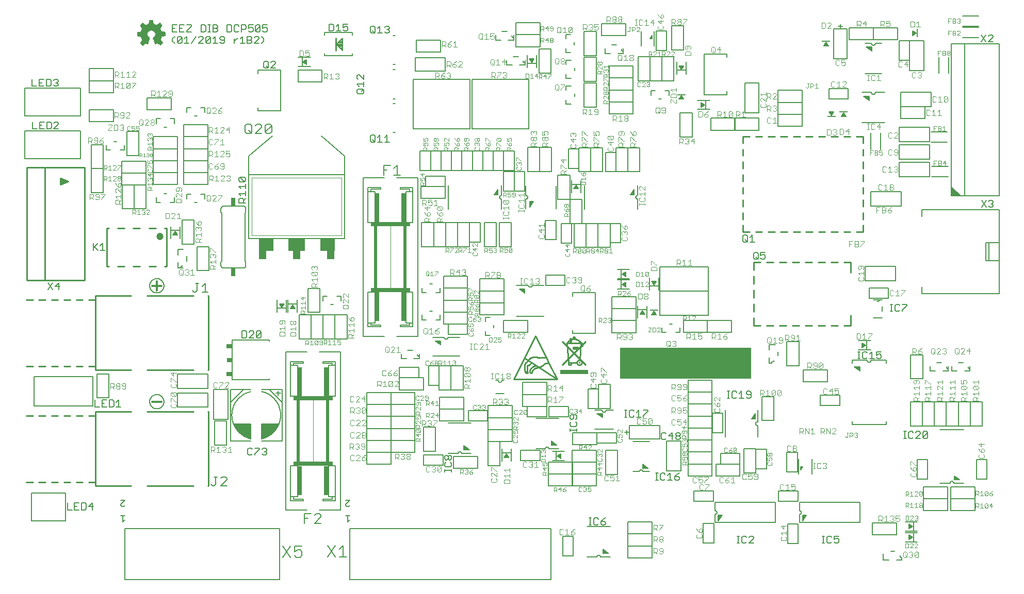
<source format=gto>
G75*
%MOIN*%
%OFA0B0*%
%FSLAX25Y25*%
%IPPOS*%
%LPD*%
%AMOC8*
5,1,8,0,0,1.08239X$1,22.5*
%
%ADD10R,0.01485X0.00015*%
%ADD11R,0.00045X0.00015*%
%ADD12R,0.00105X0.00015*%
%ADD13R,0.00165X0.00015*%
%ADD14R,0.00225X0.00015*%
%ADD15R,0.00285X0.00015*%
%ADD16R,0.00345X0.00015*%
%ADD17R,0.00405X0.00015*%
%ADD18R,0.00435X0.00015*%
%ADD19R,0.00465X0.00015*%
%ADD20R,0.00495X0.00015*%
%ADD21R,0.00540X0.00015*%
%ADD22R,0.00585X0.00015*%
%ADD23R,0.00645X0.00015*%
%ADD24R,0.00150X0.00015*%
%ADD25R,0.00675X0.00015*%
%ADD26R,0.00195X0.00015*%
%ADD27R,0.00705X0.00015*%
%ADD28R,0.00240X0.00015*%
%ADD29R,0.00735X0.00015*%
%ADD30R,0.00270X0.00015*%
%ADD31R,0.00765X0.00015*%
%ADD32R,0.00300X0.00015*%
%ADD33R,0.00810X0.00015*%
%ADD34R,0.00360X0.00015*%
%ADD35R,0.00855X0.00015*%
%ADD36R,0.00435X0.00015*%
%ADD37R,0.00915X0.00015*%
%ADD38R,0.00465X0.00015*%
%ADD39R,0.00945X0.00015*%
%ADD40R,0.00960X0.00015*%
%ADD41R,0.00525X0.00015*%
%ADD42R,0.00990X0.00015*%
%ADD43R,0.00555X0.00015*%
%ADD44R,0.01035X0.00015*%
%ADD45R,0.00600X0.00015*%
%ADD46R,0.01080X0.00015*%
%ADD47R,0.01125X0.00015*%
%ADD48R,0.01170X0.00015*%
%ADD49R,0.00720X0.00015*%
%ADD50R,0.01200X0.00015*%
%ADD51R,0.00750X0.00015*%
%ADD52R,0.01230X0.00015*%
%ADD53R,0.00780X0.00015*%
%ADD54R,0.01260X0.00015*%
%ADD55R,0.00810X0.00015*%
%ADD56R,0.01305X0.00015*%
%ADD57R,0.01365X0.00015*%
%ADD58R,0.00900X0.00015*%
%ADD59R,0.01395X0.00015*%
%ADD60R,0.01440X0.00015*%
%ADD61R,0.01470X0.00015*%
%ADD62R,0.01005X0.00015*%
%ADD63R,0.01500X0.00015*%
%ADD64R,0.01020X0.00015*%
%ADD65R,0.01530X0.00015*%
%ADD66R,0.01065X0.00015*%
%ADD67R,0.01575X0.00015*%
%ADD68R,0.01095X0.00015*%
%ADD69R,0.01635X0.00015*%
%ADD70R,0.01155X0.00015*%
%ADD71R,0.01680X0.00015*%
%ADD72R,0.01200X0.00015*%
%ADD73R,0.01710X0.00015*%
%ADD74R,0.01230X0.00015*%
%ADD75R,0.01725X0.00015*%
%ADD76R,0.01245X0.00015*%
%ADD77R,0.01755X0.00015*%
%ADD78R,0.01275X0.00015*%
%ADD79R,0.01800X0.00015*%
%ADD80R,0.01320X0.00015*%
%ADD81R,0.01860X0.00015*%
%ADD82R,0.01905X0.00015*%
%ADD83R,0.01410X0.00015*%
%ADD84R,0.01935X0.00015*%
%ADD85R,0.01455X0.00015*%
%ADD86R,0.01965X0.00015*%
%ADD87R,0.01485X0.00015*%
%ADD88R,0.01995X0.00015*%
%ADD89R,0.01515X0.00015*%
%ADD90R,0.02040X0.00015*%
%ADD91R,0.01530X0.00015*%
%ADD92R,0.02070X0.00015*%
%ADD93R,0.01575X0.00015*%
%ADD94R,0.02115X0.00015*%
%ADD95R,0.01620X0.00015*%
%ADD96R,0.02160X0.00015*%
%ADD97R,0.01665X0.00015*%
%ADD98R,0.02190X0.00015*%
%ADD99R,0.00075X0.00015*%
%ADD100R,0.01695X0.00015*%
%ADD101R,0.02220X0.00015*%
%ADD102R,0.00105X0.00015*%
%ADD103R,0.02235X0.00015*%
%ADD104R,0.00135X0.00015*%
%ADD105R,0.01755X0.00015*%
%ADD106R,0.02280X0.00015*%
%ADD107R,0.00180X0.00015*%
%ADD108R,0.01785X0.00015*%
%ADD109R,0.02340X0.00015*%
%ADD110R,0.00240X0.00015*%
%ADD111R,0.01830X0.00015*%
%ADD112R,0.02385X0.00015*%
%ADD113R,0.01890X0.00015*%
%ADD114R,0.02415X0.00015*%
%ADD115R,0.00330X0.00015*%
%ADD116R,0.00120X0.00015*%
%ADD117R,0.01920X0.00015*%
%ADD118R,0.02430X0.00015*%
%ADD119R,0.00375X0.00015*%
%ADD120R,0.02460X0.00015*%
%ADD121R,0.00405X0.00015*%
%ADD122R,0.00195X0.00015*%
%ADD123R,0.01965X0.00015*%
%ADD124R,0.02505X0.00015*%
%ADD125R,0.00210X0.00015*%
%ADD126R,0.02010X0.00015*%
%ADD127R,0.02535X0.00015*%
%ADD128R,0.00480X0.00015*%
%ADD129R,0.02580X0.00015*%
%ADD130R,0.00540X0.00015*%
%ADD131R,0.02085X0.00015*%
%ADD132R,0.02625X0.00015*%
%ADD133R,0.02130X0.00015*%
%ADD134R,0.02670X0.00015*%
%ADD135R,0.00630X0.00015*%
%ADD136R,0.02700X0.00015*%
%ADD137R,0.00660X0.00015*%
%ADD138R,0.00450X0.00015*%
%ADD139R,0.02190X0.00015*%
%ADD140R,0.02715X0.00015*%
%ADD141R,0.02205X0.00015*%
%ADD142R,0.02745X0.00015*%
%ADD143R,0.00510X0.00015*%
%ADD144R,0.02235X0.00015*%
%ADD145R,0.02775X0.00015*%
%ADD146R,0.02820X0.00015*%
%ADD147R,0.02310X0.00015*%
%ADD148R,0.02880X0.00015*%
%ADD149R,0.00855X0.00015*%
%ADD150R,0.02355X0.00015*%
%ADD151R,0.02895X0.00015*%
%ADD152R,0.00870X0.00015*%
%ADD153R,0.00660X0.00015*%
%ADD154R,0.02925X0.00015*%
%ADD155R,0.00690X0.00015*%
%ADD156R,0.02970X0.00015*%
%ADD157R,0.03000X0.00015*%
%ADD158R,0.00750X0.00015*%
%ADD159R,0.03045X0.00015*%
%ADD160R,0.01005X0.00015*%
%ADD161R,0.00780X0.00015*%
%ADD162R,0.02505X0.00015*%
%ADD163R,0.03090X0.00015*%
%ADD164R,0.01050X0.00015*%
%ADD165R,0.00825X0.00015*%
%ADD166R,0.02550X0.00015*%
%ADD167R,0.03135X0.00015*%
%ADD168R,0.01095X0.00015*%
%ADD169R,0.00870X0.00015*%
%ADD170R,0.03165X0.00015*%
%ADD171R,0.01125X0.00015*%
%ADD172R,0.02625X0.00015*%
%ADD173R,0.03195X0.00015*%
%ADD174R,0.01140X0.00015*%
%ADD175R,0.00930X0.00015*%
%ADD176R,0.02655X0.00015*%
%ADD177R,0.03210X0.00015*%
%ADD178R,0.00960X0.00015*%
%ADD179R,0.03240X0.00015*%
%ADD180R,0.02700X0.00015*%
%ADD181R,0.03285X0.00015*%
%ADD182R,0.01245X0.00015*%
%ADD183R,0.02745X0.00015*%
%ADD184R,0.03330X0.00015*%
%ADD185R,0.02790X0.00015*%
%ADD186R,0.03360X0.00015*%
%ADD187R,0.01110X0.00015*%
%ADD188R,0.02835X0.00015*%
%ADD189R,0.03390X0.00015*%
%ADD190R,0.01335X0.00015*%
%ADD191R,0.01140X0.00015*%
%ADD192R,0.02865X0.00015*%
%ADD193R,0.03420X0.00015*%
%ADD194R,0.01155X0.00015*%
%ADD195R,0.04905X0.00015*%
%ADD196R,0.04920X0.00015*%
%ADD197R,0.02940X0.00015*%
%ADD198R,0.04950X0.00015*%
%ADD199R,0.02985X0.00015*%
%ADD200R,0.04965X0.00015*%
%ADD201R,0.01275X0.00015*%
%ADD202R,0.03015X0.00015*%
%ADD203R,0.04980X0.00015*%
%ADD204R,0.03045X0.00015*%
%ADD205R,0.05010X0.00015*%
%ADD206R,0.01335X0.00015*%
%ADD207R,0.03075X0.00015*%
%ADD208R,0.01350X0.00015*%
%ADD209R,0.03105X0.00015*%
%ADD210R,0.05040X0.00015*%
%ADD211R,0.01380X0.00015*%
%ADD212R,0.05040X0.00015*%
%ADD213R,0.01410X0.00015*%
%ADD214R,0.03180X0.00015*%
%ADD215R,0.05070X0.00015*%
%ADD216R,0.03225X0.00015*%
%ADD217R,0.03255X0.00015*%
%ADD218R,0.05085X0.00015*%
%ADD219R,0.01515X0.00015*%
%ADD220R,0.03300X0.00015*%
%ADD221R,0.05100X0.00015*%
%ADD222R,0.04935X0.00015*%
%ADD223R,0.05115X0.00015*%
%ADD224R,0.04995X0.00015*%
%ADD225R,0.05130X0.00015*%
%ADD226R,0.05010X0.00015*%
%ADD227R,0.05130X0.00015*%
%ADD228R,0.05010X0.00015*%
%ADD229R,0.05025X0.00015*%
%ADD230R,0.05040X0.00015*%
%ADD231R,0.05055X0.00015*%
%ADD232R,0.05130X0.00015*%
%ADD233R,0.05085X0.00015*%
%ADD234R,0.05115X0.00015*%
%ADD235R,0.05145X0.00015*%
%ADD236R,0.05160X0.00015*%
%ADD237R,0.05130X0.00015*%
%ADD238R,0.05190X0.00015*%
%ADD239R,0.05190X0.00015*%
%ADD240R,0.05205X0.00015*%
%ADD241R,0.05220X0.00015*%
%ADD242R,0.05070X0.00015*%
%ADD243R,0.05085X0.00015*%
%ADD244R,0.05205X0.00015*%
%ADD245R,0.05220X0.00015*%
%ADD246R,0.05055X0.00015*%
%ADD247R,0.05025X0.00015*%
%ADD248R,0.05205X0.00015*%
%ADD249R,0.05025X0.00015*%
%ADD250R,0.05190X0.00015*%
%ADD251R,0.05190X0.00015*%
%ADD252R,0.04995X0.00015*%
%ADD253R,0.05175X0.00015*%
%ADD254R,0.04950X0.00015*%
%ADD255R,0.05145X0.00015*%
%ADD256R,0.05145X0.00015*%
%ADD257R,0.04920X0.00015*%
%ADD258R,0.04905X0.00015*%
%ADD259R,0.04905X0.00015*%
%ADD260R,0.05115X0.00015*%
%ADD261R,0.04890X0.00015*%
%ADD262R,0.04890X0.00015*%
%ADD263R,0.04875X0.00015*%
%ADD264R,0.04845X0.00015*%
%ADD265R,0.04830X0.00015*%
%ADD266R,0.04830X0.00015*%
%ADD267R,0.05070X0.00015*%
%ADD268R,0.04830X0.00015*%
%ADD269R,0.04815X0.00015*%
%ADD270R,0.04800X0.00015*%
%ADD271R,0.04800X0.00015*%
%ADD272R,0.05010X0.00015*%
%ADD273R,0.04785X0.00015*%
%ADD274R,0.04770X0.00015*%
%ADD275R,0.04770X0.00015*%
%ADD276R,0.04755X0.00015*%
%ADD277R,0.04740X0.00015*%
%ADD278R,0.04725X0.00015*%
%ADD279R,0.04725X0.00015*%
%ADD280R,0.04980X0.00015*%
%ADD281R,0.04710X0.00015*%
%ADD282R,0.04725X0.00015*%
%ADD283R,0.04710X0.00015*%
%ADD284R,0.04695X0.00015*%
%ADD285R,0.04680X0.00015*%
%ADD286R,0.04695X0.00015*%
%ADD287R,0.04680X0.00015*%
%ADD288R,0.04905X0.00015*%
%ADD289R,0.04665X0.00015*%
%ADD290R,0.04650X0.00015*%
%ADD291R,0.04635X0.00015*%
%ADD292R,0.04620X0.00015*%
%ADD293R,0.04620X0.00015*%
%ADD294R,0.04890X0.00015*%
%ADD295R,0.04605X0.00015*%
%ADD296R,0.04605X0.00015*%
%ADD297R,0.04590X0.00015*%
%ADD298R,0.04845X0.00015*%
%ADD299R,0.04575X0.00015*%
%ADD300R,0.04590X0.00015*%
%ADD301R,0.04575X0.00015*%
%ADD302R,0.04845X0.00015*%
%ADD303R,0.04560X0.00015*%
%ADD304R,0.04545X0.00015*%
%ADD305R,0.04530X0.00015*%
%ADD306R,0.04515X0.00015*%
%ADD307R,0.04530X0.00015*%
%ADD308R,0.04500X0.00015*%
%ADD309R,0.04515X0.00015*%
%ADD310R,0.04785X0.00015*%
%ADD311R,0.04485X0.00015*%
%ADD312R,0.04755X0.00015*%
%ADD313R,0.04470X0.00015*%
%ADD314R,0.04740X0.00015*%
%ADD315R,0.04485X0.00015*%
%ADD316R,0.04755X0.00015*%
%ADD317R,0.04545X0.00015*%
%ADD318R,0.04695X0.00015*%
%ADD319R,0.04680X0.00015*%
%ADD320R,0.04665X0.00015*%
%ADD321R,0.04725X0.00015*%
%ADD322R,0.04680X0.00015*%
%ADD323R,0.04860X0.00015*%
%ADD324R,0.04740X0.00015*%
%ADD325R,0.04875X0.00015*%
%ADD326R,0.04965X0.00015*%
%ADD327R,0.04860X0.00015*%
%ADD328R,0.04995X0.00015*%
%ADD329R,0.04875X0.00015*%
%ADD330R,0.04980X0.00015*%
%ADD331R,0.05235X0.00015*%
%ADD332R,0.05235X0.00015*%
%ADD333R,0.05250X0.00015*%
%ADD334R,0.05280X0.00015*%
%ADD335R,0.05295X0.00015*%
%ADD336R,0.05325X0.00015*%
%ADD337R,0.05340X0.00015*%
%ADD338R,0.05235X0.00015*%
%ADD339R,0.05355X0.00015*%
%ADD340R,0.05370X0.00015*%
%ADD341R,0.05265X0.00015*%
%ADD342R,0.05370X0.00015*%
%ADD343R,0.05280X0.00015*%
%ADD344R,0.05385X0.00015*%
%ADD345R,0.05295X0.00015*%
%ADD346R,0.05400X0.00015*%
%ADD347R,0.05415X0.00015*%
%ADD348R,0.05310X0.00015*%
%ADD349R,0.05430X0.00015*%
%ADD350R,0.05445X0.00015*%
%ADD351R,0.05460X0.00015*%
%ADD352R,0.05355X0.00015*%
%ADD353R,0.05475X0.00015*%
%ADD354R,0.05505X0.00015*%
%ADD355R,0.05520X0.00015*%
%ADD356R,0.05535X0.00015*%
%ADD357R,0.05550X0.00015*%
%ADD358R,0.05550X0.00015*%
%ADD359R,0.05475X0.00015*%
%ADD360R,0.05490X0.00015*%
%ADD361R,0.05475X0.00015*%
%ADD362R,0.05385X0.00015*%
%ADD363R,0.05370X0.00015*%
%ADD364R,0.05325X0.00015*%
%ADD365R,0.05310X0.00015*%
%ADD366R,0.05265X0.00015*%
%ADD367R,0.05175X0.00015*%
%ADD368R,0.04980X0.00015*%
%ADD369R,0.04965X0.00015*%
%ADD370R,0.04860X0.00015*%
%ADD371R,0.04845X0.00015*%
%ADD372R,0.04815X0.00015*%
%ADD373R,0.04770X0.00015*%
%ADD374R,0.05295X0.00015*%
%ADD375R,0.04635X0.00015*%
%ADD376R,0.05610X0.00015*%
%ADD377R,0.05700X0.00015*%
%ADD378R,0.05760X0.00015*%
%ADD379R,0.05805X0.00015*%
%ADD380R,0.05850X0.00015*%
%ADD381R,0.05895X0.00015*%
%ADD382R,0.06000X0.00015*%
%ADD383R,0.06135X0.00015*%
%ADD384R,0.06225X0.00015*%
%ADD385R,0.06300X0.00015*%
%ADD386R,0.06330X0.00015*%
%ADD387R,0.06375X0.00015*%
%ADD388R,0.06450X0.00015*%
%ADD389R,0.06570X0.00015*%
%ADD390R,0.05565X0.00015*%
%ADD391R,0.06690X0.00015*%
%ADD392R,0.06735X0.00015*%
%ADD393R,0.05790X0.00015*%
%ADD394R,0.06765X0.00015*%
%ADD395R,0.05850X0.00015*%
%ADD396R,0.06780X0.00015*%
%ADD397R,0.05895X0.00015*%
%ADD398R,0.06795X0.00015*%
%ADD399R,0.05955X0.00015*%
%ADD400R,0.06810X0.00015*%
%ADD401R,0.06060X0.00015*%
%ADD402R,0.06195X0.00015*%
%ADD403R,0.06825X0.00015*%
%ADD404R,0.06330X0.00015*%
%ADD405R,0.06840X0.00015*%
%ADD406R,0.06390X0.00015*%
%ADD407R,0.06495X0.00015*%
%ADD408R,0.06840X0.00015*%
%ADD409R,0.06555X0.00015*%
%ADD410R,0.06825X0.00015*%
%ADD411R,0.06645X0.00015*%
%ADD412R,0.06825X0.00015*%
%ADD413R,0.06705X0.00015*%
%ADD414R,0.06705X0.00015*%
%ADD415R,0.06810X0.00015*%
%ADD416R,0.06720X0.00015*%
%ADD417R,0.06795X0.00015*%
%ADD418R,0.06750X0.00015*%
%ADD419R,0.06765X0.00015*%
%ADD420R,0.06795X0.00015*%
%ADD421R,0.06780X0.00015*%
%ADD422R,0.06780X0.00015*%
%ADD423R,0.06750X0.00015*%
%ADD424R,0.06720X0.00015*%
%ADD425R,0.06720X0.00015*%
%ADD426R,0.06705X0.00015*%
%ADD427R,0.06705X0.00015*%
%ADD428R,0.06690X0.00015*%
%ADD429R,0.06675X0.00015*%
%ADD430R,0.06690X0.00015*%
%ADD431R,0.06675X0.00015*%
%ADD432R,0.06675X0.00015*%
%ADD433R,0.06660X0.00015*%
%ADD434R,0.06675X0.00015*%
%ADD435R,0.06660X0.00015*%
%ADD436R,0.06660X0.00015*%
%ADD437R,0.06645X0.00015*%
%ADD438R,0.06630X0.00015*%
%ADD439R,0.06660X0.00015*%
%ADD440R,0.06630X0.00015*%
%ADD441R,0.06645X0.00015*%
%ADD442R,0.06735X0.00015*%
%ADD443R,0.06765X0.00015*%
%ADD444R,0.06780X0.00015*%
%ADD445R,0.06825X0.00015*%
%ADD446R,0.06855X0.00015*%
%ADD447R,0.06855X0.00015*%
%ADD448R,0.06870X0.00015*%
%ADD449R,0.06885X0.00015*%
%ADD450R,0.06525X0.00015*%
%ADD451R,0.06405X0.00015*%
%ADD452R,0.06255X0.00015*%
%ADD453R,0.06165X0.00015*%
%ADD454R,0.06870X0.00015*%
%ADD455R,0.06120X0.00015*%
%ADD456R,0.06885X0.00015*%
%ADD457R,0.06060X0.00015*%
%ADD458R,0.06015X0.00015*%
%ADD459R,0.05910X0.00015*%
%ADD460R,0.05670X0.00015*%
%ADD461R,0.05595X0.00015*%
%ADD462R,0.06585X0.00015*%
%ADD463R,0.05160X0.00015*%
%ADD464R,0.06390X0.00015*%
%ADD465R,0.05025X0.00015*%
%ADD466R,0.06330X0.00015*%
%ADD467R,0.06075X0.00015*%
%ADD468R,0.05820X0.00015*%
%ADD469R,0.05775X0.00015*%
%ADD470R,0.05685X0.00015*%
%ADD471R,0.05460X0.00015*%
%ADD472R,0.04860X0.00015*%
%ADD473R,0.04935X0.00015*%
%ADD474R,0.05160X0.00015*%
%ADD475R,0.05325X0.00015*%
%ADD476R,0.05340X0.00015*%
%ADD477R,0.05355X0.00015*%
%ADD478R,0.05430X0.00015*%
%ADD479R,0.05535X0.00015*%
%ADD480R,0.05595X0.00015*%
%ADD481R,0.05640X0.00015*%
%ADD482R,0.05640X0.00015*%
%ADD483R,0.05670X0.00015*%
%ADD484R,0.05685X0.00015*%
%ADD485R,0.05700X0.00015*%
%ADD486R,0.05715X0.00015*%
%ADD487R,0.05715X0.00015*%
%ADD488R,0.05730X0.00015*%
%ADD489R,0.05745X0.00015*%
%ADD490R,0.05760X0.00015*%
%ADD491R,0.06000X0.00015*%
%ADD492R,0.06105X0.00015*%
%ADD493R,0.06180X0.00015*%
%ADD494R,0.06210X0.00015*%
%ADD495R,0.12690X0.00015*%
%ADD496R,0.12675X0.00015*%
%ADD497R,0.12660X0.00015*%
%ADD498R,0.12660X0.00015*%
%ADD499R,0.12645X0.00015*%
%ADD500R,0.12615X0.00015*%
%ADD501R,0.12600X0.00015*%
%ADD502R,0.12585X0.00015*%
%ADD503R,0.12555X0.00015*%
%ADD504R,0.12540X0.00015*%
%ADD505R,0.12525X0.00015*%
%ADD506R,0.12510X0.00015*%
%ADD507R,0.12510X0.00015*%
%ADD508R,0.12480X0.00015*%
%ADD509R,0.12450X0.00015*%
%ADD510R,0.12435X0.00015*%
%ADD511R,0.12420X0.00015*%
%ADD512R,0.12390X0.00015*%
%ADD513R,0.12375X0.00015*%
%ADD514R,0.12360X0.00015*%
%ADD515R,0.12330X0.00015*%
%ADD516R,0.12300X0.00015*%
%ADD517R,0.12285X0.00015*%
%ADD518R,0.12270X0.00015*%
%ADD519R,0.12255X0.00015*%
%ADD520R,0.12240X0.00015*%
%ADD521R,0.12225X0.00015*%
%ADD522R,0.12195X0.00015*%
%ADD523R,0.12165X0.00015*%
%ADD524R,0.12150X0.00015*%
%ADD525R,0.12135X0.00015*%
%ADD526R,0.12120X0.00015*%
%ADD527R,0.12090X0.00015*%
%ADD528R,0.12075X0.00015*%
%ADD529R,0.12060X0.00015*%
%ADD530R,0.12045X0.00015*%
%ADD531R,0.12015X0.00015*%
%ADD532R,0.12000X0.00015*%
%ADD533R,0.11985X0.00015*%
%ADD534R,0.11955X0.00015*%
%ADD535R,0.11940X0.00015*%
%ADD536R,0.11925X0.00015*%
%ADD537R,0.11910X0.00015*%
%ADD538R,0.11910X0.00015*%
%ADD539R,0.11880X0.00015*%
%ADD540R,0.11850X0.00015*%
%ADD541R,0.11835X0.00015*%
%ADD542R,0.11805X0.00015*%
%ADD543R,0.11775X0.00015*%
%ADD544R,0.11760X0.00015*%
%ADD545R,0.11745X0.00015*%
%ADD546R,0.11730X0.00015*%
%ADD547R,0.11700X0.00015*%
%ADD548R,0.11700X0.00015*%
%ADD549R,0.11685X0.00015*%
%ADD550R,0.11655X0.00015*%
%ADD551R,0.11640X0.00015*%
%ADD552R,0.11625X0.00015*%
%ADD553R,0.11625X0.00015*%
%ADD554R,0.11670X0.00015*%
%ADD555R,0.11715X0.00015*%
%ADD556R,0.11790X0.00015*%
%ADD557R,0.11820X0.00015*%
%ADD558R,0.11820X0.00015*%
%ADD559R,0.11880X0.00015*%
%ADD560R,0.11895X0.00015*%
%ADD561R,0.11970X0.00015*%
%ADD562R,0.12045X0.00015*%
%ADD563R,0.12075X0.00015*%
%ADD564R,0.12105X0.00015*%
%ADD565R,0.12135X0.00015*%
%ADD566R,0.12165X0.00015*%
%ADD567R,0.12180X0.00015*%
%ADD568R,0.12195X0.00015*%
%ADD569R,0.12210X0.00015*%
%ADD570R,0.12225X0.00015*%
%ADD571R,0.12255X0.00015*%
%ADD572R,0.12360X0.00015*%
%ADD573R,0.12390X0.00015*%
%ADD574R,0.12405X0.00015*%
%ADD575R,0.12435X0.00015*%
%ADD576R,0.12480X0.00015*%
%ADD577R,0.12480X0.00015*%
%ADD578R,0.12510X0.00015*%
%ADD579R,0.12570X0.00015*%
%ADD580R,0.12630X0.00015*%
%ADD581R,0.12675X0.00015*%
%ADD582R,0.12705X0.00015*%
%ADD583R,0.12735X0.00015*%
%ADD584R,0.12750X0.00015*%
%ADD585R,0.12780X0.00015*%
%ADD586R,0.12795X0.00015*%
%ADD587R,0.12810X0.00015*%
%ADD588R,0.12840X0.00015*%
%ADD589R,0.12855X0.00015*%
%ADD590R,0.12885X0.00015*%
%ADD591R,0.12900X0.00015*%
%ADD592R,0.12915X0.00015*%
%ADD593R,0.12945X0.00015*%
%ADD594R,0.12960X0.00015*%
%ADD595R,0.12990X0.00015*%
%ADD596R,0.13005X0.00015*%
%ADD597R,0.13020X0.00015*%
%ADD598R,0.13035X0.00015*%
%ADD599R,0.13065X0.00015*%
%ADD600R,0.13080X0.00015*%
%ADD601R,0.13110X0.00015*%
%ADD602R,0.13125X0.00015*%
%ADD603R,0.13155X0.00015*%
%ADD604R,0.13170X0.00015*%
%ADD605R,0.13200X0.00015*%
%ADD606R,0.13230X0.00015*%
%ADD607R,0.13260X0.00015*%
%ADD608R,0.13290X0.00015*%
%ADD609R,0.13320X0.00015*%
%ADD610R,0.13350X0.00015*%
%ADD611R,0.13365X0.00015*%
%ADD612R,0.13395X0.00015*%
%ADD613R,0.13425X0.00015*%
%ADD614R,0.13455X0.00015*%
%ADD615R,0.13470X0.00015*%
%ADD616R,0.13500X0.00015*%
%ADD617R,0.13530X0.00015*%
%ADD618R,0.13560X0.00015*%
%ADD619R,0.13575X0.00015*%
%ADD620R,0.13605X0.00015*%
%ADD621R,0.13635X0.00015*%
%ADD622R,0.13650X0.00015*%
%ADD623R,0.13680X0.00015*%
%ADD624R,0.13695X0.00015*%
%ADD625R,0.13725X0.00015*%
%ADD626R,0.13740X0.00015*%
%ADD627R,0.13770X0.00015*%
%ADD628R,0.13785X0.00015*%
%ADD629R,0.13800X0.00015*%
%ADD630R,0.13830X0.00015*%
%ADD631R,0.13860X0.00015*%
%ADD632R,0.13875X0.00015*%
%ADD633R,0.13905X0.00015*%
%ADD634R,0.13935X0.00015*%
%ADD635R,0.13950X0.00015*%
%ADD636R,0.13980X0.00015*%
%ADD637R,0.14010X0.00015*%
%ADD638R,0.14025X0.00015*%
%ADD639R,0.14055X0.00015*%
%ADD640R,0.14070X0.00015*%
%ADD641R,0.14085X0.00015*%
%ADD642R,0.14115X0.00015*%
%ADD643R,0.14145X0.00015*%
%ADD644R,0.14160X0.00015*%
%ADD645R,0.14190X0.00015*%
%ADD646R,0.14205X0.00015*%
%ADD647R,0.14220X0.00015*%
%ADD648R,0.14235X0.00015*%
%ADD649R,0.14265X0.00015*%
%ADD650R,0.14280X0.00015*%
%ADD651R,0.14295X0.00015*%
%ADD652R,0.14295X0.00015*%
%ADD653R,0.14250X0.00015*%
%ADD654R,0.14205X0.00015*%
%ADD655R,0.14175X0.00015*%
%ADD656R,0.14160X0.00015*%
%ADD657R,0.14130X0.00015*%
%ADD658R,0.14100X0.00015*%
%ADD659R,0.14040X0.00015*%
%ADD660R,0.14010X0.00015*%
%ADD661R,0.03465X0.00015*%
%ADD662R,0.10440X0.00015*%
%ADD663R,0.03420X0.00015*%
%ADD664R,0.10395X0.00015*%
%ADD665R,0.03375X0.00015*%
%ADD666R,0.10335X0.00015*%
%ADD667R,0.03570X0.00015*%
%ADD668R,0.06600X0.00015*%
%ADD669R,0.03525X0.00015*%
%ADD670R,0.03270X0.00015*%
%ADD671R,0.03495X0.00015*%
%ADD672R,0.03210X0.00015*%
%ADD673R,0.06480X0.00015*%
%ADD674R,0.03435X0.00015*%
%ADD675R,0.03165X0.00015*%
%ADD676R,0.03390X0.00015*%
%ADD677R,0.03120X0.00015*%
%ADD678R,0.06315X0.00015*%
%ADD679R,0.03345X0.00015*%
%ADD680R,0.03090X0.00015*%
%ADD681R,0.03075X0.00015*%
%ADD682R,0.06225X0.00015*%
%ADD683R,0.03270X0.00015*%
%ADD684R,0.06180X0.00015*%
%ADD685R,0.02970X0.00015*%
%ADD686R,0.06075X0.00015*%
%ADD687R,0.03195X0.00015*%
%ADD688R,0.02925X0.00015*%
%ADD689R,0.05985X0.00015*%
%ADD690R,0.03135X0.00015*%
%ADD691R,0.02850X0.00015*%
%ADD692R,0.05835X0.00015*%
%ADD693R,0.03030X0.00015*%
%ADD694R,0.02805X0.00015*%
%ADD695R,0.02730X0.00015*%
%ADD696R,0.05625X0.00015*%
%ADD697R,0.02925X0.00015*%
%ADD698R,0.02640X0.00015*%
%ADD699R,0.02595X0.00015*%
%ADD700R,0.02565X0.00015*%
%ADD701R,0.02760X0.00015*%
%ADD702R,0.02520X0.00015*%
%ADD703R,0.02730X0.00015*%
%ADD704R,0.02475X0.00015*%
%ADD705R,0.02685X0.00015*%
%ADD706R,0.02445X0.00015*%
%ADD707R,0.02400X0.00015*%
%ADD708R,0.02370X0.00015*%
%ADD709R,0.02565X0.00015*%
%ADD710R,0.02340X0.00015*%
%ADD711R,0.02325X0.00015*%
%ADD712R,0.02505X0.00015*%
%ADD713R,0.02280X0.00015*%
%ADD714R,0.02460X0.00015*%
%ADD715R,0.04560X0.00015*%
%ADD716R,0.02190X0.00015*%
%ADD717R,0.04440X0.00015*%
%ADD718R,0.02370X0.00015*%
%ADD719R,0.02145X0.00015*%
%ADD720R,0.04365X0.00015*%
%ADD721R,0.04320X0.00015*%
%ADD722R,0.02310X0.00015*%
%ADD723R,0.02100X0.00015*%
%ADD724R,0.04260X0.00015*%
%ADD725R,0.04200X0.00015*%
%ADD726R,0.02265X0.00015*%
%ADD727R,0.02040X0.00015*%
%ADD728R,0.04095X0.00015*%
%ADD729R,0.02220X0.00015*%
%ADD730R,0.03915X0.00015*%
%ADD731R,0.02175X0.00015*%
%ADD732R,0.03765X0.00015*%
%ADD733R,0.03675X0.00015*%
%ADD734R,0.01890X0.00015*%
%ADD735R,0.03615X0.00015*%
%ADD736R,0.02055X0.00015*%
%ADD737R,0.01860X0.00015*%
%ADD738R,0.03555X0.00015*%
%ADD739R,0.01815X0.00015*%
%ADD740R,0.03450X0.00015*%
%ADD741R,0.01725X0.00015*%
%ADD742R,0.03315X0.00015*%
%ADD743R,0.01905X0.00015*%
%ADD744R,0.01680X0.00015*%
%ADD745R,0.01650X0.00015*%
%ADD746R,0.01620X0.00015*%
%ADD747R,0.01590X0.00015*%
%ADD748R,0.01770X0.00015*%
%ADD749R,0.01560X0.00015*%
%ADD750R,0.03240X0.00015*%
%ADD751R,0.01740X0.00015*%
%ADD752R,0.01665X0.00015*%
%ADD753R,0.01455X0.00015*%
%ADD754R,0.01635X0.00015*%
%ADD755R,0.01410X0.00015*%
%ADD756R,0.01395X0.00015*%
%ADD757R,0.01365X0.00015*%
%ADD758R,0.01335X0.00015*%
%ADD759R,0.01290X0.00015*%
%ADD760R,0.03210X0.00015*%
%ADD761R,0.01455X0.00015*%
%ADD762R,0.01185X0.00015*%
%ADD763R,0.01290X0.00015*%
%ADD764R,0.01110X0.00015*%
%ADD765R,0.01260X0.00015*%
%ADD766R,0.03180X0.00015*%
%ADD767R,0.00975X0.00015*%
%ADD768R,0.03150X0.00015*%
%ADD769R,0.00885X0.00015*%
%ADD770R,0.03150X0.00015*%
%ADD771R,0.01050X0.00015*%
%ADD772R,0.00795X0.00015*%
%ADD773R,0.00885X0.00015*%
%ADD774R,0.00690X0.00015*%
%ADD775R,0.00840X0.00015*%
%ADD776R,0.00570X0.00015*%
%ADD777R,0.00525X0.00015*%
%ADD778R,0.03105X0.00015*%
%ADD779R,0.00660X0.00015*%
%ADD780R,0.00615X0.00015*%
%ADD781R,0.00420X0.00015*%
%ADD782R,0.00555X0.00015*%
%ADD783R,0.00390X0.00015*%
%ADD784R,0.00525X0.00015*%
%ADD785R,0.00360X0.00015*%
%ADD786R,0.00495X0.00015*%
%ADD787R,0.03075X0.00015*%
%ADD788R,0.00450X0.00015*%
%ADD789R,0.00225X0.00015*%
%ADD790R,0.00345X0.00015*%
%ADD791R,0.00255X0.00015*%
%ADD792R,0.03060X0.00015*%
%ADD793R,0.00180X0.00015*%
%ADD794R,0.00075X0.00015*%
%ADD795R,0.03000X0.00015*%
%ADD796R,0.02955X0.00015*%
%ADD797R,0.02940X0.00015*%
%ADD798R,0.02940X0.00015*%
%ADD799R,0.02910X0.00015*%
%ADD800R,0.02910X0.00015*%
%ADD801R,0.02865X0.00015*%
%ADD802R,0.02805X0.00015*%
%ADD803R,0.02775X0.00015*%
%ADD804R,0.02760X0.00015*%
%ADD805R,0.02655X0.00015*%
%ADD806R,0.02640X0.00015*%
%ADD807R,0.02610X0.00015*%
%ADD808R,0.02595X0.00015*%
%ADD809R,0.02535X0.00015*%
%ADD810R,0.02475X0.00015*%
%ADD811R,0.02175X0.00015*%
%ADD812R,0.01575X0.00015*%
%ADD813C,0.00500*%
%ADD814R,0.85000X0.20000*%
%ADD815C,0.00800*%
%ADD816C,0.01200*%
%ADD817C,0.01000*%
%ADD818R,0.05512X0.00787*%
%ADD819C,0.00600*%
%ADD820C,0.00400*%
%ADD821C,0.00300*%
%ADD822R,0.00787X0.05512*%
%ADD823C,0.00000*%
%ADD824C,0.00700*%
%ADD825C,0.00200*%
%ADD826C,0.04724*%
%ADD827R,0.03268X0.02992*%
%ADD828R,0.03583X0.02992*%
%ADD829R,0.18000X0.03000*%
%ADD830R,0.09500X0.08000*%
%ADD831R,0.11000X0.08000*%
%ADD832R,0.05000X0.07500*%
%ADD833R,0.03000X0.05500*%
%ADD834R,0.04500X0.02500*%
%ADD835R,0.16000X0.02500*%
%ADD836R,0.02000X0.40000*%
%ADD837R,0.03000X0.19000*%
D10*
X0143935Y0427054D03*
D11*
X0141045Y0421344D03*
X0149250Y0422214D03*
X0152430Y0421509D03*
D12*
X0141045Y0421359D03*
D13*
X0141045Y0421374D03*
D14*
X0141045Y0421389D03*
D15*
X0141045Y0421404D03*
X0141135Y0435789D03*
D16*
X0141045Y0421419D03*
X0149295Y0422304D03*
D17*
X0149310Y0422319D03*
X0141045Y0421433D03*
D18*
X0141045Y0421449D03*
D19*
X0141045Y0421464D03*
D20*
X0141045Y0421479D03*
X0152430Y0421644D03*
D21*
X0141053Y0421494D03*
D22*
X0141060Y0421509D03*
X0144075Y0422319D03*
X0149385Y0422409D03*
D23*
X0149400Y0422424D03*
X0152415Y0421704D03*
X0141060Y0421524D03*
D24*
X0149243Y0422244D03*
X0152437Y0421524D03*
D25*
X0152415Y0421719D03*
X0144045Y0422364D03*
X0141060Y0421539D03*
D26*
X0152430Y0421539D03*
D27*
X0149430Y0422469D03*
X0144030Y0422379D03*
X0141060Y0421554D03*
D28*
X0152438Y0421554D03*
D29*
X0141060Y0421569D03*
D30*
X0149273Y0422289D03*
X0152438Y0421569D03*
D31*
X0144015Y0422394D03*
X0141060Y0421583D03*
D32*
X0144173Y0422214D03*
X0152438Y0421583D03*
X0152062Y0435833D03*
D33*
X0141068Y0421599D03*
D34*
X0152438Y0421599D03*
D35*
X0152400Y0421794D03*
X0141075Y0421614D03*
D36*
X0144135Y0422274D03*
X0149325Y0422333D03*
X0152430Y0421614D03*
D37*
X0149490Y0422544D03*
X0143955Y0422469D03*
X0141075Y0421629D03*
X0141165Y0435533D03*
D38*
X0141150Y0435714D03*
X0152430Y0421629D03*
D39*
X0152400Y0421824D03*
X0143940Y0422483D03*
X0141075Y0421644D03*
X0146460Y0437709D03*
X0152040Y0435594D03*
D40*
X0141083Y0421659D03*
D41*
X0152430Y0421659D03*
D42*
X0152393Y0421839D03*
X0149513Y0422589D03*
X0141083Y0421674D03*
X0152033Y0435579D03*
D43*
X0152430Y0421674D03*
D44*
X0141090Y0421689D03*
D45*
X0152423Y0421689D03*
X0141158Y0435669D03*
D46*
X0152033Y0435533D03*
X0149543Y0422619D03*
X0141083Y0421704D03*
D47*
X0141090Y0421719D03*
D48*
X0141098Y0421733D03*
X0143873Y0422574D03*
X0149573Y0422679D03*
X0152018Y0435504D03*
D49*
X0152048Y0435683D03*
X0152408Y0421733D03*
D50*
X0141098Y0421749D03*
D51*
X0152408Y0421749D03*
D52*
X0141098Y0421764D03*
X0141188Y0435414D03*
X0152018Y0435489D03*
D53*
X0152048Y0435654D03*
X0152408Y0421764D03*
D54*
X0141098Y0421779D03*
D55*
X0143993Y0422409D03*
X0152408Y0421779D03*
X0152048Y0435639D03*
D56*
X0149625Y0422739D03*
X0141105Y0421794D03*
D57*
X0141105Y0421809D03*
X0143805Y0422664D03*
X0152370Y0422004D03*
D58*
X0152393Y0421809D03*
X0143962Y0422454D03*
D59*
X0141105Y0421824D03*
D60*
X0141113Y0421839D03*
D61*
X0141113Y0421854D03*
X0149663Y0422829D03*
D62*
X0152385Y0421854D03*
D63*
X0141112Y0421869D03*
X0141203Y0435309D03*
X0152003Y0435383D03*
D64*
X0152033Y0435564D03*
X0141173Y0435504D03*
X0152393Y0421869D03*
D65*
X0141113Y0421883D03*
D66*
X0152385Y0421883D03*
D67*
X0141120Y0421899D03*
D68*
X0152385Y0421899D03*
D69*
X0141120Y0421914D03*
D70*
X0152385Y0421914D03*
D71*
X0141128Y0421929D03*
D72*
X0143873Y0422589D03*
X0149588Y0422694D03*
X0152378Y0421929D03*
D73*
X0141128Y0421944D03*
D74*
X0152378Y0421944D03*
D75*
X0152340Y0422154D03*
X0141135Y0421959D03*
D76*
X0152370Y0421959D03*
D77*
X0141135Y0421974D03*
D78*
X0143835Y0422619D03*
X0152370Y0421974D03*
D79*
X0141128Y0421989D03*
X0151988Y0435264D03*
D80*
X0152018Y0435444D03*
X0152363Y0421989D03*
X0143828Y0422633D03*
D81*
X0141143Y0422004D03*
D82*
X0141150Y0422019D03*
X0141225Y0435144D03*
D83*
X0152363Y0422019D03*
D84*
X0152325Y0422244D03*
X0141150Y0422033D03*
X0141225Y0435129D03*
X0146640Y0437679D03*
D85*
X0149655Y0422814D03*
X0152355Y0422033D03*
D86*
X0141150Y0422049D03*
D87*
X0152355Y0422049D03*
D88*
X0141150Y0422064D03*
X0141225Y0435114D03*
D89*
X0152355Y0422064D03*
D90*
X0152318Y0422289D03*
X0141158Y0422079D03*
X0151973Y0435174D03*
D91*
X0152003Y0435369D03*
X0152348Y0422079D03*
D92*
X0141158Y0422094D03*
X0141233Y0435083D03*
D93*
X0152355Y0422094D03*
D94*
X0141165Y0422109D03*
D95*
X0152348Y0422109D03*
D96*
X0152303Y0422333D03*
X0141173Y0422124D03*
D97*
X0152340Y0422124D03*
D98*
X0141173Y0422139D03*
D99*
X0144225Y0422139D03*
D100*
X0152340Y0422139D03*
D101*
X0141173Y0422154D03*
D102*
X0144225Y0422154D03*
D103*
X0141180Y0422169D03*
X0141240Y0435009D03*
X0146655Y0437633D03*
D104*
X0144225Y0422169D03*
D105*
X0152340Y0422169D03*
D106*
X0152288Y0422394D03*
X0141188Y0422183D03*
D107*
X0144203Y0422183D03*
D108*
X0152340Y0422183D03*
X0141210Y0435204D03*
D109*
X0141188Y0422199D03*
D110*
X0144188Y0422199D03*
D111*
X0152333Y0422199D03*
X0151988Y0435249D03*
D112*
X0152280Y0422439D03*
X0141195Y0422214D03*
D113*
X0152333Y0422214D03*
D114*
X0152280Y0422454D03*
X0141195Y0422229D03*
X0151935Y0435009D03*
D115*
X0141143Y0435774D03*
X0144158Y0422229D03*
D116*
X0149243Y0422229D03*
X0141143Y0435819D03*
D117*
X0152333Y0422229D03*
D118*
X0152273Y0422469D03*
X0141203Y0422244D03*
X0146648Y0437559D03*
D119*
X0144150Y0422244D03*
D120*
X0141203Y0422259D03*
X0152273Y0422483D03*
D121*
X0144150Y0422259D03*
D122*
X0149250Y0422259D03*
D123*
X0152325Y0422259D03*
X0151980Y0435204D03*
D124*
X0141210Y0422274D03*
D125*
X0149258Y0422274D03*
D126*
X0152318Y0422274D03*
X0151973Y0435189D03*
D127*
X0151920Y0434964D03*
X0146640Y0437304D03*
X0146640Y0437319D03*
X0146640Y0437333D03*
X0146640Y0437364D03*
X0141210Y0422289D03*
D128*
X0144128Y0422289D03*
X0149333Y0422364D03*
X0152063Y0435774D03*
D129*
X0151913Y0434933D03*
X0146648Y0437229D03*
X0152258Y0422529D03*
X0141218Y0422304D03*
D130*
X0144098Y0422304D03*
X0149363Y0422394D03*
D131*
X0152310Y0422304D03*
X0151965Y0435144D03*
D132*
X0141225Y0422319D03*
D133*
X0152303Y0422319D03*
X0151958Y0435129D03*
X0141233Y0435054D03*
D134*
X0141293Y0434814D03*
X0146633Y0437019D03*
X0146633Y0437033D03*
X0152243Y0422574D03*
X0141233Y0422333D03*
D135*
X0144068Y0422333D03*
X0141158Y0435654D03*
D136*
X0146633Y0436899D03*
X0141233Y0422349D03*
D137*
X0144053Y0422349D03*
D138*
X0149333Y0422349D03*
D139*
X0152303Y0422349D03*
D140*
X0141240Y0422364D03*
X0146640Y0436794D03*
X0146640Y0436809D03*
X0146640Y0436824D03*
X0146640Y0436839D03*
X0146640Y0436854D03*
D141*
X0152295Y0422364D03*
D142*
X0141240Y0422379D03*
X0146640Y0436719D03*
D143*
X0149348Y0422379D03*
D144*
X0152295Y0422379D03*
D145*
X0141240Y0422394D03*
X0141300Y0434783D03*
X0151890Y0434859D03*
D146*
X0146633Y0436554D03*
X0146633Y0436569D03*
X0141308Y0434754D03*
X0141248Y0422409D03*
D147*
X0152288Y0422409D03*
D148*
X0152228Y0422664D03*
X0141248Y0422424D03*
X0141308Y0434724D03*
X0146633Y0436344D03*
X0146633Y0436359D03*
X0146633Y0436374D03*
X0146633Y0436389D03*
X0146633Y0436404D03*
X0146633Y0436419D03*
X0146633Y0436433D03*
X0151883Y0434814D03*
D149*
X0143970Y0422424D03*
D150*
X0152280Y0422424D03*
D151*
X0152220Y0422679D03*
X0141255Y0422439D03*
D152*
X0143963Y0422439D03*
D153*
X0149408Y0422439D03*
X0141158Y0435639D03*
D154*
X0141255Y0422454D03*
D155*
X0149423Y0422454D03*
D156*
X0141263Y0422469D03*
D157*
X0141262Y0422483D03*
X0146618Y0435983D03*
X0146618Y0436014D03*
X0146618Y0436029D03*
X0151868Y0434769D03*
D158*
X0152048Y0435669D03*
X0141158Y0435609D03*
X0149437Y0422483D03*
D159*
X0141270Y0422499D03*
D160*
X0143925Y0422499D03*
D161*
X0149453Y0422499D03*
D162*
X0152265Y0422499D03*
D163*
X0141278Y0422514D03*
X0146633Y0435744D03*
X0146633Y0435759D03*
X0146633Y0435774D03*
D164*
X0141173Y0435489D03*
X0143903Y0422514D03*
X0149528Y0422604D03*
D165*
X0149475Y0422514D03*
X0141165Y0435579D03*
D166*
X0146648Y0437289D03*
X0152258Y0422514D03*
D167*
X0152190Y0422783D03*
X0141285Y0422529D03*
X0146625Y0435579D03*
X0146625Y0435594D03*
X0146625Y0435609D03*
X0146625Y0435624D03*
X0146625Y0435639D03*
D168*
X0143895Y0422529D03*
D169*
X0149483Y0422529D03*
X0141158Y0435564D03*
D170*
X0146610Y0435519D03*
X0146610Y0435504D03*
X0141285Y0422544D03*
D171*
X0143895Y0422544D03*
X0141180Y0435459D03*
X0152025Y0435519D03*
D172*
X0151905Y0434919D03*
X0146640Y0437124D03*
X0146640Y0437139D03*
X0146640Y0437154D03*
X0141285Y0434844D03*
X0152250Y0422544D03*
D173*
X0141285Y0422559D03*
D174*
X0143888Y0422559D03*
D175*
X0149498Y0422559D03*
D176*
X0152250Y0422559D03*
X0146640Y0437064D03*
X0146640Y0437079D03*
X0146640Y0437094D03*
D177*
X0141293Y0422574D03*
D178*
X0149498Y0422574D03*
D179*
X0141293Y0422589D03*
D180*
X0152243Y0422589D03*
X0146633Y0436869D03*
X0146633Y0436883D03*
X0146633Y0436914D03*
X0146633Y0436929D03*
D181*
X0146625Y0435233D03*
X0141300Y0422604D03*
D182*
X0143850Y0422604D03*
X0149595Y0422709D03*
D183*
X0152235Y0422604D03*
D184*
X0141308Y0422619D03*
X0141353Y0434529D03*
D185*
X0146633Y0436614D03*
X0146633Y0436629D03*
X0152228Y0422619D03*
D186*
X0141308Y0422633D03*
X0146633Y0435204D03*
D187*
X0149558Y0422633D03*
D188*
X0152220Y0422633D03*
X0151890Y0434829D03*
X0146625Y0436524D03*
X0146625Y0436539D03*
D189*
X0141308Y0422649D03*
D190*
X0143820Y0422649D03*
D191*
X0149558Y0422649D03*
D192*
X0152220Y0422649D03*
X0146625Y0436449D03*
D193*
X0141308Y0422664D03*
D194*
X0149565Y0422664D03*
X0141180Y0435444D03*
D195*
X0142215Y0427074D03*
X0142455Y0426804D03*
X0142425Y0423729D03*
X0142035Y0422679D03*
X0150750Y0424419D03*
X0150765Y0424389D03*
X0151365Y0422859D03*
D196*
X0150848Y0424239D03*
X0150833Y0424269D03*
X0150833Y0424283D03*
X0150818Y0424314D03*
X0150773Y0426744D03*
X0150758Y0430509D03*
X0150743Y0430524D03*
X0150728Y0430539D03*
X0142208Y0430179D03*
X0142463Y0426789D03*
X0142478Y0426774D03*
X0142373Y0423654D03*
X0142358Y0423624D03*
X0142343Y0423594D03*
X0142028Y0422694D03*
D197*
X0152213Y0422694D03*
D198*
X0151373Y0422889D03*
X0150863Y0424209D03*
X0150337Y0425604D03*
X0150713Y0430569D03*
X0142553Y0430554D03*
X0142493Y0426744D03*
X0142508Y0426729D03*
X0143003Y0425439D03*
X0143003Y0425424D03*
X0142328Y0423564D03*
X0142028Y0422709D03*
D199*
X0152205Y0422709D03*
X0146625Y0436044D03*
D200*
X0142575Y0430583D03*
X0142560Y0430569D03*
X0142170Y0427089D03*
X0142305Y0423533D03*
X0142305Y0423519D03*
X0142020Y0422724D03*
X0150330Y0425619D03*
X0150870Y0424194D03*
X0150885Y0424179D03*
X0151380Y0422904D03*
X0150690Y0430583D03*
D201*
X0149610Y0422724D03*
D202*
X0152190Y0422724D03*
X0141330Y0434679D03*
D203*
X0142178Y0430164D03*
X0142523Y0426714D03*
X0142298Y0423504D03*
X0142283Y0423474D03*
X0142013Y0422739D03*
X0150893Y0424164D03*
X0150908Y0424133D03*
X0150908Y0424119D03*
X0150923Y0424104D03*
D204*
X0152190Y0422739D03*
X0151860Y0434739D03*
X0146625Y0435894D03*
X0146625Y0435909D03*
X0146625Y0435924D03*
X0141330Y0434664D03*
D205*
X0142598Y0430629D03*
X0150698Y0426654D03*
X0150998Y0423969D03*
X0142013Y0422769D03*
X0142013Y0422754D03*
D206*
X0149625Y0422754D03*
D207*
X0152190Y0422754D03*
D208*
X0149633Y0422769D03*
X0152018Y0435429D03*
D209*
X0146625Y0435654D03*
X0146625Y0435669D03*
X0146625Y0435683D03*
X0146625Y0435714D03*
X0146625Y0435729D03*
X0152190Y0422769D03*
D210*
X0151028Y0423909D03*
X0151013Y0423924D03*
X0142193Y0423324D03*
X0142193Y0423309D03*
X0142178Y0423294D03*
X0142013Y0422783D03*
X0142613Y0430644D03*
X0142628Y0430659D03*
D211*
X0149633Y0422783D03*
D212*
X0142013Y0422799D03*
D213*
X0149648Y0422799D03*
D214*
X0152183Y0422799D03*
D215*
X0142163Y0423264D03*
X0142013Y0422829D03*
X0142013Y0422814D03*
D216*
X0152175Y0422814D03*
X0151845Y0434679D03*
X0146610Y0435339D03*
X0146610Y0435354D03*
X0146610Y0435369D03*
X0146610Y0435383D03*
D217*
X0146610Y0435279D03*
X0141345Y0434574D03*
X0152160Y0422829D03*
D218*
X0142020Y0422844D03*
X0142620Y0426594D03*
D219*
X0149670Y0422844D03*
D220*
X0152153Y0422844D03*
X0151838Y0434633D03*
X0141353Y0434544D03*
D221*
X0150578Y0430719D03*
X0150638Y0426564D03*
X0150338Y0425783D03*
X0150338Y0425769D03*
X0150338Y0425754D03*
X0150338Y0425739D03*
X0151133Y0423729D03*
X0151133Y0423714D03*
X0151148Y0423683D03*
X0142988Y0425633D03*
X0142628Y0426579D03*
X0142133Y0423204D03*
X0142133Y0423189D03*
X0142118Y0423174D03*
X0142118Y0423159D03*
X0142012Y0422874D03*
X0142012Y0422859D03*
D222*
X0142335Y0423579D03*
X0142350Y0423609D03*
X0142365Y0423639D03*
X0142485Y0426759D03*
X0150330Y0425589D03*
X0150750Y0426714D03*
X0150765Y0426729D03*
X0150840Y0424254D03*
X0150855Y0424224D03*
X0151365Y0422874D03*
X0150825Y0430464D03*
X0150720Y0430554D03*
X0146625Y0434933D03*
D223*
X0142020Y0422919D03*
X0142020Y0422904D03*
X0142020Y0422889D03*
D224*
X0142995Y0425483D03*
X0142995Y0425514D03*
X0150930Y0424089D03*
X0150945Y0424074D03*
X0150960Y0424059D03*
X0150960Y0424044D03*
X0151380Y0422919D03*
D225*
X0151178Y0423624D03*
X0151163Y0423639D03*
X0142028Y0422994D03*
X0142028Y0422979D03*
X0142028Y0422964D03*
X0142028Y0422933D03*
X0150563Y0430733D03*
D226*
X0150968Y0424029D03*
X0151388Y0422933D03*
X0142988Y0425529D03*
X0142988Y0425544D03*
X0142553Y0426683D03*
X0142268Y0423429D03*
X0142253Y0423414D03*
D227*
X0142028Y0422949D03*
D228*
X0150338Y0425649D03*
X0151388Y0422949D03*
D229*
X0151395Y0422964D03*
X0142995Y0425559D03*
X0142575Y0426639D03*
X0142575Y0426654D03*
X0142560Y0426669D03*
X0142230Y0423383D03*
X0150645Y0430644D03*
X0150660Y0430629D03*
X0146625Y0434919D03*
D230*
X0150638Y0430659D03*
X0150683Y0426624D03*
X0150668Y0426609D03*
X0150338Y0425679D03*
X0150338Y0425664D03*
X0151388Y0422979D03*
X0142988Y0425574D03*
X0142988Y0425589D03*
X0142223Y0423369D03*
X0142208Y0423354D03*
D231*
X0142590Y0426624D03*
X0151050Y0423864D03*
X0151065Y0423833D03*
X0151080Y0423819D03*
X0151395Y0422994D03*
X0150930Y0430419D03*
X0150630Y0430674D03*
X0150615Y0430689D03*
D232*
X0150338Y0425829D03*
X0150338Y0425814D03*
X0142988Y0425664D03*
X0142658Y0426533D03*
X0142088Y0423114D03*
X0142058Y0423069D03*
X0142043Y0423039D03*
X0142043Y0423024D03*
X0142043Y0423009D03*
X0142688Y0430719D03*
D233*
X0142665Y0430704D03*
X0142095Y0430133D03*
X0150600Y0430704D03*
X0151335Y0427314D03*
X0150645Y0426579D03*
X0151110Y0423774D03*
X0151110Y0423759D03*
X0151125Y0423744D03*
X0151410Y0423009D03*
X0142140Y0423219D03*
D234*
X0142110Y0423144D03*
X0142095Y0423129D03*
X0142635Y0426564D03*
X0150615Y0426533D03*
X0151155Y0423669D03*
X0151155Y0423654D03*
X0151410Y0423039D03*
X0151410Y0423024D03*
D235*
X0151410Y0423054D03*
X0151245Y0423519D03*
X0151230Y0423533D03*
X0151215Y0423564D03*
X0151200Y0423594D03*
X0150345Y0425844D03*
X0150600Y0426519D03*
X0150540Y0430764D03*
X0150525Y0430779D03*
X0146625Y0434904D03*
X0142710Y0430733D03*
X0142665Y0426519D03*
X0142065Y0423083D03*
X0142050Y0423054D03*
D236*
X0142988Y0425679D03*
X0142988Y0425694D03*
X0142733Y0430764D03*
X0150338Y0425859D03*
X0151208Y0423579D03*
X0151253Y0423504D03*
X0151403Y0423083D03*
X0151403Y0423069D03*
D237*
X0142988Y0425649D03*
X0142643Y0426549D03*
X0142073Y0423099D03*
X0150548Y0430749D03*
D238*
X0151403Y0423099D03*
D239*
X0151403Y0423114D03*
X0151403Y0423129D03*
X0142988Y0425724D03*
X0142988Y0425739D03*
X0142688Y0426504D03*
D240*
X0142980Y0425769D03*
X0142980Y0425754D03*
X0150345Y0425889D03*
X0151395Y0427329D03*
X0151395Y0423189D03*
X0151395Y0423174D03*
X0151395Y0423159D03*
X0151395Y0423144D03*
D241*
X0151388Y0423204D03*
X0151388Y0423219D03*
X0151388Y0423233D03*
X0150338Y0425904D03*
X0150488Y0430809D03*
X0142703Y0426489D03*
X0142988Y0425783D03*
D242*
X0142988Y0425619D03*
X0142988Y0425604D03*
X0142103Y0427104D03*
X0142643Y0430689D03*
X0150653Y0426594D03*
X0150338Y0425724D03*
X0150338Y0425709D03*
X0150338Y0425694D03*
X0151043Y0423879D03*
X0151088Y0423804D03*
X0151103Y0423789D03*
X0142148Y0423233D03*
D243*
X0142155Y0423249D03*
D244*
X0151380Y0423249D03*
D245*
X0151373Y0423264D03*
X0151373Y0423279D03*
X0151358Y0423294D03*
X0151358Y0423309D03*
X0151343Y0423324D03*
X0151328Y0423339D03*
X0151313Y0423369D03*
X0150548Y0426474D03*
X0150563Y0426489D03*
X0142778Y0430809D03*
D246*
X0142635Y0430674D03*
X0142605Y0426609D03*
X0142170Y0423279D03*
X0151035Y0423894D03*
D247*
X0151005Y0423939D03*
X0151005Y0423954D03*
X0150990Y0423983D03*
X0150690Y0426639D03*
X0142200Y0423339D03*
D248*
X0151290Y0423414D03*
X0151305Y0423383D03*
X0151320Y0423354D03*
D249*
X0142245Y0423399D03*
D250*
X0151298Y0423399D03*
D251*
X0151283Y0423429D03*
X0151283Y0423444D03*
X0142028Y0427119D03*
X0142763Y0430794D03*
X0151013Y0430404D03*
D252*
X0150885Y0430433D03*
X0150675Y0430614D03*
X0150720Y0426683D03*
X0150705Y0426669D03*
X0150975Y0424014D03*
X0142290Y0423489D03*
X0142275Y0423459D03*
X0142275Y0423444D03*
X0142590Y0430614D03*
D253*
X0142980Y0425709D03*
X0150345Y0425874D03*
X0151260Y0423489D03*
X0151275Y0423474D03*
X0151275Y0423459D03*
X0150510Y0430794D03*
D254*
X0150848Y0430449D03*
X0151253Y0427299D03*
X0142328Y0423549D03*
D255*
X0151230Y0423549D03*
D256*
X0151185Y0423609D03*
D257*
X0150338Y0425559D03*
X0150338Y0425574D03*
X0150788Y0426759D03*
X0143003Y0425409D03*
X0142388Y0423669D03*
X0142538Y0430524D03*
D258*
X0142530Y0430509D03*
X0143010Y0425394D03*
X0142395Y0423683D03*
X0150330Y0425529D03*
X0150330Y0425544D03*
X0150780Y0424374D03*
X0150780Y0424359D03*
X0150795Y0424344D03*
X0150810Y0424329D03*
X0150795Y0426774D03*
X0150810Y0426789D03*
X0150795Y0430479D03*
X0150780Y0430494D03*
D259*
X0142410Y0423699D03*
D260*
X0150345Y0425799D03*
X0150630Y0426549D03*
X0151140Y0423699D03*
D261*
X0150338Y0425514D03*
X0150818Y0426804D03*
X0142418Y0423714D03*
D262*
X0142433Y0423744D03*
X0142433Y0423759D03*
X0142448Y0423789D03*
X0142448Y0426819D03*
X0142508Y0430494D03*
X0150728Y0424464D03*
X0150743Y0424433D03*
X0150758Y0424404D03*
D263*
X0150720Y0424479D03*
X0150720Y0424494D03*
X0142455Y0423804D03*
X0142440Y0423774D03*
X0142440Y0426833D03*
X0142500Y0430479D03*
D264*
X0142470Y0430433D03*
X0142470Y0423819D03*
X0150705Y0424509D03*
D265*
X0150863Y0426864D03*
X0142478Y0423833D03*
X0142463Y0430419D03*
D266*
X0142478Y0423849D03*
D267*
X0151058Y0423849D03*
D268*
X0150698Y0424524D03*
X0150683Y0424554D03*
X0150668Y0424583D03*
X0150653Y0424614D03*
X0150638Y0424629D03*
X0150323Y0425454D03*
X0151193Y0427283D03*
X0143003Y0425319D03*
X0143003Y0425304D03*
X0142508Y0423909D03*
X0142493Y0423879D03*
X0142493Y0423864D03*
X0142403Y0426894D03*
X0142268Y0427044D03*
X0142448Y0430404D03*
X0146633Y0434964D03*
D269*
X0142395Y0426909D03*
X0142545Y0423954D03*
X0142530Y0423939D03*
X0142515Y0423924D03*
X0142500Y0423894D03*
X0150315Y0425424D03*
X0150315Y0425439D03*
X0150600Y0424689D03*
X0150615Y0424674D03*
X0150615Y0424659D03*
X0150630Y0424644D03*
D270*
X0150593Y0424704D03*
X0150593Y0424719D03*
X0150878Y0426894D03*
X0150878Y0426909D03*
X0143003Y0425289D03*
X0143003Y0425274D03*
X0142583Y0424029D03*
X0142568Y0423983D03*
X0142553Y0423969D03*
X0142388Y0426924D03*
X0142373Y0426954D03*
X0142298Y0427029D03*
X0142418Y0430374D03*
X0142433Y0430389D03*
D271*
X0142568Y0423999D03*
X0150578Y0424749D03*
D272*
X0150983Y0423999D03*
D273*
X0150585Y0424733D03*
X0150315Y0425409D03*
X0150885Y0426924D03*
X0150900Y0426939D03*
X0150900Y0426954D03*
X0143010Y0425259D03*
X0142590Y0424059D03*
X0142590Y0424044D03*
X0142575Y0424014D03*
X0142380Y0426939D03*
X0142365Y0426969D03*
X0142395Y0430329D03*
X0142410Y0430344D03*
X0142410Y0430359D03*
D274*
X0142388Y0430314D03*
X0142358Y0426983D03*
X0143018Y0425244D03*
X0142598Y0424074D03*
X0150323Y0425394D03*
X0150908Y0426969D03*
X0146633Y0434979D03*
D275*
X0150563Y0424794D03*
X0142613Y0424089D03*
D276*
X0142620Y0424104D03*
X0142320Y0430209D03*
X0151155Y0427269D03*
D277*
X0142628Y0424119D03*
D278*
X0142635Y0424133D03*
X0142650Y0424164D03*
X0142335Y0430224D03*
X0142350Y0430239D03*
X0150450Y0424974D03*
X0150450Y0424959D03*
D279*
X0142650Y0424149D03*
D280*
X0142583Y0430599D03*
X0150683Y0430599D03*
X0150893Y0424149D03*
D281*
X0150443Y0424989D03*
X0150443Y0425004D03*
X0150428Y0425033D03*
X0143033Y0425183D03*
X0142658Y0424179D03*
D282*
X0142665Y0424194D03*
X0150465Y0424944D03*
X0150930Y0427014D03*
D283*
X0150938Y0427029D03*
X0150953Y0427044D03*
X0150953Y0427059D03*
X0151118Y0427254D03*
X0150323Y0425333D03*
X0150323Y0425319D03*
X0142688Y0424224D03*
X0142673Y0424209D03*
D284*
X0142695Y0424239D03*
X0142710Y0424254D03*
X0150960Y0427074D03*
D285*
X0150968Y0427089D03*
X0150323Y0425289D03*
X0150323Y0425274D03*
X0150323Y0425244D03*
X0150383Y0425109D03*
X0150413Y0425064D03*
X0143033Y0425124D03*
X0143033Y0425139D03*
X0143033Y0425154D03*
X0142748Y0424329D03*
X0142733Y0424314D03*
X0142718Y0424269D03*
D286*
X0142725Y0424283D03*
X0143025Y0425169D03*
X0150315Y0425304D03*
X0150405Y0425079D03*
X0150435Y0425019D03*
X0146640Y0434994D03*
D287*
X0142733Y0424299D03*
D288*
X0150825Y0424299D03*
D289*
X0150390Y0425094D03*
X0150375Y0425124D03*
X0150360Y0425139D03*
X0150330Y0425214D03*
X0150330Y0425229D03*
X0150315Y0425259D03*
X0150975Y0427104D03*
X0150990Y0427119D03*
X0142755Y0424359D03*
X0142755Y0424344D03*
D290*
X0142763Y0424374D03*
X0143033Y0425094D03*
X0143033Y0425109D03*
X0150998Y0427133D03*
X0151013Y0427164D03*
X0151028Y0427179D03*
X0151043Y0427194D03*
X0151058Y0427209D03*
X0151073Y0427224D03*
D291*
X0142785Y0424404D03*
X0142770Y0424389D03*
D292*
X0142793Y0424419D03*
X0142793Y0424433D03*
X0142808Y0424464D03*
X0143033Y0425079D03*
D293*
X0142808Y0424449D03*
D294*
X0150743Y0424449D03*
D295*
X0142815Y0424479D03*
D296*
X0142830Y0424494D03*
X0142845Y0424509D03*
D297*
X0142853Y0424524D03*
X0142868Y0424539D03*
X0142868Y0424554D03*
D298*
X0143010Y0425333D03*
X0142410Y0426879D03*
X0142260Y0430194D03*
X0150675Y0424569D03*
X0150690Y0424539D03*
D299*
X0142875Y0424569D03*
D300*
X0142883Y0424583D03*
X0143033Y0425064D03*
D301*
X0143040Y0425049D03*
X0142890Y0424599D03*
D302*
X0150660Y0424599D03*
D303*
X0142913Y0424629D03*
X0142898Y0424614D03*
D304*
X0142920Y0424644D03*
D305*
X0142928Y0424659D03*
X0142928Y0424674D03*
D306*
X0142935Y0424689D03*
X0142950Y0424719D03*
X0143040Y0424974D03*
X0143040Y0424989D03*
D307*
X0143048Y0425004D03*
X0142943Y0424704D03*
D308*
X0142958Y0424733D03*
X0142973Y0424764D03*
X0142988Y0424779D03*
X0143048Y0424944D03*
X0143048Y0424959D03*
D309*
X0142965Y0424749D03*
D310*
X0142320Y0427014D03*
X0150570Y0424779D03*
X0150570Y0424764D03*
D311*
X0143040Y0424883D03*
X0143040Y0424914D03*
X0143040Y0424929D03*
X0143025Y0424854D03*
X0143025Y0424839D03*
X0143010Y0424809D03*
X0142995Y0424794D03*
D312*
X0142365Y0430269D03*
X0142380Y0430283D03*
X0150915Y0426983D03*
X0150315Y0425379D03*
X0150480Y0424914D03*
X0150510Y0424869D03*
X0150525Y0424839D03*
X0150540Y0424824D03*
X0150540Y0424809D03*
D313*
X0143033Y0424869D03*
X0143018Y0424824D03*
D314*
X0143018Y0425214D03*
X0143018Y0425229D03*
X0142358Y0430254D03*
X0150323Y0425364D03*
X0150473Y0424929D03*
X0150503Y0424883D03*
X0150518Y0424854D03*
D315*
X0143040Y0424899D03*
D316*
X0150495Y0424899D03*
D317*
X0143040Y0425019D03*
X0143040Y0425033D03*
D318*
X0150420Y0425049D03*
D319*
X0150353Y0425154D03*
D320*
X0150345Y0425169D03*
X0150345Y0425183D03*
X0151095Y0427239D03*
D321*
X0143025Y0425199D03*
D322*
X0150338Y0425199D03*
D323*
X0143003Y0425349D03*
X0142433Y0426849D03*
D324*
X0150323Y0425349D03*
X0150923Y0426999D03*
D325*
X0150330Y0425483D03*
X0143010Y0425379D03*
X0143010Y0425364D03*
D326*
X0142995Y0425454D03*
X0142995Y0425469D03*
D327*
X0142418Y0426864D03*
X0142253Y0427059D03*
X0150323Y0425469D03*
X0150833Y0426819D03*
D328*
X0142995Y0425499D03*
D329*
X0150330Y0425499D03*
X0146625Y0434949D03*
D330*
X0150338Y0425633D03*
D331*
X0142980Y0425799D03*
D332*
X0142980Y0425814D03*
X0146625Y0434889D03*
D333*
X0141983Y0427133D03*
X0142718Y0426474D03*
X0142973Y0425829D03*
X0150337Y0425933D03*
X0150533Y0426459D03*
D334*
X0150458Y0430839D03*
X0142823Y0430839D03*
X0142748Y0426444D03*
X0142973Y0425859D03*
X0142973Y0425844D03*
D335*
X0142965Y0425874D03*
X0142755Y0426429D03*
X0150435Y0430854D03*
X0146625Y0434874D03*
D336*
X0142845Y0430883D03*
X0142965Y0425904D03*
X0142965Y0425889D03*
X0150345Y0426054D03*
X0150345Y0426069D03*
X0151125Y0430374D03*
D337*
X0150338Y0426083D03*
X0142973Y0425919D03*
D338*
X0150345Y0425919D03*
D339*
X0150345Y0426114D03*
X0151500Y0427374D03*
X0142965Y0425933D03*
X0141915Y0427164D03*
X0146625Y0434859D03*
D340*
X0142973Y0425949D03*
D341*
X0150345Y0425949D03*
D342*
X0150443Y0426383D03*
X0142973Y0425964D03*
X0142823Y0426383D03*
D343*
X0150338Y0425979D03*
X0150338Y0425964D03*
D344*
X0150345Y0426129D03*
X0150375Y0430914D03*
X0146625Y0434844D03*
X0141885Y0427179D03*
X0142980Y0425994D03*
X0142980Y0425979D03*
D345*
X0142830Y0430854D03*
X0150495Y0426414D03*
X0150345Y0426009D03*
X0150345Y0425994D03*
D346*
X0150353Y0426144D03*
X0150398Y0426339D03*
X0142973Y0426009D03*
X0142868Y0426339D03*
X0142853Y0426354D03*
X0142838Y0426369D03*
X0142898Y0430914D03*
D347*
X0141885Y0430089D03*
X0142980Y0426039D03*
X0142980Y0426024D03*
X0150345Y0426159D03*
X0150390Y0426324D03*
X0151185Y0430344D03*
X0150360Y0430929D03*
D348*
X0150338Y0426039D03*
X0150338Y0426024D03*
X0142838Y0430869D03*
X0141953Y0430104D03*
D349*
X0142883Y0426324D03*
X0142973Y0426069D03*
X0142973Y0426054D03*
D350*
X0142965Y0426083D03*
X0150345Y0426174D03*
X0150345Y0426189D03*
X0150375Y0426309D03*
X0151545Y0427389D03*
X0150345Y0430944D03*
X0146625Y0434829D03*
D351*
X0142973Y0426099D03*
D352*
X0142800Y0426399D03*
X0150345Y0426099D03*
D353*
X0150345Y0426204D03*
X0150345Y0426219D03*
X0150345Y0426233D03*
X0150345Y0426264D03*
X0150360Y0426294D03*
X0142965Y0426129D03*
X0142965Y0426114D03*
D354*
X0142965Y0426144D03*
X0142965Y0426159D03*
X0142935Y0426294D03*
X0141840Y0430074D03*
X0142965Y0430974D03*
D355*
X0142943Y0426279D03*
X0142958Y0426189D03*
X0142958Y0426174D03*
X0150278Y0430989D03*
X0146633Y0434814D03*
D356*
X0142950Y0426264D03*
X0142965Y0426219D03*
X0142965Y0426204D03*
D357*
X0142958Y0426233D03*
X0141803Y0430059D03*
D358*
X0142958Y0426249D03*
D359*
X0150345Y0426249D03*
D360*
X0150353Y0426279D03*
D361*
X0150300Y0430974D03*
X0142950Y0430959D03*
X0142935Y0430944D03*
X0141840Y0427194D03*
X0142905Y0426309D03*
D362*
X0150420Y0426354D03*
D363*
X0150428Y0426369D03*
X0151163Y0430359D03*
D364*
X0150465Y0426399D03*
D365*
X0151463Y0427359D03*
X0150428Y0430869D03*
X0142778Y0426414D03*
D366*
X0142740Y0426459D03*
X0142800Y0430824D03*
X0150465Y0430824D03*
X0151080Y0430389D03*
X0151440Y0427344D03*
X0150525Y0426444D03*
X0150510Y0426429D03*
D367*
X0150585Y0426504D03*
X0142740Y0430779D03*
D368*
X0142538Y0426699D03*
D369*
X0150735Y0426699D03*
D370*
X0150848Y0426833D03*
X0142493Y0430464D03*
D371*
X0150855Y0426849D03*
D372*
X0150870Y0426879D03*
D373*
X0142343Y0426999D03*
X0142388Y0430299D03*
D374*
X0141945Y0427149D03*
D375*
X0151005Y0427149D03*
D376*
X0141758Y0427209D03*
D377*
X0141698Y0427224D03*
X0151703Y0427419D03*
D378*
X0141653Y0427239D03*
X0141668Y0430014D03*
X0146633Y0434769D03*
D379*
X0146625Y0434754D03*
X0141615Y0427254D03*
D380*
X0141593Y0427269D03*
X0151478Y0430254D03*
D381*
X0151515Y0430239D03*
X0146625Y0434724D03*
X0141555Y0427283D03*
D382*
X0141503Y0427299D03*
D383*
X0141420Y0427314D03*
X0146625Y0434679D03*
D384*
X0141375Y0427329D03*
D385*
X0141338Y0427344D03*
X0149828Y0431139D03*
X0151778Y0430164D03*
D386*
X0141308Y0427359D03*
D387*
X0141285Y0427374D03*
D388*
X0141233Y0427389D03*
X0151883Y0430119D03*
X0152137Y0427554D03*
D389*
X0146618Y0434559D03*
X0141158Y0427404D03*
D390*
X0150240Y0431004D03*
X0151275Y0430314D03*
X0151620Y0427404D03*
D391*
X0141098Y0427419D03*
X0140828Y0428124D03*
X0140828Y0428139D03*
X0140828Y0428154D03*
X0140828Y0428169D03*
X0140828Y0428183D03*
X0140828Y0428214D03*
X0140828Y0428229D03*
X0140828Y0428244D03*
X0140828Y0428259D03*
X0140828Y0429009D03*
X0140828Y0429024D03*
X0140828Y0429039D03*
X0140843Y0429129D03*
X0140843Y0429144D03*
X0140843Y0429159D03*
X0140843Y0429174D03*
X0140843Y0429189D03*
X0140843Y0429204D03*
X0146633Y0434529D03*
D392*
X0141075Y0429833D03*
X0140865Y0429339D03*
X0140865Y0429324D03*
X0140850Y0427959D03*
X0140850Y0427944D03*
X0140850Y0427929D03*
X0141060Y0427433D03*
X0152340Y0427659D03*
X0152355Y0427674D03*
X0152415Y0427869D03*
X0152415Y0427883D03*
X0152400Y0429383D03*
X0152385Y0429429D03*
D393*
X0151763Y0427433D03*
D394*
X0141030Y0427449D03*
X0140880Y0429399D03*
D395*
X0151793Y0427449D03*
D396*
X0152378Y0427719D03*
X0152378Y0427733D03*
X0152393Y0427764D03*
X0152393Y0427779D03*
X0152393Y0427794D03*
X0152318Y0429669D03*
X0152093Y0430059D03*
X0141023Y0429804D03*
X0141023Y0427464D03*
D397*
X0151830Y0427464D03*
D398*
X0141000Y0427479D03*
X0140925Y0429624D03*
D399*
X0151560Y0430224D03*
X0151860Y0427479D03*
D400*
X0140993Y0427494D03*
X0140978Y0427509D03*
X0140933Y0429639D03*
X0140978Y0429729D03*
X0140993Y0429774D03*
X0141008Y0429789D03*
D401*
X0151913Y0427494D03*
D402*
X0151995Y0427509D03*
X0151695Y0430194D03*
D403*
X0140985Y0429759D03*
X0140985Y0429744D03*
X0140970Y0429714D03*
X0140955Y0429683D03*
X0140955Y0429669D03*
X0140940Y0429654D03*
X0140970Y0427524D03*
D404*
X0152063Y0427524D03*
D405*
X0140963Y0427539D03*
X0140948Y0427554D03*
X0140948Y0427569D03*
D406*
X0152108Y0427539D03*
D407*
X0152175Y0427569D03*
D408*
X0152273Y0429819D03*
X0152138Y0430029D03*
X0140933Y0427583D03*
D409*
X0152220Y0427583D03*
D410*
X0140925Y0427599D03*
D411*
X0152280Y0427599D03*
X0152475Y0428799D03*
X0152460Y0428949D03*
D412*
X0152295Y0429744D03*
X0152295Y0429759D03*
X0152280Y0429789D03*
X0152280Y0429804D03*
X0140925Y0427614D03*
X0140910Y0427629D03*
D413*
X0152310Y0427614D03*
X0152430Y0427944D03*
X0152430Y0427959D03*
X0152430Y0427974D03*
X0152445Y0428019D03*
X0152445Y0428033D03*
X0152445Y0428064D03*
X0152445Y0428079D03*
X0152445Y0428094D03*
X0152430Y0429233D03*
X0152430Y0429264D03*
X0152430Y0429279D03*
D414*
X0152415Y0429309D03*
X0152415Y0429324D03*
X0152415Y0429339D03*
X0152325Y0427629D03*
X0140835Y0428033D03*
X0140835Y0428064D03*
X0140835Y0428079D03*
X0140835Y0428094D03*
X0140835Y0428109D03*
X0140850Y0429219D03*
X0140850Y0429233D03*
X0140850Y0429264D03*
X0140850Y0429279D03*
D415*
X0140918Y0429609D03*
X0140903Y0427674D03*
X0140903Y0427659D03*
X0140903Y0427644D03*
X0152123Y0430044D03*
X0152288Y0429774D03*
X0152303Y0429729D03*
X0152303Y0429714D03*
D416*
X0152408Y0429369D03*
X0152408Y0429354D03*
X0152423Y0427929D03*
X0152423Y0427914D03*
X0152333Y0427644D03*
X0140843Y0427974D03*
X0140843Y0427989D03*
X0140843Y0428004D03*
X0140843Y0428019D03*
X0140858Y0429294D03*
X0140858Y0429309D03*
D417*
X0140910Y0429579D03*
X0140910Y0429594D03*
X0140895Y0427733D03*
X0140895Y0427719D03*
X0140895Y0427704D03*
X0140895Y0427689D03*
X0152310Y0429683D03*
D418*
X0152348Y0429609D03*
X0152348Y0429594D03*
X0152348Y0429579D03*
X0152363Y0429564D03*
X0152363Y0429533D03*
X0152363Y0429519D03*
X0152363Y0429504D03*
X0152378Y0429489D03*
X0152378Y0429474D03*
X0152378Y0429459D03*
X0152378Y0429444D03*
X0152393Y0429414D03*
X0152063Y0430074D03*
X0152408Y0427854D03*
X0152408Y0427839D03*
X0152363Y0427689D03*
X0140873Y0427869D03*
X0140858Y0427914D03*
X0140873Y0429354D03*
X0140873Y0429369D03*
X0140887Y0429414D03*
X0141053Y0429819D03*
D419*
X0140880Y0429383D03*
X0140865Y0427883D03*
X0140880Y0427854D03*
X0140880Y0427839D03*
X0140880Y0427824D03*
X0152370Y0427704D03*
X0152400Y0427809D03*
X0152400Y0427824D03*
X0152340Y0429624D03*
X0152340Y0429639D03*
X0152325Y0429654D03*
D420*
X0152310Y0429699D03*
X0140895Y0427749D03*
D421*
X0152393Y0427749D03*
D422*
X0140888Y0427764D03*
X0140888Y0427779D03*
X0140888Y0427794D03*
X0140888Y0427809D03*
X0140903Y0429504D03*
X0140903Y0429519D03*
X0140903Y0429533D03*
X0140903Y0429564D03*
D423*
X0140858Y0427899D03*
X0152363Y0429549D03*
D424*
X0152423Y0427899D03*
X0141098Y0429849D03*
D425*
X0152438Y0428004D03*
X0152438Y0427989D03*
D426*
X0140835Y0428049D03*
X0140850Y0429249D03*
D427*
X0152430Y0429249D03*
X0152445Y0428049D03*
D428*
X0152453Y0428109D03*
X0152453Y0428124D03*
X0152453Y0428139D03*
X0152453Y0428154D03*
X0152453Y0428169D03*
X0152438Y0429159D03*
X0152438Y0429174D03*
X0152438Y0429189D03*
X0152438Y0429204D03*
X0152438Y0429219D03*
X0152423Y0429294D03*
D429*
X0152445Y0429144D03*
X0152445Y0429129D03*
X0152445Y0429114D03*
X0152445Y0429083D03*
X0152445Y0429069D03*
X0152460Y0428274D03*
X0152460Y0428259D03*
X0152460Y0428244D03*
X0152460Y0428229D03*
X0152460Y0428214D03*
X0152460Y0428183D03*
X0152025Y0430089D03*
D430*
X0140828Y0428199D03*
D431*
X0152460Y0428199D03*
X0152445Y0429099D03*
D432*
X0141120Y0429864D03*
X0140835Y0429114D03*
X0140835Y0429083D03*
X0140835Y0429069D03*
X0140835Y0429054D03*
X0140820Y0428994D03*
X0140820Y0428979D03*
X0140820Y0428964D03*
X0140820Y0428933D03*
X0140820Y0428919D03*
X0140820Y0428904D03*
X0140820Y0428889D03*
X0140820Y0428364D03*
X0140820Y0428333D03*
X0140820Y0428319D03*
X0140820Y0428304D03*
X0140820Y0428289D03*
X0140820Y0428274D03*
D433*
X0152468Y0428289D03*
X0152468Y0428304D03*
X0152468Y0428319D03*
X0152468Y0428333D03*
X0152468Y0428364D03*
X0152468Y0428874D03*
X0152468Y0428889D03*
X0152468Y0428904D03*
X0152453Y0428964D03*
X0152453Y0428979D03*
X0152453Y0428994D03*
X0152453Y0429009D03*
X0152453Y0429024D03*
X0152453Y0429039D03*
X0152453Y0429054D03*
D434*
X0140835Y0429099D03*
X0140820Y0428949D03*
X0140820Y0428349D03*
D435*
X0152468Y0428349D03*
D436*
X0140813Y0428379D03*
X0140813Y0428394D03*
X0140813Y0428409D03*
X0140813Y0428424D03*
X0140813Y0428439D03*
X0140813Y0428454D03*
X0140798Y0428469D03*
X0140798Y0428483D03*
X0140798Y0428514D03*
X0140798Y0428529D03*
X0140798Y0428544D03*
X0140798Y0428559D03*
X0140813Y0428783D03*
X0140813Y0428814D03*
X0140813Y0428829D03*
X0140813Y0428844D03*
X0140813Y0428859D03*
X0140813Y0428874D03*
D437*
X0140790Y0428604D03*
X0140790Y0428589D03*
X0140790Y0428574D03*
X0152460Y0428919D03*
X0152460Y0428933D03*
X0152475Y0428859D03*
X0152475Y0428844D03*
X0152475Y0428829D03*
X0152475Y0428814D03*
X0152475Y0428783D03*
X0152475Y0428769D03*
X0152475Y0428469D03*
X0152475Y0428454D03*
X0152475Y0428439D03*
X0152475Y0428424D03*
X0152475Y0428409D03*
X0152475Y0428394D03*
X0152475Y0428379D03*
D438*
X0152483Y0428483D03*
X0152483Y0428514D03*
X0152483Y0428529D03*
X0152483Y0428544D03*
X0152483Y0428559D03*
X0152483Y0428574D03*
X0152483Y0428589D03*
X0152483Y0428604D03*
X0152483Y0428619D03*
X0152483Y0428633D03*
X0152483Y0428664D03*
X0152483Y0428679D03*
X0152483Y0428694D03*
X0152483Y0428709D03*
X0152483Y0428724D03*
X0152483Y0428739D03*
X0152483Y0428754D03*
X0141158Y0429879D03*
X0140798Y0428679D03*
X0140798Y0428664D03*
X0140798Y0428633D03*
X0140798Y0428619D03*
D439*
X0140798Y0428499D03*
X0140813Y0428799D03*
D440*
X0140798Y0428649D03*
X0152483Y0428649D03*
X0152483Y0428499D03*
D441*
X0140805Y0428694D03*
X0140805Y0428709D03*
X0140805Y0428724D03*
X0140805Y0428739D03*
X0140805Y0428754D03*
X0140805Y0428769D03*
D442*
X0152400Y0429399D03*
D443*
X0140895Y0429429D03*
X0140895Y0429444D03*
X0140895Y0429459D03*
X0140895Y0429474D03*
X0140895Y0429489D03*
D444*
X0140903Y0429549D03*
D445*
X0140970Y0429699D03*
D446*
X0152160Y0430014D03*
X0152265Y0429833D03*
D447*
X0152265Y0429849D03*
X0152175Y0429999D03*
D448*
X0152198Y0429983D03*
X0152243Y0429894D03*
X0152258Y0429864D03*
D449*
X0152250Y0429879D03*
X0152235Y0429909D03*
X0152235Y0429924D03*
D450*
X0146625Y0434574D03*
X0141210Y0429894D03*
D451*
X0141285Y0429909D03*
X0146625Y0434604D03*
D452*
X0146625Y0434633D03*
X0151740Y0430179D03*
X0141360Y0429924D03*
D453*
X0141405Y0429939D03*
D454*
X0152213Y0429969D03*
X0152228Y0429939D03*
D455*
X0141443Y0429954D03*
D456*
X0152220Y0429954D03*
D457*
X0141473Y0429969D03*
D458*
X0141510Y0429983D03*
D459*
X0141578Y0429999D03*
D460*
X0141728Y0430029D03*
D461*
X0141780Y0430044D03*
D462*
X0151965Y0430104D03*
D463*
X0142043Y0430119D03*
D464*
X0151838Y0430133D03*
D465*
X0142140Y0430149D03*
D466*
X0151808Y0430149D03*
D467*
X0151620Y0430209D03*
D468*
X0151448Y0430269D03*
X0150083Y0431094D03*
X0143183Y0431094D03*
D469*
X0151410Y0430283D03*
D470*
X0151350Y0430299D03*
D471*
X0151223Y0430329D03*
X0150323Y0430959D03*
D472*
X0142478Y0430449D03*
D473*
X0142545Y0430539D03*
D474*
X0142718Y0430749D03*
D475*
X0150420Y0430883D03*
D476*
X0142868Y0430899D03*
D477*
X0150405Y0430899D03*
D478*
X0142913Y0430929D03*
D479*
X0142995Y0430989D03*
D480*
X0143025Y0431004D03*
D481*
X0143063Y0431019D03*
D482*
X0150188Y0431019D03*
D483*
X0143093Y0431033D03*
D484*
X0150165Y0431033D03*
D485*
X0143108Y0431049D03*
D486*
X0150150Y0431049D03*
D487*
X0146625Y0434783D03*
X0143130Y0431064D03*
D488*
X0150128Y0431064D03*
D489*
X0143145Y0431079D03*
D490*
X0150113Y0431079D03*
D491*
X0149993Y0431109D03*
X0143273Y0431109D03*
D492*
X0143340Y0431124D03*
D493*
X0149888Y0431124D03*
D494*
X0143393Y0431139D03*
D495*
X0146633Y0431154D03*
D496*
X0146625Y0431169D03*
D497*
X0146633Y0431183D03*
X0146603Y0432983D03*
D498*
X0146633Y0431199D03*
D499*
X0146625Y0431214D03*
D500*
X0146625Y0431229D03*
X0146595Y0432954D03*
D501*
X0146603Y0432939D03*
X0146618Y0431244D03*
D502*
X0146625Y0431259D03*
X0146595Y0432924D03*
D503*
X0146625Y0431289D03*
X0146625Y0431274D03*
D504*
X0146633Y0431304D03*
X0146603Y0432894D03*
D505*
X0146625Y0431319D03*
D506*
X0146633Y0431333D03*
X0146633Y0431364D03*
D507*
X0146633Y0431349D03*
D508*
X0146633Y0431379D03*
X0146633Y0431394D03*
X0146633Y0431409D03*
D509*
X0146633Y0431424D03*
X0146603Y0432833D03*
D510*
X0146625Y0431439D03*
D511*
X0146633Y0431454D03*
D512*
X0146633Y0431469D03*
D513*
X0146625Y0431483D03*
X0146595Y0432774D03*
D514*
X0146633Y0431499D03*
D515*
X0146633Y0431514D03*
X0146633Y0431529D03*
X0146603Y0432744D03*
D516*
X0146603Y0432729D03*
X0146633Y0431574D03*
X0146633Y0431559D03*
X0146633Y0431544D03*
D517*
X0146625Y0431589D03*
X0146595Y0432714D03*
D518*
X0146633Y0431604D03*
D519*
X0146625Y0431619D03*
D520*
X0146633Y0431633D03*
D521*
X0146625Y0431649D03*
D522*
X0146625Y0431664D03*
X0146625Y0431679D03*
D523*
X0146625Y0431694D03*
D524*
X0146633Y0431709D03*
D525*
X0146625Y0431724D03*
D526*
X0146633Y0431739D03*
X0146633Y0431754D03*
D527*
X0146633Y0431769D03*
X0146633Y0431783D03*
D528*
X0146625Y0431799D03*
D529*
X0146633Y0431814D03*
D530*
X0146625Y0431829D03*
X0146595Y0432564D03*
D531*
X0146595Y0432533D03*
X0146625Y0431844D03*
D532*
X0146618Y0431859D03*
X0146588Y0432519D03*
D533*
X0146595Y0432504D03*
X0146625Y0431874D03*
D534*
X0146625Y0431889D03*
X0146595Y0432474D03*
D535*
X0146633Y0431904D03*
D536*
X0146625Y0431919D03*
X0146595Y0432459D03*
D537*
X0146633Y0431933D03*
D538*
X0146633Y0431949D03*
D539*
X0146633Y0431964D03*
X0146633Y0431979D03*
D540*
X0146633Y0431994D03*
X0146587Y0432414D03*
D541*
X0146625Y0432009D03*
D542*
X0146625Y0432024D03*
D543*
X0146625Y0432039D03*
D544*
X0146633Y0432054D03*
X0146588Y0432339D03*
D545*
X0146595Y0432324D03*
X0146625Y0432069D03*
D546*
X0146633Y0432083D03*
D547*
X0146633Y0432099D03*
D548*
X0146633Y0432114D03*
D549*
X0146625Y0432129D03*
X0146625Y0432144D03*
D550*
X0146625Y0432159D03*
X0146625Y0432174D03*
X0146595Y0432279D03*
D551*
X0146588Y0432264D03*
X0146603Y0432219D03*
X0146603Y0432204D03*
X0146618Y0432189D03*
D552*
X0146595Y0432233D03*
D553*
X0146595Y0432249D03*
D554*
X0146588Y0432294D03*
D555*
X0146595Y0432309D03*
D556*
X0146588Y0432354D03*
X0146588Y0432369D03*
D557*
X0146588Y0432383D03*
D558*
X0146588Y0432399D03*
D559*
X0146588Y0432429D03*
D560*
X0146595Y0432444D03*
D561*
X0146588Y0432489D03*
D562*
X0146595Y0432549D03*
D563*
X0146595Y0432579D03*
D564*
X0146595Y0432594D03*
D565*
X0146595Y0432609D03*
D566*
X0146595Y0432624D03*
D567*
X0146588Y0432639D03*
D568*
X0146595Y0432654D03*
D569*
X0146588Y0432669D03*
D570*
X0146595Y0432683D03*
D571*
X0146595Y0432699D03*
D572*
X0146603Y0432759D03*
D573*
X0146603Y0432789D03*
D574*
X0146595Y0432804D03*
D575*
X0146595Y0432819D03*
D576*
X0146603Y0432849D03*
D577*
X0146603Y0432864D03*
D578*
X0146603Y0432879D03*
D579*
X0146603Y0432909D03*
D580*
X0146603Y0432969D03*
D581*
X0146610Y0432999D03*
D582*
X0146610Y0433014D03*
D583*
X0146610Y0433029D03*
D584*
X0146603Y0433044D03*
D585*
X0146603Y0433059D03*
D586*
X0146595Y0433074D03*
D587*
X0146603Y0433089D03*
D588*
X0146603Y0433104D03*
D589*
X0146610Y0433119D03*
D590*
X0146610Y0433133D03*
D591*
X0146618Y0433149D03*
D592*
X0146610Y0433164D03*
D593*
X0146610Y0433179D03*
D594*
X0146603Y0433194D03*
D595*
X0146603Y0433209D03*
D596*
X0146610Y0433224D03*
D597*
X0146603Y0433239D03*
D598*
X0146610Y0433254D03*
D599*
X0146610Y0433269D03*
D600*
X0146618Y0433283D03*
D601*
X0146618Y0433299D03*
D602*
X0146610Y0433314D03*
D603*
X0146610Y0433329D03*
D604*
X0146603Y0433344D03*
D605*
X0146603Y0433359D03*
X0146603Y0433374D03*
D606*
X0146603Y0433389D03*
D607*
X0146618Y0433404D03*
D608*
X0146618Y0433419D03*
X0146618Y0433433D03*
D609*
X0146618Y0433449D03*
D610*
X0146618Y0433464D03*
D611*
X0146610Y0433479D03*
D612*
X0146610Y0433494D03*
X0146610Y0433509D03*
D613*
X0146610Y0433524D03*
D614*
X0146610Y0433539D03*
D615*
X0146618Y0433554D03*
D616*
X0146618Y0433569D03*
X0146618Y0433583D03*
D617*
X0146618Y0433599D03*
D618*
X0146618Y0433614D03*
D619*
X0146610Y0433629D03*
D620*
X0146610Y0433644D03*
X0146610Y0433659D03*
D621*
X0146610Y0433674D03*
D622*
X0146618Y0433689D03*
D623*
X0146618Y0433704D03*
D624*
X0146625Y0433719D03*
D625*
X0146625Y0433733D03*
D626*
X0146618Y0433749D03*
D627*
X0146618Y0433764D03*
D628*
X0146610Y0433779D03*
D629*
X0146618Y0433794D03*
D630*
X0146618Y0433809D03*
D631*
X0146618Y0433824D03*
D632*
X0146625Y0433839D03*
D633*
X0146625Y0433854D03*
X0146625Y0433869D03*
D634*
X0146625Y0433883D03*
D635*
X0146618Y0433899D03*
D636*
X0146618Y0433914D03*
D637*
X0146618Y0433929D03*
D638*
X0146625Y0433944D03*
D639*
X0146625Y0433959D03*
X0146640Y0434439D03*
D640*
X0146633Y0433974D03*
D641*
X0146625Y0433989D03*
X0146640Y0434424D03*
D642*
X0146625Y0434019D03*
X0146625Y0434004D03*
D643*
X0146625Y0434033D03*
D644*
X0146618Y0434049D03*
D645*
X0146618Y0434064D03*
D646*
X0146625Y0434079D03*
D647*
X0146618Y0434094D03*
X0146633Y0434333D03*
D648*
X0146625Y0434109D03*
D649*
X0146625Y0434124D03*
X0146640Y0434304D03*
D650*
X0146633Y0434289D03*
X0146633Y0434274D03*
X0146633Y0434183D03*
X0146633Y0434169D03*
X0146633Y0434154D03*
X0146633Y0434139D03*
D651*
X0146640Y0434199D03*
D652*
X0146640Y0434214D03*
X0146640Y0434229D03*
X0146640Y0434244D03*
X0146640Y0434259D03*
D653*
X0146633Y0434319D03*
D654*
X0146640Y0434349D03*
D655*
X0146640Y0434364D03*
D656*
X0146633Y0434379D03*
D657*
X0146633Y0434394D03*
D658*
X0146633Y0434409D03*
D659*
X0146633Y0434454D03*
D660*
X0146633Y0434469D03*
D661*
X0151815Y0434574D03*
X0141375Y0434483D03*
D662*
X0148403Y0434483D03*
D663*
X0141368Y0434499D03*
D664*
X0148410Y0434499D03*
D665*
X0141360Y0434514D03*
D666*
X0148425Y0434514D03*
D667*
X0151793Y0434529D03*
D668*
X0146618Y0434544D03*
D669*
X0151815Y0434544D03*
D670*
X0151838Y0434664D03*
X0146618Y0435264D03*
X0141353Y0434559D03*
D671*
X0151815Y0434559D03*
D672*
X0141353Y0434589D03*
D673*
X0146618Y0434589D03*
D674*
X0151815Y0434589D03*
D675*
X0141345Y0434604D03*
D676*
X0151823Y0434604D03*
D677*
X0141338Y0434619D03*
D678*
X0146625Y0434619D03*
D679*
X0151830Y0434619D03*
D680*
X0151853Y0434724D03*
X0141338Y0434633D03*
D681*
X0141330Y0434649D03*
X0146625Y0435849D03*
D682*
X0146625Y0434649D03*
D683*
X0146618Y0435249D03*
X0151838Y0434649D03*
D684*
X0146618Y0434664D03*
D685*
X0146618Y0436059D03*
X0146618Y0436074D03*
X0146618Y0436089D03*
X0151868Y0434783D03*
X0141323Y0434694D03*
D686*
X0146625Y0434694D03*
D687*
X0146610Y0435414D03*
X0146610Y0435429D03*
X0146610Y0435444D03*
X0146610Y0435459D03*
X0146610Y0435474D03*
X0151845Y0434694D03*
D688*
X0146625Y0436179D03*
X0146625Y0436194D03*
X0146625Y0436209D03*
X0141315Y0434709D03*
D689*
X0146625Y0434709D03*
D690*
X0151845Y0434709D03*
D691*
X0146633Y0436479D03*
X0146633Y0436494D03*
X0146633Y0436509D03*
X0141308Y0434739D03*
D692*
X0146625Y0434739D03*
D693*
X0146618Y0435939D03*
X0146618Y0435954D03*
X0146618Y0435969D03*
X0151868Y0434754D03*
D694*
X0151890Y0434844D03*
X0146625Y0436583D03*
X0141300Y0434769D03*
D695*
X0141293Y0434799D03*
X0146633Y0436749D03*
D696*
X0146625Y0434799D03*
D697*
X0151875Y0434799D03*
D698*
X0141293Y0434829D03*
D699*
X0141285Y0434859D03*
X0146640Y0437183D03*
X0146640Y0437214D03*
D700*
X0146640Y0437244D03*
X0146640Y0437259D03*
X0146640Y0437274D03*
X0141285Y0434874D03*
D701*
X0151898Y0434874D03*
D702*
X0146648Y0437379D03*
X0141278Y0434889D03*
D703*
X0146633Y0436733D03*
X0146633Y0436764D03*
X0146633Y0436779D03*
X0151898Y0434889D03*
D704*
X0146640Y0437514D03*
X0141270Y0434904D03*
D705*
X0146640Y0436944D03*
X0146640Y0436959D03*
X0146640Y0436974D03*
X0146640Y0436989D03*
X0146640Y0437004D03*
X0151905Y0434904D03*
D706*
X0141270Y0434919D03*
D707*
X0141262Y0434933D03*
X0146648Y0437574D03*
D708*
X0141263Y0434949D03*
D709*
X0151920Y0434949D03*
D710*
X0151943Y0435039D03*
X0141263Y0434964D03*
D711*
X0141255Y0434979D03*
X0146640Y0437604D03*
D712*
X0146640Y0437483D03*
X0146640Y0437469D03*
X0146640Y0437454D03*
X0146640Y0437439D03*
X0146640Y0437424D03*
X0146640Y0437409D03*
X0146640Y0437394D03*
X0151920Y0434979D03*
D713*
X0151943Y0435069D03*
X0146648Y0437619D03*
X0141248Y0434994D03*
D714*
X0146648Y0437529D03*
X0146648Y0437544D03*
X0151928Y0434994D03*
D715*
X0146633Y0435009D03*
D716*
X0141248Y0435024D03*
D717*
X0146633Y0435024D03*
D718*
X0146648Y0437589D03*
X0151943Y0435024D03*
D719*
X0141240Y0435039D03*
D720*
X0146625Y0435039D03*
D721*
X0146633Y0435054D03*
D722*
X0151943Y0435054D03*
D723*
X0146662Y0437664D03*
X0141233Y0435069D03*
D724*
X0146633Y0435069D03*
D725*
X0146633Y0435083D03*
D726*
X0151950Y0435083D03*
D727*
X0141233Y0435099D03*
D728*
X0146625Y0435099D03*
D729*
X0151958Y0435099D03*
D730*
X0146640Y0435114D03*
D731*
X0151965Y0435114D03*
D732*
X0146640Y0435129D03*
D733*
X0146640Y0435144D03*
D734*
X0141218Y0435159D03*
D735*
X0146640Y0435159D03*
D736*
X0151965Y0435159D03*
D737*
X0151988Y0435233D03*
X0141218Y0435174D03*
D738*
X0146640Y0435174D03*
D739*
X0141210Y0435189D03*
D740*
X0146633Y0435189D03*
D741*
X0141210Y0435219D03*
D742*
X0146625Y0435219D03*
D743*
X0151980Y0435219D03*
D744*
X0141203Y0435233D03*
D745*
X0141203Y0435249D03*
D746*
X0141203Y0435264D03*
D747*
X0141203Y0435279D03*
X0152003Y0435339D03*
D748*
X0151988Y0435279D03*
D749*
X0152003Y0435354D03*
X0141203Y0435294D03*
D750*
X0146618Y0435294D03*
X0146618Y0435309D03*
X0146618Y0435324D03*
D751*
X0151988Y0435294D03*
D752*
X0151995Y0435309D03*
D753*
X0141195Y0435324D03*
D754*
X0151995Y0435324D03*
D755*
X0141188Y0435339D03*
D756*
X0141195Y0435354D03*
X0152010Y0435414D03*
D757*
X0141195Y0435369D03*
D758*
X0141195Y0435383D03*
D759*
X0141188Y0435399D03*
D760*
X0146603Y0435399D03*
D761*
X0152010Y0435399D03*
D762*
X0141180Y0435429D03*
D763*
X0152018Y0435459D03*
D764*
X0141173Y0435474D03*
D765*
X0152018Y0435474D03*
D766*
X0146618Y0435489D03*
D767*
X0141165Y0435519D03*
D768*
X0146618Y0435533D03*
X0146618Y0435564D03*
D769*
X0141165Y0435549D03*
D770*
X0146618Y0435549D03*
D771*
X0152033Y0435549D03*
D772*
X0141165Y0435594D03*
D773*
X0152040Y0435609D03*
D774*
X0141158Y0435624D03*
D775*
X0152048Y0435624D03*
D776*
X0141158Y0435683D03*
D777*
X0141150Y0435699D03*
D778*
X0146625Y0435699D03*
D779*
X0152048Y0435699D03*
D780*
X0152055Y0435714D03*
D781*
X0141143Y0435729D03*
D782*
X0152055Y0435729D03*
D783*
X0152063Y0435804D03*
X0141143Y0435744D03*
D784*
X0152055Y0435744D03*
D785*
X0141143Y0435759D03*
D786*
X0152055Y0435759D03*
D787*
X0146625Y0435789D03*
X0146625Y0435804D03*
X0146625Y0435819D03*
X0146625Y0435833D03*
X0146625Y0435864D03*
D788*
X0152063Y0435789D03*
D789*
X0152070Y0435864D03*
X0141135Y0435804D03*
D790*
X0152070Y0435819D03*
D791*
X0152070Y0435849D03*
D792*
X0146618Y0435879D03*
D793*
X0152078Y0435879D03*
D794*
X0152100Y0435894D03*
D795*
X0146618Y0435999D03*
D796*
X0146625Y0436104D03*
X0146625Y0436119D03*
X0146625Y0436133D03*
D797*
X0146633Y0436149D03*
D798*
X0146633Y0436164D03*
D799*
X0146633Y0436224D03*
X0146633Y0436239D03*
X0146633Y0436254D03*
X0146633Y0436269D03*
X0146633Y0436283D03*
X0146633Y0436314D03*
X0146633Y0436329D03*
D800*
X0146633Y0436299D03*
D801*
X0146625Y0436464D03*
D802*
X0146625Y0436599D03*
D803*
X0146625Y0436644D03*
D804*
X0146633Y0436659D03*
X0146633Y0436674D03*
X0146633Y0436689D03*
X0146633Y0436704D03*
D805*
X0146640Y0437049D03*
D806*
X0146633Y0437109D03*
D807*
X0146648Y0437169D03*
D808*
X0146640Y0437199D03*
D809*
X0146640Y0437349D03*
D810*
X0146640Y0437499D03*
D811*
X0146655Y0437649D03*
D812*
X0146565Y0437694D03*
D813*
X0160276Y0434850D02*
X0160276Y0430346D01*
X0163279Y0430346D01*
X0164880Y0430346D02*
X0167883Y0430346D01*
X0169484Y0430346D02*
X0172487Y0430346D01*
X0169484Y0430346D02*
X0169484Y0431097D01*
X0172487Y0434100D01*
X0172487Y0434850D01*
X0169484Y0434850D01*
X0167883Y0434850D02*
X0164880Y0434850D01*
X0164880Y0430346D01*
X0164880Y0432598D02*
X0166381Y0432598D01*
X0163279Y0434850D02*
X0160276Y0434850D01*
X0160276Y0432598D02*
X0161778Y0432598D01*
X0161778Y0427350D02*
X0160276Y0425849D01*
X0160276Y0424348D01*
X0161778Y0422846D01*
X0163346Y0423597D02*
X0166348Y0426600D01*
X0166348Y0423597D01*
X0165597Y0422846D01*
X0164096Y0422846D01*
X0163346Y0423597D01*
X0163346Y0426600D01*
X0164096Y0427350D01*
X0165597Y0427350D01*
X0166348Y0426600D01*
X0167949Y0425849D02*
X0169451Y0427350D01*
X0169451Y0422846D01*
X0170952Y0422846D02*
X0167949Y0422846D01*
X0172553Y0422846D02*
X0175556Y0427350D01*
X0177157Y0426600D02*
X0177908Y0427350D01*
X0179409Y0427350D01*
X0180160Y0426600D01*
X0180160Y0425849D01*
X0177157Y0422846D01*
X0180160Y0422846D01*
X0181761Y0423597D02*
X0184764Y0426600D01*
X0184764Y0423597D01*
X0184013Y0422846D01*
X0182512Y0422846D01*
X0181761Y0423597D01*
X0181761Y0426600D01*
X0182512Y0427350D01*
X0184013Y0427350D01*
X0184764Y0426600D01*
X0186365Y0425849D02*
X0187866Y0427350D01*
X0187866Y0422846D01*
X0186365Y0422846D02*
X0189368Y0422846D01*
X0190969Y0423597D02*
X0191720Y0422846D01*
X0193221Y0422846D01*
X0193972Y0423597D01*
X0193972Y0426600D01*
X0193221Y0427350D01*
X0191720Y0427350D01*
X0190969Y0426600D01*
X0190969Y0425849D01*
X0191720Y0425098D01*
X0193972Y0425098D01*
X0195573Y0430346D02*
X0197825Y0430346D01*
X0198576Y0431097D01*
X0198576Y0434100D01*
X0197825Y0434850D01*
X0195573Y0434850D01*
X0195573Y0430346D01*
X0200177Y0431097D02*
X0200928Y0430346D01*
X0202429Y0430346D01*
X0203179Y0431097D01*
X0204781Y0430346D02*
X0204781Y0434850D01*
X0207033Y0434850D01*
X0207783Y0434100D01*
X0207783Y0432598D01*
X0207033Y0431848D01*
X0204781Y0431848D01*
X0203179Y0434100D02*
X0202429Y0434850D01*
X0200928Y0434850D01*
X0200177Y0434100D01*
X0200177Y0431097D01*
X0200177Y0425849D02*
X0200177Y0422846D01*
X0200177Y0424348D02*
X0201678Y0425849D01*
X0202429Y0425849D01*
X0204014Y0425849D02*
X0205515Y0427350D01*
X0205515Y0422846D01*
X0204014Y0422846D02*
X0207016Y0422846D01*
X0208617Y0422846D02*
X0210869Y0422846D01*
X0211620Y0423597D01*
X0211620Y0424348D01*
X0210869Y0425098D01*
X0208617Y0425098D01*
X0208617Y0422846D02*
X0208617Y0427350D01*
X0210869Y0427350D01*
X0211620Y0426600D01*
X0211620Y0425849D01*
X0210869Y0425098D01*
X0213221Y0426600D02*
X0213972Y0427350D01*
X0215473Y0427350D01*
X0216224Y0426600D01*
X0216224Y0425849D01*
X0213221Y0422846D01*
X0216224Y0422846D01*
X0217825Y0422846D02*
X0219327Y0424348D01*
X0219327Y0425849D01*
X0217825Y0427350D01*
X0219343Y0430346D02*
X0218593Y0431097D01*
X0219343Y0430346D02*
X0220845Y0430346D01*
X0221595Y0431097D01*
X0221595Y0432598D01*
X0220845Y0433349D01*
X0220094Y0433349D01*
X0218593Y0432598D01*
X0218593Y0434850D01*
X0221595Y0434850D01*
X0216991Y0434100D02*
X0213989Y0431097D01*
X0214739Y0430346D01*
X0216241Y0430346D01*
X0216991Y0431097D01*
X0216991Y0434100D01*
X0216241Y0434850D01*
X0214739Y0434850D01*
X0213989Y0434100D01*
X0213989Y0431097D01*
X0212387Y0431097D02*
X0211637Y0430346D01*
X0210135Y0430346D01*
X0209385Y0431097D01*
X0209385Y0432598D02*
X0210886Y0433349D01*
X0211637Y0433349D01*
X0212387Y0432598D01*
X0212387Y0431097D01*
X0209385Y0432598D02*
X0209385Y0434850D01*
X0212387Y0434850D01*
X0189368Y0434100D02*
X0189368Y0433349D01*
X0188617Y0432598D01*
X0186365Y0432598D01*
X0186365Y0430346D02*
X0188617Y0430346D01*
X0189368Y0431097D01*
X0189368Y0431848D01*
X0188617Y0432598D01*
X0189368Y0434100D02*
X0188617Y0434850D01*
X0186365Y0434850D01*
X0186365Y0430346D01*
X0184797Y0430346D02*
X0183296Y0430346D01*
X0184047Y0430346D02*
X0184047Y0434850D01*
X0184797Y0434850D02*
X0183296Y0434850D01*
X0181695Y0434100D02*
X0180944Y0434850D01*
X0178692Y0434850D01*
X0178692Y0430346D01*
X0180944Y0430346D01*
X0181695Y0431097D01*
X0181695Y0434100D01*
X0219260Y0410615D02*
X0220011Y0411366D01*
X0221512Y0411366D01*
X0222263Y0410615D01*
X0222263Y0407613D01*
X0221512Y0406862D01*
X0220011Y0406862D01*
X0219260Y0407613D01*
X0219260Y0410615D01*
X0220761Y0408363D02*
X0222263Y0406862D01*
X0223864Y0406862D02*
X0226867Y0409865D01*
X0226867Y0410615D01*
X0226116Y0411366D01*
X0224615Y0411366D01*
X0223864Y0410615D01*
X0223864Y0406862D02*
X0226867Y0406862D01*
X0241392Y0405732D02*
X0241392Y0397992D01*
X0256928Y0397992D01*
X0256928Y0405732D01*
X0241392Y0405732D01*
X0258660Y0414862D02*
X0258660Y0416362D01*
X0258660Y0414862D02*
X0276660Y0414862D01*
X0276660Y0416362D01*
X0276660Y0428362D02*
X0276660Y0429862D01*
X0258660Y0429862D01*
X0258660Y0428362D01*
X0261410Y0430862D02*
X0263662Y0430862D01*
X0264413Y0431613D01*
X0264413Y0434615D01*
X0263662Y0435366D01*
X0261410Y0435366D01*
X0261410Y0430862D01*
X0266014Y0430862D02*
X0269017Y0430862D01*
X0267515Y0430862D02*
X0267515Y0435366D01*
X0266014Y0433865D01*
X0270618Y0433114D02*
X0272119Y0433865D01*
X0272870Y0433865D01*
X0273621Y0433114D01*
X0273621Y0431613D01*
X0272870Y0430862D01*
X0271369Y0430862D01*
X0270618Y0431613D01*
X0270618Y0433114D02*
X0270618Y0435366D01*
X0273621Y0435366D01*
X0288160Y0433365D02*
X0288160Y0430363D01*
X0288911Y0429612D01*
X0290412Y0429612D01*
X0291163Y0430363D01*
X0291163Y0433365D01*
X0290412Y0434116D01*
X0288911Y0434116D01*
X0288160Y0433365D01*
X0289661Y0431113D02*
X0291163Y0429612D01*
X0292764Y0429612D02*
X0295767Y0429612D01*
X0294265Y0429612D02*
X0294265Y0434116D01*
X0292764Y0432615D01*
X0297368Y0433365D02*
X0298119Y0434116D01*
X0299620Y0434116D01*
X0300371Y0433365D01*
X0300371Y0432615D01*
X0299620Y0431864D01*
X0300371Y0431113D01*
X0300371Y0430363D01*
X0299620Y0429612D01*
X0298119Y0429612D01*
X0297368Y0430363D01*
X0298869Y0431864D02*
X0299620Y0431864D01*
X0317892Y0424982D02*
X0317892Y0417242D01*
X0333428Y0417242D01*
X0333428Y0424982D01*
X0317892Y0424982D01*
X0317174Y0413732D02*
X0336646Y0413732D01*
X0336646Y0404992D01*
X0317174Y0404992D01*
X0317174Y0413732D01*
X0315810Y0399662D02*
X0352510Y0399662D01*
X0352510Y0367562D01*
X0315810Y0367562D01*
X0315810Y0399662D01*
X0283910Y0399570D02*
X0280908Y0402573D01*
X0280157Y0402573D01*
X0279406Y0401822D01*
X0279406Y0400321D01*
X0280157Y0399570D01*
X0279406Y0396467D02*
X0283910Y0396467D01*
X0283910Y0394966D02*
X0283910Y0397969D01*
X0283910Y0399570D02*
X0283910Y0402573D01*
X0279406Y0396467D02*
X0280908Y0394966D01*
X0280157Y0393365D02*
X0283159Y0393365D01*
X0283910Y0392614D01*
X0283910Y0391113D01*
X0283159Y0390362D01*
X0280157Y0390362D01*
X0279406Y0391113D01*
X0279406Y0392614D01*
X0280157Y0393365D01*
X0282409Y0391863D02*
X0283910Y0393365D01*
X0288911Y0363616D02*
X0290412Y0363616D01*
X0291163Y0362865D01*
X0291163Y0359863D01*
X0290412Y0359112D01*
X0288911Y0359112D01*
X0288160Y0359863D01*
X0288160Y0362865D01*
X0288911Y0363616D01*
X0289661Y0360613D02*
X0291163Y0359112D01*
X0292764Y0359112D02*
X0295767Y0359112D01*
X0294265Y0359112D02*
X0294265Y0363616D01*
X0292764Y0362115D01*
X0297368Y0362115D02*
X0298869Y0363616D01*
X0298869Y0359112D01*
X0297368Y0359112D02*
X0300371Y0359112D01*
X0320290Y0353161D02*
X0327030Y0353161D01*
X0327030Y0340563D01*
X0320290Y0340563D01*
X0320290Y0353161D01*
X0327040Y0353161D02*
X0333780Y0353161D01*
X0333780Y0340563D01*
X0327040Y0340563D01*
X0327040Y0353161D01*
X0333790Y0353161D02*
X0340530Y0353161D01*
X0340530Y0340563D01*
X0333790Y0340563D01*
X0333790Y0353161D01*
X0340540Y0353161D02*
X0347280Y0353161D01*
X0347280Y0340563D01*
X0340540Y0340563D01*
X0340540Y0353161D01*
X0347290Y0353161D02*
X0354030Y0353161D01*
X0354030Y0340563D01*
X0347290Y0340563D01*
X0347290Y0353161D01*
X0354040Y0353161D02*
X0360780Y0353161D01*
X0360780Y0340563D01*
X0354040Y0340563D01*
X0354040Y0353161D01*
X0360790Y0353161D02*
X0367530Y0353161D01*
X0367530Y0340563D01*
X0360790Y0340563D01*
X0360790Y0353161D01*
X0367540Y0353161D02*
X0374280Y0353161D01*
X0374280Y0340563D01*
X0367540Y0340563D01*
X0367540Y0353161D01*
X0374290Y0353161D02*
X0381030Y0353161D01*
X0381030Y0340563D01*
X0374290Y0340563D01*
X0374290Y0353161D01*
X0389790Y0355630D02*
X0397530Y0355630D01*
X0397530Y0340094D01*
X0389790Y0340094D01*
X0389790Y0355630D01*
X0397540Y0355630D02*
X0405280Y0355630D01*
X0405280Y0340094D01*
X0397540Y0340094D01*
X0397540Y0355630D01*
X0390510Y0367562D02*
X0390510Y0399662D01*
X0353810Y0399662D01*
X0353810Y0367562D01*
X0390510Y0367562D01*
X0416040Y0354661D02*
X0422780Y0354661D01*
X0422780Y0342063D01*
X0416040Y0342063D01*
X0416040Y0354661D01*
X0422790Y0355380D02*
X0430530Y0355380D01*
X0430530Y0339844D01*
X0422790Y0339844D01*
X0422790Y0355380D01*
X0430540Y0355380D02*
X0438280Y0355380D01*
X0438280Y0339844D01*
X0430540Y0339844D01*
X0430540Y0355380D01*
X0440040Y0352411D02*
X0446780Y0352411D01*
X0446780Y0339813D01*
X0440040Y0339813D01*
X0440040Y0352411D01*
X0446790Y0355380D02*
X0454530Y0355380D01*
X0454530Y0339844D01*
X0446790Y0339844D01*
X0446790Y0355380D01*
X0454540Y0355380D02*
X0462280Y0355380D01*
X0462280Y0339844D01*
X0454540Y0339844D01*
X0454540Y0355380D01*
X0457928Y0377242D02*
X0442392Y0377242D01*
X0442392Y0384982D01*
X0457928Y0384982D01*
X0457928Y0377242D01*
X0457928Y0384992D02*
X0442392Y0384992D01*
X0442392Y0392732D01*
X0457928Y0392732D01*
X0457928Y0384992D01*
X0457928Y0392742D02*
X0442392Y0392742D01*
X0442392Y0400482D01*
X0457928Y0400482D01*
X0457928Y0392742D01*
X0461040Y0398594D02*
X0468780Y0398594D01*
X0468780Y0414130D01*
X0461040Y0414130D01*
X0461040Y0398594D01*
X0457928Y0400492D02*
X0442392Y0400492D01*
X0442392Y0408232D01*
X0457928Y0408232D01*
X0457928Y0400492D01*
X0468790Y0398594D02*
X0476530Y0398594D01*
X0476530Y0414130D01*
X0468790Y0414130D01*
X0468790Y0398594D01*
X0476540Y0398594D02*
X0476540Y0414130D01*
X0484280Y0414130D01*
X0484280Y0398594D01*
X0476540Y0398594D01*
X0479630Y0418413D02*
X0472890Y0418413D01*
X0472890Y0431011D01*
X0479630Y0431011D01*
X0479630Y0418413D01*
X0482790Y0418594D02*
X0482790Y0434130D01*
X0490530Y0434130D01*
X0490530Y0418594D01*
X0482790Y0418594D01*
X0453178Y0427992D02*
X0453178Y0435732D01*
X0437642Y0435732D01*
X0437642Y0427992D01*
X0453178Y0427992D01*
X0434030Y0430630D02*
X0434030Y0415094D01*
X0426290Y0415094D01*
X0426290Y0430630D01*
X0434030Y0430630D01*
X0434030Y0413880D02*
X0426290Y0413880D01*
X0426290Y0398344D01*
X0434030Y0398344D01*
X0434030Y0413880D01*
X0434030Y0397130D02*
X0426290Y0397130D01*
X0426290Y0381594D01*
X0434030Y0381594D01*
X0434030Y0397130D01*
X0404780Y0403594D02*
X0397040Y0403594D01*
X0397040Y0419130D01*
X0404780Y0419130D01*
X0404780Y0403594D01*
X0397678Y0420742D02*
X0382142Y0420742D01*
X0382142Y0428482D01*
X0397678Y0428482D01*
X0397678Y0420742D01*
X0397678Y0428492D02*
X0382142Y0428492D01*
X0382142Y0436232D01*
X0397678Y0436232D01*
X0397678Y0428492D01*
X0488290Y0377880D02*
X0496030Y0377880D01*
X0496030Y0362344D01*
X0488290Y0362344D01*
X0488290Y0377880D01*
X0508142Y0374482D02*
X0508142Y0366742D01*
X0523678Y0366742D01*
X0523678Y0374482D01*
X0508142Y0374482D01*
X0523642Y0374482D02*
X0523642Y0366742D01*
X0539178Y0366742D01*
X0539178Y0374482D01*
X0523642Y0374482D01*
X0530040Y0377876D02*
X0539280Y0377876D01*
X0539280Y0397348D01*
X0530040Y0397348D01*
X0530040Y0377876D01*
X0551642Y0376992D02*
X0551642Y0384732D01*
X0567178Y0384732D01*
X0567178Y0376992D01*
X0551642Y0376992D01*
X0551642Y0376982D02*
X0551642Y0369242D01*
X0567178Y0369242D01*
X0567178Y0376982D01*
X0551642Y0376982D01*
X0551642Y0384742D02*
X0551642Y0392482D01*
X0567178Y0392482D01*
X0567178Y0384742D01*
X0551642Y0384742D01*
X0584361Y0386992D02*
X0584361Y0393732D01*
X0596959Y0393732D01*
X0596959Y0386992D01*
X0584361Y0386992D01*
X0587540Y0412876D02*
X0596280Y0412876D01*
X0596280Y0432348D01*
X0587540Y0432348D01*
X0587540Y0412876D01*
X0597642Y0425242D02*
X0597642Y0432982D01*
X0613178Y0432982D01*
X0613178Y0425242D01*
X0597642Y0425242D01*
X0591910Y0432862D02*
X0591910Y0435362D01*
X0593160Y0434112D02*
X0590660Y0434112D01*
X0613142Y0432982D02*
X0613142Y0425242D01*
X0628678Y0425242D01*
X0628678Y0432982D01*
X0613142Y0432982D01*
X0629790Y0424661D02*
X0636530Y0424661D01*
X0636530Y0412063D01*
X0629790Y0412063D01*
X0629790Y0424661D01*
X0636540Y0424598D02*
X0645780Y0424598D01*
X0645780Y0405126D01*
X0636540Y0405126D01*
X0636540Y0424598D01*
X0655367Y0414055D02*
X0655367Y0403669D01*
X0661953Y0403669D02*
X0661953Y0414055D01*
X0670717Y0426569D02*
X0681103Y0426569D01*
X0682910Y0428366D02*
X0685913Y0423862D01*
X0687514Y0423862D02*
X0690517Y0426865D01*
X0690517Y0427615D01*
X0689766Y0428366D01*
X0688265Y0428366D01*
X0687514Y0427615D01*
X0685913Y0428366D02*
X0682910Y0423862D01*
X0687514Y0423862D02*
X0690517Y0423862D01*
X0681103Y0433156D02*
X0670717Y0433156D01*
X0670717Y0434069D02*
X0681103Y0434069D01*
X0681103Y0440656D02*
X0670717Y0440656D01*
X0650396Y0391232D02*
X0630924Y0391232D01*
X0630924Y0381992D01*
X0650396Y0381992D01*
X0650396Y0391232D01*
X0646428Y0381982D02*
X0630892Y0381982D01*
X0630892Y0374242D01*
X0646428Y0374242D01*
X0646428Y0381982D01*
X0649396Y0368482D02*
X0629924Y0368482D01*
X0629924Y0359242D01*
X0649396Y0359242D01*
X0649396Y0368482D01*
X0650467Y0365656D02*
X0660853Y0365656D01*
X0660853Y0359069D02*
X0650467Y0359069D01*
X0649396Y0357232D02*
X0649396Y0347992D01*
X0629924Y0347992D01*
X0629924Y0357232D01*
X0649396Y0357232D01*
X0649396Y0345982D02*
X0629924Y0345982D01*
X0629924Y0336742D01*
X0649396Y0336742D01*
X0649396Y0345982D01*
X0650967Y0343156D02*
X0661353Y0343156D01*
X0661353Y0336569D02*
X0650967Y0336569D01*
X0631146Y0326982D02*
X0631146Y0317742D01*
X0611674Y0317742D01*
X0611674Y0326982D01*
X0631146Y0326982D01*
X0644597Y0315278D02*
X0644597Y0310947D01*
X0644597Y0315278D02*
X0694597Y0315278D01*
X0694597Y0294018D01*
X0694597Y0282207D01*
X0687904Y0282207D01*
X0685936Y0282207D01*
X0685936Y0294018D01*
X0687904Y0294018D01*
X0687904Y0282207D01*
X0694597Y0282207D02*
X0694597Y0260947D01*
X0644597Y0260947D01*
X0644597Y0265278D01*
X0634736Y0254116D02*
X0634736Y0253365D01*
X0631733Y0250363D01*
X0631733Y0249612D01*
X0630132Y0250363D02*
X0629381Y0249612D01*
X0627880Y0249612D01*
X0627129Y0250363D01*
X0627129Y0253365D01*
X0627880Y0254116D01*
X0629381Y0254116D01*
X0630132Y0253365D01*
X0631733Y0254116D02*
X0634736Y0254116D01*
X0625561Y0254116D02*
X0624060Y0254116D01*
X0624811Y0254116D02*
X0624811Y0249612D01*
X0625561Y0249612D02*
X0624060Y0249612D01*
X0622959Y0257992D02*
X0622959Y0264732D01*
X0610361Y0264732D01*
X0610361Y0257992D01*
X0622959Y0257992D01*
X0627396Y0269242D02*
X0607924Y0269242D01*
X0607924Y0278482D01*
X0627396Y0278482D01*
X0627396Y0269242D01*
X0687904Y0294018D02*
X0694597Y0294018D01*
X0689925Y0316866D02*
X0688424Y0316866D01*
X0687673Y0317617D01*
X0686072Y0316866D02*
X0683070Y0321370D01*
X0686072Y0321370D02*
X0683070Y0316866D01*
X0687673Y0320619D02*
X0688424Y0321370D01*
X0689925Y0321370D01*
X0690676Y0320619D01*
X0690676Y0319869D01*
X0689925Y0319118D01*
X0690676Y0318367D01*
X0690676Y0317617D01*
X0689925Y0316866D01*
X0689925Y0319118D02*
X0689175Y0319118D01*
X0617953Y0354419D02*
X0617953Y0364805D01*
X0611367Y0364805D02*
X0611367Y0354419D01*
X0534850Y0298872D02*
X0534850Y0294368D01*
X0533349Y0294368D02*
X0536351Y0294368D01*
X0533349Y0297371D02*
X0534850Y0298872D01*
X0531747Y0298121D02*
X0531747Y0295119D01*
X0530997Y0294368D01*
X0529495Y0294368D01*
X0528745Y0295119D01*
X0528745Y0298121D01*
X0529495Y0298872D01*
X0530997Y0298872D01*
X0531747Y0298121D01*
X0530246Y0295869D02*
X0531747Y0294368D01*
X0536450Y0287718D02*
X0537951Y0287718D01*
X0538702Y0286967D01*
X0538702Y0283964D01*
X0537951Y0283214D01*
X0536450Y0283214D01*
X0535699Y0283964D01*
X0535699Y0286967D01*
X0536450Y0287718D01*
X0537201Y0284715D02*
X0538702Y0283214D01*
X0540303Y0283964D02*
X0541054Y0283214D01*
X0542555Y0283214D01*
X0543306Y0283964D01*
X0543306Y0285466D01*
X0542555Y0286216D01*
X0541805Y0286216D01*
X0540303Y0285466D01*
X0540303Y0287718D01*
X0543306Y0287718D01*
X0506552Y0278179D02*
X0506552Y0262565D01*
X0475268Y0262565D01*
X0475268Y0278179D01*
X0506552Y0278179D01*
X0506552Y0262679D02*
X0475268Y0262679D01*
X0475268Y0247065D01*
X0506552Y0247065D01*
X0506552Y0262679D01*
X0505928Y0243732D02*
X0490392Y0243732D01*
X0490392Y0235992D01*
X0505928Y0235992D01*
X0505928Y0243732D01*
X0505892Y0243732D02*
X0505892Y0235992D01*
X0521428Y0235992D01*
X0521428Y0243732D01*
X0505892Y0243732D01*
X0459678Y0243492D02*
X0444142Y0243492D01*
X0444142Y0251232D01*
X0459678Y0251232D01*
X0459678Y0243492D01*
X0459678Y0243482D02*
X0459678Y0235742D01*
X0444142Y0235742D01*
X0444142Y0243482D01*
X0459678Y0243482D01*
X0459678Y0251242D02*
X0444142Y0251242D01*
X0444142Y0258982D01*
X0459678Y0258982D01*
X0459678Y0251242D01*
X0413959Y0266242D02*
X0413959Y0272982D01*
X0401361Y0272982D01*
X0401361Y0266242D01*
X0413959Y0266242D01*
X0419790Y0290844D02*
X0419790Y0306380D01*
X0427530Y0306380D01*
X0427530Y0290844D01*
X0419790Y0290844D01*
X0418280Y0293563D02*
X0411540Y0293563D01*
X0411540Y0306161D01*
X0418280Y0306161D01*
X0418280Y0293563D01*
X0408030Y0295813D02*
X0401290Y0295813D01*
X0401290Y0308411D01*
X0408030Y0308411D01*
X0408030Y0295813D01*
X0417040Y0306344D02*
X0417040Y0321880D01*
X0424780Y0321880D01*
X0424780Y0306344D01*
X0417040Y0306344D01*
X0427540Y0306380D02*
X0435280Y0306380D01*
X0435280Y0290844D01*
X0427540Y0290844D01*
X0427540Y0306380D01*
X0435290Y0306380D02*
X0443030Y0306380D01*
X0443030Y0290844D01*
X0435290Y0290844D01*
X0435290Y0306380D01*
X0443040Y0306411D02*
X0449780Y0306411D01*
X0449780Y0293813D01*
X0443040Y0293813D01*
X0443040Y0306411D01*
X0417030Y0322094D02*
X0409290Y0322094D01*
X0409290Y0337630D01*
X0417030Y0337630D01*
X0417030Y0322094D01*
X0387780Y0327313D02*
X0387780Y0339911D01*
X0381040Y0339911D01*
X0381040Y0327313D01*
X0387780Y0327313D01*
X0381030Y0327313D02*
X0374290Y0327313D01*
X0374290Y0339911D01*
X0381030Y0339911D01*
X0381030Y0327313D01*
X0379280Y0306880D02*
X0371540Y0306880D01*
X0371540Y0291344D01*
X0379280Y0291344D01*
X0379280Y0306880D01*
X0369530Y0306880D02*
X0361790Y0306880D01*
X0361790Y0291344D01*
X0369530Y0291344D01*
X0369530Y0306880D01*
X0359030Y0306911D02*
X0352290Y0306911D01*
X0352290Y0294313D01*
X0359030Y0294313D01*
X0359030Y0306911D01*
X0352280Y0306880D02*
X0344540Y0306880D01*
X0344540Y0291344D01*
X0352280Y0291344D01*
X0352280Y0306880D01*
X0344530Y0306880D02*
X0344530Y0291344D01*
X0336790Y0291344D01*
X0336790Y0306880D01*
X0344530Y0306880D01*
X0336780Y0306880D02*
X0329040Y0306880D01*
X0329040Y0291344D01*
X0336780Y0291344D01*
X0336780Y0306880D01*
X0329030Y0306880D02*
X0321290Y0306880D01*
X0321290Y0291344D01*
X0329030Y0291344D01*
X0329030Y0306880D01*
X0336428Y0322492D02*
X0320892Y0322492D01*
X0320892Y0330232D01*
X0336428Y0330232D01*
X0336428Y0322492D01*
X0336459Y0330242D02*
X0323861Y0330242D01*
X0323861Y0336982D01*
X0336459Y0336982D01*
X0336459Y0330242D01*
X0271660Y0338112D02*
X0271660Y0296612D01*
X0209660Y0296612D01*
X0209660Y0338112D01*
X0271660Y0338112D01*
X0271660Y0350112D01*
X0256510Y0363012D01*
X0224810Y0363012D02*
X0209660Y0350112D01*
X0209660Y0338112D01*
X0207660Y0335676D02*
X0207660Y0334175D01*
X0206909Y0333424D01*
X0203907Y0336427D01*
X0206909Y0336427D01*
X0207660Y0335676D01*
X0206909Y0333424D02*
X0203907Y0333424D01*
X0203156Y0334175D01*
X0203156Y0335676D01*
X0203907Y0336427D01*
X0207660Y0331823D02*
X0207660Y0328820D01*
X0207660Y0330321D02*
X0203156Y0330321D01*
X0204658Y0328820D01*
X0207660Y0327219D02*
X0207660Y0324216D01*
X0207660Y0325717D02*
X0203156Y0325717D01*
X0204658Y0324216D01*
X0205408Y0322615D02*
X0206159Y0321864D01*
X0206159Y0319612D01*
X0207660Y0319612D02*
X0203156Y0319612D01*
X0203156Y0321864D01*
X0203907Y0322615D01*
X0205408Y0322615D01*
X0206159Y0321113D02*
X0207660Y0322615D01*
X0183178Y0331492D02*
X0167642Y0331492D01*
X0167642Y0339232D01*
X0183178Y0339232D01*
X0183178Y0331492D01*
X0183178Y0339242D02*
X0167642Y0339242D01*
X0167642Y0346982D01*
X0183178Y0346982D01*
X0183178Y0339242D01*
X0183178Y0346992D02*
X0167642Y0346992D01*
X0167642Y0354732D01*
X0183178Y0354732D01*
X0183178Y0346992D01*
X0183178Y0354742D02*
X0167642Y0354742D01*
X0167642Y0362482D01*
X0183178Y0362482D01*
X0183178Y0354742D01*
X0183178Y0362492D02*
X0167642Y0362492D01*
X0167642Y0370232D01*
X0183178Y0370232D01*
X0183178Y0362492D01*
X0163428Y0362482D02*
X0163428Y0354742D01*
X0147892Y0354742D01*
X0147892Y0362482D01*
X0163428Y0362482D01*
X0163428Y0354732D02*
X0163428Y0346992D01*
X0147892Y0346992D01*
X0147892Y0354732D01*
X0163428Y0354732D01*
X0163428Y0346982D02*
X0147892Y0346982D01*
X0147892Y0339242D01*
X0163428Y0339242D01*
X0163428Y0346982D01*
X0163428Y0339232D02*
X0163428Y0331492D01*
X0147892Y0331492D01*
X0147892Y0339232D01*
X0163428Y0339232D01*
X0143178Y0338992D02*
X0143178Y0346732D01*
X0127642Y0346732D01*
X0127642Y0338992D01*
X0143178Y0338992D01*
X0143178Y0338982D02*
X0143178Y0331242D01*
X0127642Y0331242D01*
X0127642Y0338982D01*
X0143178Y0338982D01*
X0143280Y0331380D02*
X0135540Y0331380D01*
X0135540Y0315844D01*
X0143280Y0315844D01*
X0143280Y0331380D01*
X0135530Y0331380D02*
X0135530Y0315844D01*
X0127790Y0315844D01*
X0127790Y0331380D01*
X0135530Y0331380D01*
X0115530Y0326344D02*
X0107790Y0326344D01*
X0107790Y0341880D01*
X0115530Y0341880D01*
X0115530Y0326344D01*
X0115530Y0341844D02*
X0107790Y0341844D01*
X0107790Y0357380D01*
X0115530Y0357380D01*
X0115530Y0341844D01*
X0130790Y0350344D02*
X0138530Y0350344D01*
X0138530Y0365880D01*
X0130790Y0365880D01*
X0130790Y0350344D01*
X0122178Y0372242D02*
X0106642Y0372242D01*
X0106642Y0379982D01*
X0122178Y0379982D01*
X0122178Y0372242D01*
X0143892Y0379992D02*
X0143892Y0387732D01*
X0159428Y0387732D01*
X0159428Y0379992D01*
X0143892Y0379992D01*
X0122178Y0390992D02*
X0106642Y0390992D01*
X0106642Y0398732D01*
X0122178Y0398732D01*
X0122178Y0390992D01*
X0122178Y0398742D02*
X0122178Y0406482D01*
X0106642Y0406482D01*
X0106642Y0398742D01*
X0122178Y0398742D01*
X0086406Y0398921D02*
X0086406Y0398170D01*
X0085655Y0397419D01*
X0086406Y0396669D01*
X0086406Y0395918D01*
X0085655Y0395167D01*
X0084154Y0395167D01*
X0083403Y0395918D01*
X0081802Y0395918D02*
X0081802Y0398921D01*
X0081051Y0399671D01*
X0078799Y0399671D01*
X0078799Y0395167D01*
X0081051Y0395167D01*
X0081802Y0395918D01*
X0083403Y0398921D02*
X0084154Y0399671D01*
X0085655Y0399671D01*
X0086406Y0398921D01*
X0085655Y0397419D02*
X0084904Y0397419D01*
X0077198Y0395167D02*
X0074195Y0395167D01*
X0074195Y0399671D01*
X0077198Y0399671D01*
X0075696Y0397419D02*
X0074195Y0397419D01*
X0072594Y0395167D02*
X0069591Y0395167D01*
X0069591Y0399671D01*
X0069841Y0372112D02*
X0069841Y0367608D01*
X0072844Y0367608D01*
X0074445Y0367608D02*
X0077448Y0367608D01*
X0079049Y0367608D02*
X0081301Y0367608D01*
X0082052Y0368359D01*
X0082052Y0371361D01*
X0081301Y0372112D01*
X0079049Y0372112D01*
X0079049Y0367608D01*
X0075946Y0369860D02*
X0074445Y0369860D01*
X0074445Y0372112D02*
X0074445Y0367608D01*
X0074445Y0372112D02*
X0077448Y0372112D01*
X0083653Y0371361D02*
X0084404Y0372112D01*
X0085905Y0372112D01*
X0086656Y0371361D01*
X0086656Y0370611D01*
X0083653Y0367608D01*
X0086656Y0367608D01*
X0166540Y0308630D02*
X0174280Y0308630D01*
X0174280Y0293094D01*
X0166540Y0293094D01*
X0166540Y0308630D01*
X0176040Y0291380D02*
X0183780Y0291380D01*
X0183780Y0275844D01*
X0176040Y0275844D01*
X0176040Y0291380D01*
X0116637Y0289112D02*
X0113634Y0289112D01*
X0115135Y0289112D02*
X0115135Y0293616D01*
X0113634Y0292115D01*
X0112033Y0293616D02*
X0109030Y0290613D01*
X0109781Y0291364D02*
X0112033Y0289112D01*
X0109030Y0289112D02*
X0109030Y0293616D01*
X0086693Y0268025D02*
X0084441Y0265774D01*
X0087444Y0265774D01*
X0086693Y0268025D02*
X0086693Y0263522D01*
X0082840Y0263522D02*
X0079837Y0268025D01*
X0082840Y0268025D02*
X0079837Y0263522D01*
X0111540Y0209000D02*
X0119280Y0209000D01*
X0119280Y0193465D01*
X0111540Y0193465D01*
X0111540Y0209000D01*
X0110190Y0192163D02*
X0110190Y0187659D01*
X0113192Y0187659D01*
X0114794Y0187659D02*
X0117796Y0187659D01*
X0119397Y0187659D02*
X0121649Y0187659D01*
X0122400Y0188410D01*
X0122400Y0191413D01*
X0121649Y0192163D01*
X0119397Y0192163D01*
X0119397Y0187659D01*
X0116295Y0189911D02*
X0114794Y0189911D01*
X0114794Y0192163D02*
X0114794Y0187659D01*
X0114794Y0192163D02*
X0117796Y0192163D01*
X0124001Y0190662D02*
X0125503Y0192163D01*
X0125503Y0187659D01*
X0127004Y0187659D02*
X0124001Y0187659D01*
X0163674Y0187492D02*
X0163674Y0196732D01*
X0183146Y0196732D01*
X0183146Y0187492D01*
X0163674Y0187492D01*
X0163674Y0199742D02*
X0163674Y0208982D01*
X0183146Y0208982D01*
X0183146Y0199742D01*
X0163674Y0199742D01*
X0186790Y0199098D02*
X0196030Y0199098D01*
X0196030Y0179626D01*
X0186790Y0179626D01*
X0186790Y0199098D01*
X0210910Y0197612D02*
X0210539Y0197525D01*
X0210171Y0197429D01*
X0209805Y0197325D01*
X0209441Y0197211D01*
X0209081Y0197089D01*
X0208724Y0196957D01*
X0208369Y0196817D01*
X0208019Y0196669D01*
X0207672Y0196512D01*
X0207329Y0196347D01*
X0206990Y0196173D01*
X0206656Y0195991D01*
X0206326Y0195801D01*
X0206000Y0195603D01*
X0205680Y0195397D01*
X0205365Y0195183D01*
X0205055Y0194962D01*
X0204751Y0194733D01*
X0204452Y0194497D01*
X0204159Y0194254D01*
X0203872Y0194004D01*
X0203592Y0193746D01*
X0203317Y0193482D01*
X0203049Y0193212D01*
X0202788Y0192935D01*
X0202534Y0192651D01*
X0202287Y0192362D01*
X0202046Y0192066D01*
X0201814Y0191765D01*
X0201588Y0191458D01*
X0201370Y0191146D01*
X0201160Y0190829D01*
X0200957Y0190506D01*
X0200763Y0190179D01*
X0200576Y0189847D01*
X0200398Y0189510D01*
X0200228Y0189170D01*
X0200066Y0188825D01*
X0199913Y0188477D01*
X0199768Y0188124D01*
X0199632Y0187769D01*
X0199504Y0187410D01*
X0199386Y0187048D01*
X0199276Y0186684D01*
X0199175Y0186317D01*
X0199083Y0185947D01*
X0199000Y0185575D01*
X0198926Y0185202D01*
X0198862Y0184827D01*
X0198806Y0184450D01*
X0198760Y0184072D01*
X0198723Y0183693D01*
X0198695Y0183313D01*
X0198676Y0182933D01*
X0198667Y0182552D01*
X0198667Y0182172D01*
X0198676Y0181791D01*
X0198695Y0181411D01*
X0198723Y0181031D01*
X0198760Y0180652D01*
X0198806Y0180274D01*
X0198862Y0179897D01*
X0198926Y0179522D01*
X0199000Y0179149D01*
X0199083Y0178777D01*
X0199175Y0178407D01*
X0199276Y0178040D01*
X0199386Y0177676D01*
X0199504Y0177314D01*
X0199632Y0176955D01*
X0199768Y0176600D01*
X0199913Y0176247D01*
X0200066Y0175899D01*
X0200228Y0175554D01*
X0200398Y0175214D01*
X0200576Y0174877D01*
X0200763Y0174545D01*
X0200957Y0174218D01*
X0201160Y0173895D01*
X0201370Y0173578D01*
X0201588Y0173266D01*
X0201814Y0172959D01*
X0202046Y0172658D01*
X0202287Y0172362D01*
X0202534Y0172073D01*
X0202788Y0171789D01*
X0203049Y0171512D01*
X0203317Y0171242D01*
X0203592Y0170978D01*
X0203872Y0170720D01*
X0204159Y0170470D01*
X0204452Y0170227D01*
X0204751Y0169991D01*
X0205055Y0169762D01*
X0205365Y0169541D01*
X0205680Y0169327D01*
X0206000Y0169121D01*
X0206326Y0168923D01*
X0206656Y0168733D01*
X0206990Y0168551D01*
X0207329Y0168377D01*
X0207672Y0168212D01*
X0208019Y0168055D01*
X0208369Y0167907D01*
X0208724Y0167767D01*
X0209081Y0167635D01*
X0209441Y0167513D01*
X0209805Y0167399D01*
X0210171Y0167295D01*
X0210539Y0167199D01*
X0210910Y0167112D01*
X0208850Y0167751D01*
X0206898Y0168666D01*
X0205088Y0169840D01*
X0203456Y0171249D01*
X0202032Y0172869D01*
X0200842Y0174668D01*
X0199910Y0176612D01*
X0210910Y0176612D01*
X0210910Y0167112D01*
X0210910Y0167588D02*
X0209376Y0167588D01*
X0208135Y0168087D02*
X0210910Y0168087D01*
X0210910Y0168585D02*
X0207071Y0168585D01*
X0206254Y0169084D02*
X0210910Y0169084D01*
X0210910Y0169582D02*
X0205485Y0169582D01*
X0204809Y0170081D02*
X0210910Y0170081D01*
X0210910Y0170579D02*
X0204231Y0170579D01*
X0203654Y0171078D02*
X0210910Y0171078D01*
X0210910Y0171576D02*
X0203168Y0171576D01*
X0202730Y0172075D02*
X0210910Y0172075D01*
X0210910Y0172573D02*
X0202291Y0172573D01*
X0201897Y0173072D02*
X0210910Y0173072D01*
X0210910Y0173570D02*
X0201568Y0173570D01*
X0201238Y0174069D02*
X0210910Y0174069D01*
X0210910Y0174567D02*
X0200909Y0174567D01*
X0200651Y0175066D02*
X0210910Y0175066D01*
X0210910Y0175564D02*
X0200412Y0175564D01*
X0200173Y0176063D02*
X0210910Y0176063D01*
X0210910Y0176561D02*
X0199934Y0176561D01*
X0195280Y0178630D02*
X0195280Y0163094D01*
X0187540Y0163094D01*
X0187540Y0178630D01*
X0195280Y0178630D01*
X0217910Y0167112D02*
X0218281Y0167199D01*
X0218649Y0167295D01*
X0219015Y0167399D01*
X0219379Y0167513D01*
X0219739Y0167635D01*
X0220096Y0167767D01*
X0220451Y0167907D01*
X0220801Y0168055D01*
X0221148Y0168212D01*
X0221491Y0168377D01*
X0221830Y0168551D01*
X0222164Y0168733D01*
X0222494Y0168923D01*
X0222820Y0169121D01*
X0223140Y0169327D01*
X0223455Y0169541D01*
X0223765Y0169762D01*
X0224069Y0169991D01*
X0224368Y0170227D01*
X0224661Y0170470D01*
X0224948Y0170720D01*
X0225228Y0170978D01*
X0225503Y0171242D01*
X0225771Y0171512D01*
X0226032Y0171789D01*
X0226286Y0172073D01*
X0226533Y0172362D01*
X0226774Y0172658D01*
X0227006Y0172959D01*
X0227232Y0173266D01*
X0227450Y0173578D01*
X0227660Y0173895D01*
X0227863Y0174218D01*
X0228057Y0174545D01*
X0228244Y0174877D01*
X0228422Y0175214D01*
X0228592Y0175554D01*
X0228754Y0175899D01*
X0228907Y0176247D01*
X0229052Y0176600D01*
X0229188Y0176955D01*
X0229316Y0177314D01*
X0229434Y0177676D01*
X0229544Y0178040D01*
X0229645Y0178407D01*
X0229737Y0178777D01*
X0229820Y0179149D01*
X0229894Y0179522D01*
X0229958Y0179897D01*
X0230014Y0180274D01*
X0230060Y0180652D01*
X0230097Y0181031D01*
X0230125Y0181411D01*
X0230144Y0181791D01*
X0230153Y0182172D01*
X0230153Y0182552D01*
X0230144Y0182933D01*
X0230125Y0183313D01*
X0230097Y0183693D01*
X0230060Y0184072D01*
X0230014Y0184450D01*
X0229958Y0184827D01*
X0229894Y0185202D01*
X0229820Y0185575D01*
X0229737Y0185947D01*
X0229645Y0186317D01*
X0229544Y0186684D01*
X0229434Y0187048D01*
X0229316Y0187410D01*
X0229188Y0187769D01*
X0229052Y0188124D01*
X0228907Y0188477D01*
X0228754Y0188825D01*
X0228592Y0189170D01*
X0228422Y0189510D01*
X0228244Y0189847D01*
X0228057Y0190179D01*
X0227863Y0190506D01*
X0227660Y0190829D01*
X0227450Y0191146D01*
X0227232Y0191458D01*
X0227006Y0191765D01*
X0226774Y0192066D01*
X0226533Y0192362D01*
X0226286Y0192651D01*
X0226032Y0192935D01*
X0225771Y0193212D01*
X0225503Y0193482D01*
X0225228Y0193746D01*
X0224948Y0194004D01*
X0224661Y0194254D01*
X0224368Y0194497D01*
X0224069Y0194733D01*
X0223765Y0194962D01*
X0223455Y0195183D01*
X0223140Y0195397D01*
X0222820Y0195603D01*
X0222494Y0195801D01*
X0222164Y0195991D01*
X0221830Y0196173D01*
X0221491Y0196347D01*
X0221148Y0196512D01*
X0220801Y0196669D01*
X0220451Y0196817D01*
X0220096Y0196957D01*
X0219739Y0197089D01*
X0219379Y0197211D01*
X0219015Y0197325D01*
X0218649Y0197429D01*
X0218281Y0197525D01*
X0217910Y0197612D01*
X0217910Y0176612D02*
X0228910Y0176612D01*
X0227978Y0174668D01*
X0226788Y0172869D01*
X0225364Y0171249D01*
X0223732Y0169840D01*
X0221923Y0168666D01*
X0219970Y0167751D01*
X0217910Y0167112D01*
X0217910Y0176612D01*
X0217910Y0176561D02*
X0228886Y0176561D01*
X0228647Y0176063D02*
X0217910Y0176063D01*
X0217910Y0175564D02*
X0228408Y0175564D01*
X0228169Y0175066D02*
X0217910Y0175066D01*
X0217910Y0174567D02*
X0227912Y0174567D01*
X0227582Y0174069D02*
X0217910Y0174069D01*
X0217910Y0173570D02*
X0227252Y0173570D01*
X0226923Y0173072D02*
X0217910Y0173072D01*
X0217910Y0172573D02*
X0226529Y0172573D01*
X0226090Y0172075D02*
X0217910Y0172075D01*
X0217910Y0171576D02*
X0225652Y0171576D01*
X0225166Y0171078D02*
X0217910Y0171078D01*
X0217910Y0170579D02*
X0224589Y0170579D01*
X0224012Y0170081D02*
X0217910Y0170081D01*
X0217910Y0169582D02*
X0223335Y0169582D01*
X0222567Y0169084D02*
X0217910Y0169084D01*
X0217910Y0168585D02*
X0221750Y0168585D01*
X0220686Y0168087D02*
X0217910Y0168087D01*
X0217910Y0167588D02*
X0219444Y0167588D01*
X0218869Y0161016D02*
X0220370Y0161016D01*
X0221121Y0160265D01*
X0221121Y0159515D01*
X0220370Y0158764D01*
X0221121Y0158013D01*
X0221121Y0157263D01*
X0220370Y0156512D01*
X0218869Y0156512D01*
X0218118Y0157263D01*
X0219619Y0158764D02*
X0220370Y0158764D01*
X0218118Y0160265D02*
X0218869Y0161016D01*
X0216517Y0161016D02*
X0216517Y0160265D01*
X0213514Y0157263D01*
X0213514Y0156512D01*
X0211913Y0157263D02*
X0211162Y0156512D01*
X0209661Y0156512D01*
X0208910Y0157263D01*
X0208910Y0160265D01*
X0209661Y0161016D01*
X0211162Y0161016D01*
X0211913Y0160265D01*
X0213514Y0161016D02*
X0216517Y0161016D01*
X0272187Y0127325D02*
X0274856Y0127325D01*
X0272187Y0124656D01*
X0272187Y0123989D01*
X0272854Y0123321D01*
X0274189Y0123321D01*
X0274856Y0123989D01*
X0274856Y0117325D02*
X0272187Y0117325D01*
X0273521Y0117325D02*
X0273521Y0113321D01*
X0274856Y0114656D01*
X0285892Y0150492D02*
X0285892Y0158232D01*
X0301428Y0158232D01*
X0301428Y0150492D01*
X0285892Y0150492D01*
X0285892Y0158242D02*
X0285892Y0165982D01*
X0301428Y0165982D01*
X0301428Y0158242D01*
X0285892Y0158242D01*
X0285892Y0165992D02*
X0285892Y0173732D01*
X0301428Y0173732D01*
X0301428Y0165992D01*
X0285892Y0165992D01*
X0285892Y0173742D02*
X0285892Y0181482D01*
X0301428Y0181482D01*
X0301428Y0173742D01*
X0285892Y0173742D01*
X0285892Y0181492D02*
X0285892Y0189232D01*
X0301428Y0189232D01*
X0301428Y0181492D01*
X0285892Y0181492D01*
X0285892Y0189242D02*
X0285892Y0196982D01*
X0301428Y0196982D01*
X0301428Y0189242D01*
X0285892Y0189242D01*
X0301392Y0189232D02*
X0301392Y0181492D01*
X0316928Y0181492D01*
X0316928Y0189232D01*
X0301392Y0189232D01*
X0301392Y0189242D02*
X0301392Y0196982D01*
X0316928Y0196982D01*
X0316928Y0189242D01*
X0301392Y0189242D01*
X0301392Y0181482D02*
X0301392Y0173742D01*
X0316928Y0173742D01*
X0316928Y0181482D01*
X0301392Y0181482D01*
X0301392Y0173732D02*
X0301392Y0165992D01*
X0316928Y0165992D01*
X0316928Y0173732D01*
X0301392Y0173732D01*
X0301392Y0165982D02*
X0316928Y0165982D01*
X0316928Y0158242D01*
X0301392Y0158242D01*
X0301392Y0165982D01*
X0322540Y0159094D02*
X0330280Y0159094D01*
X0330280Y0174630D01*
X0322540Y0174630D01*
X0322540Y0159094D01*
X0322611Y0156732D02*
X0322611Y0149992D01*
X0335209Y0149992D01*
X0335209Y0156732D01*
X0322611Y0156732D01*
X0336156Y0155687D02*
X0336156Y0154186D01*
X0336907Y0153435D01*
X0337658Y0153435D01*
X0338408Y0154186D01*
X0338408Y0155687D01*
X0339159Y0156438D01*
X0339909Y0156438D01*
X0340660Y0155687D01*
X0340660Y0154186D01*
X0339909Y0153435D01*
X0339159Y0153435D01*
X0338408Y0154186D01*
X0338408Y0155687D02*
X0337658Y0156438D01*
X0336907Y0156438D01*
X0336156Y0155687D01*
X0336907Y0151834D02*
X0336156Y0151083D01*
X0336156Y0149582D01*
X0336907Y0148831D01*
X0339909Y0148831D01*
X0340660Y0149582D01*
X0340660Y0151083D01*
X0339909Y0151834D01*
X0341892Y0147992D02*
X0341892Y0155732D01*
X0357428Y0155732D01*
X0357428Y0147992D01*
X0341892Y0147992D01*
X0340660Y0147263D02*
X0340660Y0145762D01*
X0340660Y0146513D02*
X0336156Y0146513D01*
X0336156Y0147263D02*
X0336156Y0145762D01*
X0364040Y0149594D02*
X0371780Y0149594D01*
X0371780Y0165130D01*
X0364040Y0165130D01*
X0364040Y0149594D01*
X0385111Y0152992D02*
X0385111Y0159732D01*
X0397709Y0159732D01*
X0397709Y0152992D01*
X0385111Y0152992D01*
X0403142Y0151982D02*
X0403142Y0144242D01*
X0418678Y0144242D01*
X0418678Y0151982D01*
X0403142Y0151982D01*
X0403142Y0144232D02*
X0418678Y0144232D01*
X0418678Y0136492D01*
X0403142Y0136492D01*
X0403142Y0144232D01*
X0418642Y0144232D02*
X0418642Y0136492D01*
X0434178Y0136492D01*
X0434178Y0144232D01*
X0418642Y0144232D01*
X0418642Y0144242D02*
X0418642Y0151982D01*
X0434178Y0151982D01*
X0434178Y0144242D01*
X0418642Y0144242D01*
X0418642Y0151992D02*
X0418642Y0159732D01*
X0434178Y0159732D01*
X0434178Y0151992D01*
X0418642Y0151992D01*
X0418892Y0163242D02*
X0418892Y0170982D01*
X0434428Y0170982D01*
X0434428Y0163242D01*
X0418892Y0163242D01*
X0417156Y0172012D02*
X0417156Y0173513D01*
X0417156Y0172763D02*
X0421660Y0172763D01*
X0421660Y0173513D02*
X0421660Y0172012D01*
X0420909Y0175081D02*
X0417907Y0175081D01*
X0417156Y0175832D01*
X0417156Y0177333D01*
X0417907Y0178084D01*
X0417907Y0179685D02*
X0418658Y0179685D01*
X0419408Y0180436D01*
X0419408Y0182688D01*
X0417907Y0182688D02*
X0417156Y0181937D01*
X0417156Y0180436D01*
X0417907Y0179685D01*
X0416209Y0181242D02*
X0403611Y0181242D01*
X0403611Y0187982D01*
X0416209Y0187982D01*
X0416209Y0181242D01*
X0417907Y0182688D02*
X0420909Y0182688D01*
X0421660Y0181937D01*
X0421660Y0180436D01*
X0420909Y0179685D01*
X0420909Y0178084D02*
X0421660Y0177333D01*
X0421660Y0175832D01*
X0420909Y0175081D01*
X0428790Y0186563D02*
X0428790Y0199161D01*
X0435530Y0199161D01*
X0435530Y0186563D01*
X0428790Y0186563D01*
X0435540Y0186594D02*
X0443280Y0186594D01*
X0443280Y0202130D01*
X0435540Y0202130D01*
X0435540Y0186594D01*
X0452360Y0185616D02*
X0453861Y0185616D01*
X0453111Y0185616D02*
X0453111Y0181112D01*
X0453861Y0181112D02*
X0452360Y0181112D01*
X0455429Y0181863D02*
X0456180Y0181112D01*
X0457681Y0181112D01*
X0458432Y0181863D01*
X0460033Y0181112D02*
X0463036Y0181112D01*
X0461535Y0181112D02*
X0461535Y0185616D01*
X0460033Y0184115D01*
X0458432Y0184865D02*
X0457681Y0185616D01*
X0456180Y0185616D01*
X0455429Y0184865D01*
X0455429Y0181863D01*
X0455674Y0175732D02*
X0455674Y0166992D01*
X0475146Y0166992D01*
X0475146Y0175732D01*
X0455674Y0175732D01*
X0453910Y0172612D02*
X0453910Y0170112D01*
X0452660Y0171362D02*
X0455160Y0171362D01*
X0447209Y0170982D02*
X0447209Y0164242D01*
X0434611Y0164242D01*
X0434611Y0170982D01*
X0447209Y0170982D01*
X0447780Y0159630D02*
X0440040Y0159630D01*
X0440040Y0144094D01*
X0447780Y0144094D01*
X0447780Y0159630D01*
X0472560Y0144866D02*
X0474061Y0144866D01*
X0473311Y0144866D02*
X0473311Y0140362D01*
X0474061Y0140362D02*
X0472560Y0140362D01*
X0475629Y0141113D02*
X0476380Y0140362D01*
X0477881Y0140362D01*
X0478632Y0141113D01*
X0480233Y0140362D02*
X0483236Y0140362D01*
X0481735Y0140362D02*
X0481735Y0144866D01*
X0480233Y0143365D01*
X0478632Y0144115D02*
X0477881Y0144866D01*
X0476380Y0144866D01*
X0475629Y0144115D01*
X0475629Y0141113D01*
X0484837Y0141113D02*
X0484837Y0142614D01*
X0487089Y0142614D01*
X0487840Y0141863D01*
X0487840Y0141113D01*
X0487089Y0140362D01*
X0485588Y0140362D01*
X0484837Y0141113D01*
X0484837Y0142614D02*
X0486339Y0144115D01*
X0487840Y0144866D01*
X0488780Y0146126D02*
X0479540Y0146126D01*
X0479540Y0165598D01*
X0488780Y0165598D01*
X0488780Y0146126D01*
X0493392Y0142992D02*
X0493392Y0150732D01*
X0508928Y0150732D01*
X0508928Y0142992D01*
X0493392Y0142992D01*
X0493392Y0150742D02*
X0493392Y0158482D01*
X0508928Y0158482D01*
X0508928Y0150742D01*
X0493392Y0150742D01*
X0493392Y0158492D02*
X0493392Y0166232D01*
X0508928Y0166232D01*
X0508928Y0158492D01*
X0493392Y0158492D01*
X0493392Y0166242D02*
X0493392Y0173982D01*
X0508928Y0173982D01*
X0508928Y0166242D01*
X0493392Y0166242D01*
X0488371Y0167363D02*
X0487620Y0166612D01*
X0486119Y0166612D01*
X0485368Y0167363D01*
X0485368Y0168113D01*
X0486119Y0168864D01*
X0487620Y0168864D01*
X0488371Y0168113D01*
X0488371Y0167363D01*
X0487620Y0168864D02*
X0488371Y0169615D01*
X0488371Y0170365D01*
X0487620Y0171116D01*
X0486119Y0171116D01*
X0485368Y0170365D01*
X0485368Y0169615D01*
X0486119Y0168864D01*
X0483767Y0168864D02*
X0480764Y0168864D01*
X0483016Y0171116D01*
X0483016Y0166612D01*
X0479163Y0167363D02*
X0478412Y0166612D01*
X0476911Y0166612D01*
X0476160Y0167363D01*
X0476160Y0170365D01*
X0476911Y0171116D01*
X0478412Y0171116D01*
X0479163Y0170365D01*
X0493392Y0173992D02*
X0493392Y0181732D01*
X0508928Y0181732D01*
X0508928Y0173992D01*
X0493392Y0173992D01*
X0493392Y0181742D02*
X0493392Y0189482D01*
X0508928Y0189482D01*
X0508928Y0181742D01*
X0493392Y0181742D01*
X0493392Y0189492D02*
X0493392Y0197232D01*
X0508928Y0197232D01*
X0508928Y0189492D01*
X0493392Y0189492D01*
X0493392Y0197242D02*
X0493392Y0204982D01*
X0508928Y0204982D01*
X0508928Y0197242D01*
X0493392Y0197242D01*
X0509040Y0183661D02*
X0515780Y0183661D01*
X0515780Y0171063D01*
X0509040Y0171063D01*
X0509040Y0183661D01*
X0517508Y0185563D02*
X0517508Y0168220D01*
X0514361Y0157482D02*
X0514361Y0150742D01*
X0526959Y0150742D01*
X0526959Y0157482D01*
X0514361Y0157482D01*
X0511392Y0150732D02*
X0511392Y0142992D01*
X0526928Y0142992D01*
X0526928Y0150732D01*
X0511392Y0150732D01*
X0529540Y0145094D02*
X0537280Y0145094D01*
X0537280Y0160630D01*
X0529540Y0160630D01*
X0529540Y0145094D01*
X0537290Y0147563D02*
X0544030Y0147563D01*
X0544030Y0160161D01*
X0537290Y0160161D01*
X0537290Y0147563D01*
X0557290Y0145563D02*
X0557290Y0158161D01*
X0564030Y0158161D01*
X0564030Y0145563D01*
X0557290Y0145563D01*
X0551861Y0133232D02*
X0551861Y0126492D01*
X0564459Y0126492D01*
X0564459Y0133232D01*
X0551861Y0133232D01*
X0557790Y0111911D02*
X0564530Y0111911D01*
X0564530Y0099313D01*
X0557790Y0099313D01*
X0557790Y0111911D01*
X0535786Y0103365D02*
X0535035Y0104116D01*
X0533534Y0104116D01*
X0532783Y0103365D01*
X0531182Y0103365D02*
X0530431Y0104116D01*
X0528930Y0104116D01*
X0528179Y0103365D01*
X0528179Y0100363D01*
X0528930Y0099612D01*
X0530431Y0099612D01*
X0531182Y0100363D01*
X0532783Y0099612D02*
X0535786Y0102615D01*
X0535786Y0103365D01*
X0535786Y0099612D02*
X0532783Y0099612D01*
X0526611Y0099612D02*
X0525110Y0099612D01*
X0525861Y0099612D02*
X0525861Y0104116D01*
X0526611Y0104116D02*
X0525110Y0104116D01*
X0510030Y0099563D02*
X0503290Y0099563D01*
X0503290Y0112161D01*
X0510030Y0112161D01*
X0510030Y0099563D01*
X0509709Y0126492D02*
X0497111Y0126492D01*
X0497111Y0133232D01*
X0509709Y0133232D01*
X0509709Y0126492D01*
X0470178Y0113232D02*
X0470178Y0105492D01*
X0454642Y0105492D01*
X0454642Y0113232D01*
X0470178Y0113232D01*
X0470178Y0105482D02*
X0454642Y0105482D01*
X0454642Y0097742D01*
X0470178Y0097742D01*
X0470178Y0105482D01*
X0470178Y0097732D02*
X0454642Y0097732D01*
X0454642Y0089992D01*
X0470178Y0089992D01*
X0470178Y0097732D01*
X0440059Y0112113D02*
X0440059Y0112863D01*
X0439308Y0113614D01*
X0437056Y0113614D01*
X0437056Y0112113D01*
X0437807Y0111362D01*
X0439308Y0111362D01*
X0440059Y0112113D01*
X0438557Y0115115D02*
X0437056Y0113614D01*
X0438557Y0115115D02*
X0440059Y0115866D01*
X0435455Y0115115D02*
X0434704Y0115866D01*
X0433203Y0115866D01*
X0432452Y0115115D01*
X0432452Y0112113D01*
X0433203Y0111362D01*
X0434704Y0111362D01*
X0435455Y0112113D01*
X0430884Y0111362D02*
X0429383Y0111362D01*
X0430134Y0111362D02*
X0430134Y0115866D01*
X0430884Y0115866D02*
X0429383Y0115866D01*
X0419280Y0103911D02*
X0412540Y0103911D01*
X0412540Y0091313D01*
X0419280Y0091313D01*
X0419280Y0103911D01*
X0379678Y0165242D02*
X0364142Y0165242D01*
X0364142Y0172982D01*
X0379678Y0172982D01*
X0379678Y0165242D01*
X0379678Y0172992D02*
X0379678Y0180732D01*
X0364142Y0180732D01*
X0364142Y0172992D01*
X0379678Y0172992D01*
X0379678Y0180742D02*
X0364142Y0180742D01*
X0364142Y0188482D01*
X0379678Y0188482D01*
X0379678Y0180742D01*
X0389611Y0181242D02*
X0389611Y0187982D01*
X0402209Y0187982D01*
X0402209Y0181242D01*
X0389611Y0181242D01*
X0386642Y0187992D02*
X0386642Y0195732D01*
X0402178Y0195732D01*
X0402178Y0187992D01*
X0386642Y0187992D01*
X0386642Y0195742D02*
X0386642Y0203482D01*
X0402178Y0203482D01*
X0402178Y0195742D01*
X0386642Y0195742D01*
X0374610Y0196312D02*
X0369210Y0196312D01*
X0369210Y0204912D02*
X0370710Y0204912D01*
X0370712Y0204843D01*
X0370718Y0204775D01*
X0370728Y0204707D01*
X0370741Y0204640D01*
X0370759Y0204574D01*
X0370780Y0204509D01*
X0370805Y0204445D01*
X0370833Y0204383D01*
X0370865Y0204322D01*
X0370900Y0204263D01*
X0370939Y0204207D01*
X0370981Y0204152D01*
X0371026Y0204101D01*
X0371074Y0204051D01*
X0371124Y0204005D01*
X0371177Y0203962D01*
X0371233Y0203921D01*
X0371290Y0203884D01*
X0371350Y0203851D01*
X0371412Y0203820D01*
X0371475Y0203794D01*
X0371539Y0203771D01*
X0371605Y0203751D01*
X0371672Y0203736D01*
X0371739Y0203724D01*
X0371807Y0203716D01*
X0371876Y0203712D01*
X0371944Y0203712D01*
X0372013Y0203716D01*
X0372081Y0203724D01*
X0372148Y0203736D01*
X0372215Y0203751D01*
X0372281Y0203771D01*
X0372345Y0203794D01*
X0372408Y0203820D01*
X0372470Y0203851D01*
X0372530Y0203884D01*
X0372587Y0203921D01*
X0372643Y0203962D01*
X0372696Y0204005D01*
X0372746Y0204051D01*
X0372794Y0204101D01*
X0372839Y0204152D01*
X0372881Y0204207D01*
X0372920Y0204263D01*
X0372955Y0204322D01*
X0372987Y0204383D01*
X0373015Y0204445D01*
X0373040Y0204509D01*
X0373061Y0204574D01*
X0373079Y0204640D01*
X0373092Y0204707D01*
X0373102Y0204775D01*
X0373108Y0204843D01*
X0373110Y0204912D01*
X0374610Y0204912D01*
X0348030Y0198594D02*
X0340290Y0198594D01*
X0340290Y0214130D01*
X0348030Y0214130D01*
X0348030Y0198594D01*
X0348428Y0193982D02*
X0348428Y0186242D01*
X0332892Y0186242D01*
X0332892Y0193982D01*
X0348428Y0193982D01*
X0340280Y0198594D02*
X0332540Y0198594D01*
X0332540Y0214130D01*
X0340280Y0214130D01*
X0340280Y0198594D01*
X0332530Y0201563D02*
X0325790Y0201563D01*
X0325790Y0214161D01*
X0332530Y0214161D01*
X0332530Y0201563D01*
X0322428Y0198742D02*
X0322428Y0206482D01*
X0306892Y0206482D01*
X0306892Y0198742D01*
X0322428Y0198742D01*
X0319459Y0206492D02*
X0319459Y0213232D01*
X0306861Y0213232D01*
X0306861Y0206492D01*
X0319459Y0206492D01*
X0332892Y0186232D02*
X0348428Y0186232D01*
X0348428Y0178492D01*
X0332892Y0178492D01*
X0332892Y0186232D01*
X0351361Y0185232D02*
X0351361Y0178492D01*
X0363959Y0178492D01*
X0363959Y0185232D01*
X0351361Y0185232D01*
X0350959Y0234492D02*
X0338361Y0234492D01*
X0338361Y0241232D01*
X0350959Y0241232D01*
X0350959Y0234492D01*
X0350928Y0241242D02*
X0335392Y0241242D01*
X0335392Y0248982D01*
X0350928Y0248982D01*
X0350928Y0241242D01*
X0350928Y0248992D02*
X0335392Y0248992D01*
X0335392Y0256732D01*
X0350928Y0256732D01*
X0350928Y0248992D01*
X0358892Y0247242D02*
X0358892Y0254982D01*
X0374428Y0254982D01*
X0374428Y0247242D01*
X0358892Y0247242D01*
X0358892Y0254992D02*
X0358892Y0262732D01*
X0374428Y0262732D01*
X0374428Y0254992D01*
X0358892Y0254992D01*
X0358892Y0262742D02*
X0358892Y0270482D01*
X0374428Y0270482D01*
X0374428Y0262742D01*
X0358892Y0262742D01*
X0350928Y0264482D02*
X0350928Y0256742D01*
X0335392Y0256742D01*
X0335392Y0264482D01*
X0350928Y0264482D01*
X0350928Y0264492D02*
X0335392Y0264492D01*
X0335392Y0272232D01*
X0350928Y0272232D01*
X0350928Y0264492D01*
X0374142Y0243732D02*
X0374142Y0235992D01*
X0389678Y0235992D01*
X0389678Y0243732D01*
X0374142Y0243732D01*
X0464637Y0185616D02*
X0467640Y0185616D01*
X0467640Y0184865D01*
X0464637Y0181863D01*
X0464637Y0181112D01*
X0518764Y0193333D02*
X0520266Y0193333D01*
X0519515Y0193333D02*
X0519515Y0197836D01*
X0518764Y0197836D02*
X0520266Y0197836D01*
X0521834Y0197086D02*
X0521834Y0194083D01*
X0522584Y0193333D01*
X0524086Y0193333D01*
X0524836Y0194083D01*
X0526438Y0193333D02*
X0529440Y0193333D01*
X0527939Y0193333D02*
X0527939Y0197836D01*
X0526438Y0196335D01*
X0524836Y0197086D02*
X0524086Y0197836D01*
X0522584Y0197836D01*
X0521834Y0197086D01*
X0531042Y0197086D02*
X0531792Y0197836D01*
X0533294Y0197836D01*
X0534044Y0197086D01*
X0534044Y0194083D01*
X0533294Y0193333D01*
X0531792Y0193333D01*
X0531042Y0194083D01*
X0531792Y0195585D02*
X0534044Y0195585D01*
X0531792Y0195585D02*
X0531042Y0196335D01*
X0531042Y0197086D01*
X0541040Y0194380D02*
X0548780Y0194380D01*
X0548780Y0178844D01*
X0541040Y0178844D01*
X0541040Y0194380D01*
X0538374Y0185563D02*
X0538374Y0178062D01*
X0538305Y0178060D01*
X0538237Y0178054D01*
X0538169Y0178044D01*
X0538102Y0178031D01*
X0538036Y0178013D01*
X0537971Y0177992D01*
X0537907Y0177967D01*
X0537845Y0177939D01*
X0537784Y0177907D01*
X0537725Y0177872D01*
X0537669Y0177833D01*
X0537614Y0177791D01*
X0537563Y0177746D01*
X0537513Y0177698D01*
X0537467Y0177648D01*
X0537424Y0177595D01*
X0537383Y0177539D01*
X0537346Y0177482D01*
X0537313Y0177422D01*
X0537282Y0177360D01*
X0537256Y0177297D01*
X0537233Y0177233D01*
X0537213Y0177167D01*
X0537198Y0177100D01*
X0537186Y0177033D01*
X0537178Y0176965D01*
X0537174Y0176896D01*
X0537174Y0176828D01*
X0537178Y0176759D01*
X0537186Y0176691D01*
X0537198Y0176624D01*
X0537213Y0176557D01*
X0537233Y0176491D01*
X0537256Y0176427D01*
X0537282Y0176364D01*
X0537313Y0176302D01*
X0537346Y0176242D01*
X0537383Y0176185D01*
X0537424Y0176129D01*
X0537467Y0176076D01*
X0537513Y0176026D01*
X0537563Y0175978D01*
X0537614Y0175933D01*
X0537669Y0175891D01*
X0537725Y0175852D01*
X0537784Y0175817D01*
X0537845Y0175785D01*
X0537907Y0175757D01*
X0537971Y0175732D01*
X0538036Y0175711D01*
X0538102Y0175693D01*
X0538169Y0175680D01*
X0538237Y0175670D01*
X0538305Y0175664D01*
X0538374Y0175662D01*
X0538374Y0168161D01*
X0578861Y0188492D02*
X0578861Y0195232D01*
X0591459Y0195232D01*
X0591459Y0188492D01*
X0578861Y0188492D01*
X0583428Y0203992D02*
X0567892Y0203992D01*
X0567892Y0211732D01*
X0583428Y0211732D01*
X0583428Y0203992D01*
X0565030Y0214344D02*
X0557290Y0214344D01*
X0557290Y0229880D01*
X0565030Y0229880D01*
X0565030Y0214344D01*
X0603060Y0218862D02*
X0604561Y0218862D01*
X0603811Y0218862D02*
X0603811Y0223366D01*
X0604561Y0223366D02*
X0603060Y0223366D01*
X0606129Y0222615D02*
X0606129Y0219613D01*
X0606880Y0218862D01*
X0608381Y0218862D01*
X0609132Y0219613D01*
X0610733Y0218862D02*
X0613736Y0218862D01*
X0612235Y0218862D02*
X0612235Y0223366D01*
X0610733Y0221865D01*
X0609132Y0222615D02*
X0608381Y0223366D01*
X0606880Y0223366D01*
X0606129Y0222615D01*
X0615337Y0223366D02*
X0615337Y0221114D01*
X0616839Y0221865D01*
X0617589Y0221865D01*
X0618340Y0221114D01*
X0618340Y0219613D01*
X0617589Y0218862D01*
X0616088Y0218862D01*
X0615337Y0219613D01*
X0615337Y0223366D02*
X0618340Y0223366D01*
X0637290Y0221380D02*
X0645030Y0221380D01*
X0645030Y0205844D01*
X0637290Y0205844D01*
X0637290Y0221380D01*
X0637040Y0190880D02*
X0644780Y0190880D01*
X0644780Y0175344D01*
X0637040Y0175344D01*
X0637040Y0190880D01*
X0644790Y0190880D02*
X0652530Y0190880D01*
X0652530Y0175344D01*
X0644790Y0175344D01*
X0644790Y0190880D01*
X0652540Y0190880D02*
X0660280Y0190880D01*
X0660280Y0175344D01*
X0652540Y0175344D01*
X0652540Y0190880D01*
X0660290Y0190880D02*
X0668030Y0190880D01*
X0668030Y0175344D01*
X0660290Y0175344D01*
X0660290Y0190880D01*
X0668040Y0190880D02*
X0675780Y0190880D01*
X0675780Y0175344D01*
X0668040Y0175344D01*
X0668040Y0190880D01*
X0675790Y0190880D02*
X0683530Y0190880D01*
X0683530Y0175344D01*
X0675790Y0175344D01*
X0675790Y0190880D01*
X0648159Y0171115D02*
X0645156Y0168113D01*
X0645907Y0167362D01*
X0647408Y0167362D01*
X0648159Y0168113D01*
X0648159Y0171115D01*
X0647408Y0171866D01*
X0645907Y0171866D01*
X0645156Y0171115D01*
X0645156Y0168113D01*
X0643555Y0167362D02*
X0640552Y0167362D01*
X0643555Y0170365D01*
X0643555Y0171115D01*
X0642804Y0171866D01*
X0641303Y0171866D01*
X0640552Y0171115D01*
X0638951Y0171115D02*
X0638200Y0171866D01*
X0636699Y0171866D01*
X0635948Y0171115D01*
X0635948Y0168113D01*
X0636699Y0167362D01*
X0638200Y0167362D01*
X0638951Y0168113D01*
X0634380Y0167362D02*
X0632879Y0167362D01*
X0633630Y0167362D02*
X0633630Y0171866D01*
X0634380Y0171866D02*
X0632879Y0171866D01*
X0641540Y0153661D02*
X0648280Y0153661D01*
X0648280Y0141063D01*
X0641540Y0141063D01*
X0641540Y0153661D01*
X0645642Y0135982D02*
X0661178Y0135982D01*
X0661178Y0128242D01*
X0645642Y0128242D01*
X0645642Y0135982D01*
X0645642Y0128232D02*
X0645642Y0120492D01*
X0661178Y0120492D01*
X0661178Y0128232D01*
X0645642Y0128232D01*
X0663142Y0128232D02*
X0663142Y0120492D01*
X0678678Y0120492D01*
X0678678Y0128232D01*
X0663142Y0128232D01*
X0663142Y0128242D02*
X0663142Y0135982D01*
X0678678Y0135982D01*
X0678678Y0128242D01*
X0663142Y0128242D01*
X0679790Y0141063D02*
X0686530Y0141063D01*
X0686530Y0153661D01*
X0679790Y0153661D01*
X0679790Y0141063D01*
X0628178Y0112732D02*
X0628178Y0104992D01*
X0612642Y0104992D01*
X0612642Y0112732D01*
X0628178Y0112732D01*
X0590786Y0104116D02*
X0587783Y0104116D01*
X0587783Y0101864D01*
X0589285Y0102615D01*
X0590035Y0102615D01*
X0590786Y0101864D01*
X0590786Y0100363D01*
X0590035Y0099612D01*
X0588534Y0099612D01*
X0587783Y0100363D01*
X0586182Y0100363D02*
X0585431Y0099612D01*
X0583930Y0099612D01*
X0583179Y0100363D01*
X0583179Y0103365D01*
X0583930Y0104116D01*
X0585431Y0104116D01*
X0586182Y0103365D01*
X0581611Y0104116D02*
X0580110Y0104116D01*
X0580861Y0104116D02*
X0580861Y0099612D01*
X0581611Y0099612D02*
X0580110Y0099612D01*
X0273030Y0231594D02*
X0265290Y0231594D01*
X0265290Y0247130D01*
X0273030Y0247130D01*
X0273030Y0231594D01*
X0265280Y0231594D02*
X0257540Y0231594D01*
X0257540Y0247130D01*
X0265280Y0247130D01*
X0265280Y0231594D01*
X0257530Y0231594D02*
X0249790Y0231594D01*
X0249790Y0247130D01*
X0257530Y0247130D01*
X0257530Y0231594D01*
X0249780Y0231594D02*
X0242040Y0231594D01*
X0242040Y0247130D01*
X0249780Y0247130D01*
X0249780Y0231594D01*
X0247790Y0248844D02*
X0247790Y0264380D01*
X0255530Y0264380D01*
X0255530Y0248844D01*
X0247790Y0248844D01*
X0217477Y0236048D02*
X0217477Y0233046D01*
X0216726Y0232295D01*
X0215225Y0232295D01*
X0214474Y0233046D01*
X0217477Y0236048D01*
X0216726Y0236799D01*
X0215225Y0236799D01*
X0214474Y0236048D01*
X0214474Y0233046D01*
X0212873Y0232295D02*
X0209870Y0232295D01*
X0212873Y0235298D01*
X0212873Y0236048D01*
X0212122Y0236799D01*
X0210621Y0236799D01*
X0209870Y0236048D01*
X0208269Y0236048D02*
X0207518Y0236799D01*
X0205266Y0236799D01*
X0205266Y0232295D01*
X0207518Y0232295D01*
X0208269Y0233046D01*
X0208269Y0236048D01*
X0129659Y0127325D02*
X0126990Y0124656D01*
X0126990Y0123989D01*
X0127657Y0123321D01*
X0128992Y0123321D01*
X0129659Y0123989D01*
X0129659Y0127325D02*
X0126990Y0127325D01*
X0109159Y0123358D02*
X0106157Y0123358D01*
X0108409Y0125610D01*
X0108409Y0121106D01*
X0104556Y0121857D02*
X0104556Y0124859D01*
X0103805Y0125610D01*
X0101553Y0125610D01*
X0101553Y0121106D01*
X0103805Y0121106D01*
X0104556Y0121857D01*
X0099952Y0121106D02*
X0096949Y0121106D01*
X0096949Y0125610D01*
X0099952Y0125610D01*
X0098450Y0123358D02*
X0096949Y0123358D01*
X0095348Y0121106D02*
X0092345Y0121106D01*
X0092345Y0125610D01*
X0126990Y0117325D02*
X0129659Y0117325D01*
X0128324Y0117325D02*
X0128324Y0113321D01*
X0129659Y0114656D01*
D814*
X0491910Y0215862D03*
D815*
X0270534Y0098006D02*
X0270534Y0090600D01*
X0273002Y0090600D02*
X0268065Y0090600D01*
X0265452Y0090600D02*
X0260514Y0098006D01*
X0265452Y0098006D02*
X0260514Y0090600D01*
X0268065Y0095537D02*
X0270534Y0098006D01*
X0243949Y0097756D02*
X0239012Y0097756D01*
X0239012Y0094053D01*
X0241480Y0095287D01*
X0242715Y0095287D01*
X0243949Y0094053D01*
X0243949Y0091584D01*
X0242715Y0090350D01*
X0240246Y0090350D01*
X0239012Y0091584D01*
X0236399Y0090350D02*
X0231461Y0097756D01*
X0236399Y0097756D02*
X0231461Y0090350D01*
X0145560Y0191112D02*
X0145562Y0191247D01*
X0145568Y0191382D01*
X0145578Y0191517D01*
X0145592Y0191651D01*
X0145609Y0191785D01*
X0145631Y0191918D01*
X0145657Y0192051D01*
X0145686Y0192183D01*
X0145720Y0192313D01*
X0145757Y0192443D01*
X0145798Y0192572D01*
X0145843Y0192699D01*
X0145891Y0192825D01*
X0145943Y0192950D01*
X0145999Y0193073D01*
X0146058Y0193194D01*
X0146121Y0193314D01*
X0146188Y0193431D01*
X0146257Y0193547D01*
X0146331Y0193661D01*
X0146407Y0193772D01*
X0146487Y0193881D01*
X0146570Y0193988D01*
X0146656Y0194092D01*
X0146745Y0194193D01*
X0146836Y0194292D01*
X0146931Y0194388D01*
X0147029Y0194482D01*
X0147129Y0194572D01*
X0147232Y0194660D01*
X0147337Y0194744D01*
X0147445Y0194826D01*
X0147555Y0194904D01*
X0147668Y0194978D01*
X0147782Y0195050D01*
X0147899Y0195118D01*
X0148018Y0195183D01*
X0148138Y0195244D01*
X0148260Y0195301D01*
X0148384Y0195355D01*
X0148509Y0195406D01*
X0148636Y0195452D01*
X0148764Y0195495D01*
X0148894Y0195534D01*
X0149024Y0195569D01*
X0149155Y0195601D01*
X0149287Y0195628D01*
X0149420Y0195652D01*
X0149554Y0195672D01*
X0149688Y0195688D01*
X0149823Y0195700D01*
X0149957Y0195708D01*
X0150092Y0195712D01*
X0150228Y0195712D01*
X0150363Y0195708D01*
X0150497Y0195700D01*
X0150632Y0195688D01*
X0150766Y0195672D01*
X0150900Y0195652D01*
X0151033Y0195628D01*
X0151165Y0195601D01*
X0151296Y0195569D01*
X0151426Y0195534D01*
X0151556Y0195495D01*
X0151684Y0195452D01*
X0151811Y0195406D01*
X0151936Y0195355D01*
X0152060Y0195301D01*
X0152182Y0195244D01*
X0152302Y0195183D01*
X0152421Y0195118D01*
X0152538Y0195050D01*
X0152652Y0194978D01*
X0152765Y0194904D01*
X0152875Y0194826D01*
X0152983Y0194744D01*
X0153088Y0194660D01*
X0153191Y0194572D01*
X0153291Y0194482D01*
X0153389Y0194388D01*
X0153484Y0194292D01*
X0153575Y0194193D01*
X0153664Y0194092D01*
X0153750Y0193988D01*
X0153833Y0193881D01*
X0153913Y0193772D01*
X0153989Y0193661D01*
X0154063Y0193547D01*
X0154132Y0193431D01*
X0154199Y0193314D01*
X0154262Y0193194D01*
X0154321Y0193073D01*
X0154377Y0192950D01*
X0154429Y0192825D01*
X0154477Y0192699D01*
X0154522Y0192572D01*
X0154563Y0192443D01*
X0154600Y0192313D01*
X0154634Y0192183D01*
X0154663Y0192051D01*
X0154689Y0191918D01*
X0154711Y0191785D01*
X0154728Y0191651D01*
X0154742Y0191517D01*
X0154752Y0191382D01*
X0154758Y0191247D01*
X0154760Y0191112D01*
X0154758Y0190977D01*
X0154752Y0190842D01*
X0154742Y0190707D01*
X0154728Y0190573D01*
X0154711Y0190439D01*
X0154689Y0190306D01*
X0154663Y0190173D01*
X0154634Y0190041D01*
X0154600Y0189911D01*
X0154563Y0189781D01*
X0154522Y0189652D01*
X0154477Y0189525D01*
X0154429Y0189399D01*
X0154377Y0189274D01*
X0154321Y0189151D01*
X0154262Y0189030D01*
X0154199Y0188910D01*
X0154132Y0188793D01*
X0154063Y0188677D01*
X0153989Y0188563D01*
X0153913Y0188452D01*
X0153833Y0188343D01*
X0153750Y0188236D01*
X0153664Y0188132D01*
X0153575Y0188031D01*
X0153484Y0187932D01*
X0153389Y0187836D01*
X0153291Y0187742D01*
X0153191Y0187652D01*
X0153088Y0187564D01*
X0152983Y0187480D01*
X0152875Y0187398D01*
X0152765Y0187320D01*
X0152652Y0187246D01*
X0152538Y0187174D01*
X0152421Y0187106D01*
X0152302Y0187041D01*
X0152182Y0186980D01*
X0152060Y0186923D01*
X0151936Y0186869D01*
X0151811Y0186818D01*
X0151684Y0186772D01*
X0151556Y0186729D01*
X0151426Y0186690D01*
X0151296Y0186655D01*
X0151165Y0186623D01*
X0151033Y0186596D01*
X0150900Y0186572D01*
X0150766Y0186552D01*
X0150632Y0186536D01*
X0150497Y0186524D01*
X0150363Y0186516D01*
X0150228Y0186512D01*
X0150092Y0186512D01*
X0149957Y0186516D01*
X0149823Y0186524D01*
X0149688Y0186536D01*
X0149554Y0186552D01*
X0149420Y0186572D01*
X0149287Y0186596D01*
X0149155Y0186623D01*
X0149024Y0186655D01*
X0148894Y0186690D01*
X0148764Y0186729D01*
X0148636Y0186772D01*
X0148509Y0186818D01*
X0148384Y0186869D01*
X0148260Y0186923D01*
X0148138Y0186980D01*
X0148018Y0187041D01*
X0147899Y0187106D01*
X0147782Y0187174D01*
X0147668Y0187246D01*
X0147555Y0187320D01*
X0147445Y0187398D01*
X0147337Y0187480D01*
X0147232Y0187564D01*
X0147129Y0187652D01*
X0147029Y0187742D01*
X0146931Y0187836D01*
X0146836Y0187932D01*
X0146745Y0188031D01*
X0146656Y0188132D01*
X0146570Y0188236D01*
X0146487Y0188343D01*
X0146407Y0188452D01*
X0146331Y0188563D01*
X0146257Y0188677D01*
X0146188Y0188793D01*
X0146121Y0188910D01*
X0146058Y0189030D01*
X0145999Y0189151D01*
X0145943Y0189274D01*
X0145891Y0189399D01*
X0145843Y0189525D01*
X0145798Y0189652D01*
X0145757Y0189781D01*
X0145720Y0189911D01*
X0145686Y0190041D01*
X0145657Y0190173D01*
X0145631Y0190306D01*
X0145609Y0190439D01*
X0145592Y0190573D01*
X0145578Y0190707D01*
X0145568Y0190842D01*
X0145562Y0190977D01*
X0145560Y0191112D01*
X0198798Y0205159D02*
X0198798Y0231065D01*
X0222814Y0231065D01*
X0222814Y0230266D01*
X0222814Y0205959D02*
X0222814Y0205159D01*
X0198798Y0205159D01*
X0145560Y0266112D02*
X0145562Y0266247D01*
X0145568Y0266382D01*
X0145578Y0266517D01*
X0145592Y0266651D01*
X0145609Y0266785D01*
X0145631Y0266918D01*
X0145657Y0267051D01*
X0145686Y0267183D01*
X0145720Y0267313D01*
X0145757Y0267443D01*
X0145798Y0267572D01*
X0145843Y0267699D01*
X0145891Y0267825D01*
X0145943Y0267950D01*
X0145999Y0268073D01*
X0146058Y0268194D01*
X0146121Y0268314D01*
X0146188Y0268431D01*
X0146257Y0268547D01*
X0146331Y0268661D01*
X0146407Y0268772D01*
X0146487Y0268881D01*
X0146570Y0268988D01*
X0146656Y0269092D01*
X0146745Y0269193D01*
X0146836Y0269292D01*
X0146931Y0269388D01*
X0147029Y0269482D01*
X0147129Y0269572D01*
X0147232Y0269660D01*
X0147337Y0269744D01*
X0147445Y0269826D01*
X0147555Y0269904D01*
X0147668Y0269978D01*
X0147782Y0270050D01*
X0147899Y0270118D01*
X0148018Y0270183D01*
X0148138Y0270244D01*
X0148260Y0270301D01*
X0148384Y0270355D01*
X0148509Y0270406D01*
X0148636Y0270452D01*
X0148764Y0270495D01*
X0148894Y0270534D01*
X0149024Y0270569D01*
X0149155Y0270601D01*
X0149287Y0270628D01*
X0149420Y0270652D01*
X0149554Y0270672D01*
X0149688Y0270688D01*
X0149823Y0270700D01*
X0149957Y0270708D01*
X0150092Y0270712D01*
X0150228Y0270712D01*
X0150363Y0270708D01*
X0150497Y0270700D01*
X0150632Y0270688D01*
X0150766Y0270672D01*
X0150900Y0270652D01*
X0151033Y0270628D01*
X0151165Y0270601D01*
X0151296Y0270569D01*
X0151426Y0270534D01*
X0151556Y0270495D01*
X0151684Y0270452D01*
X0151811Y0270406D01*
X0151936Y0270355D01*
X0152060Y0270301D01*
X0152182Y0270244D01*
X0152302Y0270183D01*
X0152421Y0270118D01*
X0152538Y0270050D01*
X0152652Y0269978D01*
X0152765Y0269904D01*
X0152875Y0269826D01*
X0152983Y0269744D01*
X0153088Y0269660D01*
X0153191Y0269572D01*
X0153291Y0269482D01*
X0153389Y0269388D01*
X0153484Y0269292D01*
X0153575Y0269193D01*
X0153664Y0269092D01*
X0153750Y0268988D01*
X0153833Y0268881D01*
X0153913Y0268772D01*
X0153989Y0268661D01*
X0154063Y0268547D01*
X0154132Y0268431D01*
X0154199Y0268314D01*
X0154262Y0268194D01*
X0154321Y0268073D01*
X0154377Y0267950D01*
X0154429Y0267825D01*
X0154477Y0267699D01*
X0154522Y0267572D01*
X0154563Y0267443D01*
X0154600Y0267313D01*
X0154634Y0267183D01*
X0154663Y0267051D01*
X0154689Y0266918D01*
X0154711Y0266785D01*
X0154728Y0266651D01*
X0154742Y0266517D01*
X0154752Y0266382D01*
X0154758Y0266247D01*
X0154760Y0266112D01*
X0154758Y0265977D01*
X0154752Y0265842D01*
X0154742Y0265707D01*
X0154728Y0265573D01*
X0154711Y0265439D01*
X0154689Y0265306D01*
X0154663Y0265173D01*
X0154634Y0265041D01*
X0154600Y0264911D01*
X0154563Y0264781D01*
X0154522Y0264652D01*
X0154477Y0264525D01*
X0154429Y0264399D01*
X0154377Y0264274D01*
X0154321Y0264151D01*
X0154262Y0264030D01*
X0154199Y0263910D01*
X0154132Y0263793D01*
X0154063Y0263677D01*
X0153989Y0263563D01*
X0153913Y0263452D01*
X0153833Y0263343D01*
X0153750Y0263236D01*
X0153664Y0263132D01*
X0153575Y0263031D01*
X0153484Y0262932D01*
X0153389Y0262836D01*
X0153291Y0262742D01*
X0153191Y0262652D01*
X0153088Y0262564D01*
X0152983Y0262480D01*
X0152875Y0262398D01*
X0152765Y0262320D01*
X0152652Y0262246D01*
X0152538Y0262174D01*
X0152421Y0262106D01*
X0152302Y0262041D01*
X0152182Y0261980D01*
X0152060Y0261923D01*
X0151936Y0261869D01*
X0151811Y0261818D01*
X0151684Y0261772D01*
X0151556Y0261729D01*
X0151426Y0261690D01*
X0151296Y0261655D01*
X0151165Y0261623D01*
X0151033Y0261596D01*
X0150900Y0261572D01*
X0150766Y0261552D01*
X0150632Y0261536D01*
X0150497Y0261524D01*
X0150363Y0261516D01*
X0150228Y0261512D01*
X0150092Y0261512D01*
X0149957Y0261516D01*
X0149823Y0261524D01*
X0149688Y0261536D01*
X0149554Y0261552D01*
X0149420Y0261572D01*
X0149287Y0261596D01*
X0149155Y0261623D01*
X0149024Y0261655D01*
X0148894Y0261690D01*
X0148764Y0261729D01*
X0148636Y0261772D01*
X0148509Y0261818D01*
X0148384Y0261869D01*
X0148260Y0261923D01*
X0148138Y0261980D01*
X0148018Y0262041D01*
X0147899Y0262106D01*
X0147782Y0262174D01*
X0147668Y0262246D01*
X0147555Y0262320D01*
X0147445Y0262398D01*
X0147337Y0262480D01*
X0147232Y0262564D01*
X0147129Y0262652D01*
X0147029Y0262742D01*
X0146931Y0262836D01*
X0146836Y0262932D01*
X0146745Y0263031D01*
X0146656Y0263132D01*
X0146570Y0263236D01*
X0146487Y0263343D01*
X0146407Y0263452D01*
X0146331Y0263563D01*
X0146257Y0263677D01*
X0146188Y0263793D01*
X0146121Y0263910D01*
X0146058Y0264030D01*
X0145999Y0264151D01*
X0145943Y0264274D01*
X0145891Y0264399D01*
X0145843Y0264525D01*
X0145798Y0264652D01*
X0145757Y0264781D01*
X0145720Y0264911D01*
X0145686Y0265041D01*
X0145657Y0265173D01*
X0145631Y0265306D01*
X0145609Y0265439D01*
X0145592Y0265573D01*
X0145578Y0265707D01*
X0145568Y0265842D01*
X0145562Y0265977D01*
X0145560Y0266112D01*
X0270160Y0418362D02*
X0266160Y0422362D01*
X0270160Y0426362D01*
X0270160Y0418362D01*
X0270160Y0418424D02*
X0270099Y0418424D01*
X0270160Y0419222D02*
X0269300Y0419222D01*
X0268502Y0420021D02*
X0270160Y0420021D01*
X0270160Y0420819D02*
X0267703Y0420819D01*
X0266905Y0421618D02*
X0270160Y0421618D01*
X0270160Y0422416D02*
X0266214Y0422416D01*
X0267013Y0423215D02*
X0270160Y0423215D01*
X0270160Y0424013D02*
X0267811Y0424013D01*
X0268610Y0424812D02*
X0270160Y0424812D01*
X0270160Y0425610D02*
X0269408Y0425610D01*
D816*
X0150160Y0269112D02*
X0150160Y0263112D01*
X0153160Y0266112D02*
X0147160Y0266112D01*
X0147160Y0191112D02*
X0153160Y0191112D01*
D817*
X0143900Y0184524D02*
X0173900Y0184524D01*
X0183270Y0184524D02*
X0183664Y0184524D01*
X0183664Y0136492D01*
X0183270Y0136492D01*
X0173900Y0136492D02*
X0143900Y0136492D01*
X0133546Y0136492D02*
X0110436Y0136492D01*
X0110436Y0184524D01*
X0133546Y0184524D01*
X0110410Y0182112D02*
X0106274Y0182112D01*
X0102337Y0182112D02*
X0098201Y0182112D01*
X0094264Y0182112D02*
X0090129Y0182112D01*
X0086192Y0182112D02*
X0082056Y0182112D01*
X0078119Y0182112D02*
X0073983Y0182112D01*
X0070046Y0182112D02*
X0065910Y0182112D01*
X0110436Y0211492D02*
X0133546Y0211492D01*
X0143900Y0211492D02*
X0173900Y0211492D01*
X0183270Y0211492D02*
X0183664Y0211492D01*
X0183664Y0259524D01*
X0183270Y0259524D01*
X0173900Y0259524D02*
X0143900Y0259524D01*
X0133546Y0259524D02*
X0110436Y0259524D01*
X0110436Y0211492D01*
X0110410Y0213862D02*
X0106274Y0213862D01*
X0102337Y0213862D02*
X0098201Y0213862D01*
X0094264Y0213862D02*
X0090129Y0213862D01*
X0086192Y0213862D02*
X0082056Y0213862D01*
X0078119Y0213862D02*
X0073983Y0213862D01*
X0070046Y0213862D02*
X0065910Y0213862D01*
X0065910Y0257112D02*
X0070046Y0257112D01*
X0073983Y0257112D02*
X0078119Y0257112D01*
X0082056Y0257112D02*
X0086192Y0257112D01*
X0090129Y0257112D02*
X0094264Y0257112D01*
X0098201Y0257112D02*
X0102337Y0257112D01*
X0106274Y0257112D02*
X0110410Y0257112D01*
X0103546Y0269760D02*
X0077955Y0269760D01*
X0077955Y0342594D01*
X0103546Y0342594D01*
X0103546Y0269760D01*
X0117869Y0278581D02*
X0117869Y0303384D01*
X0119247Y0303384D01*
X0124955Y0303384D02*
X0129286Y0303384D01*
X0134995Y0303384D02*
X0139325Y0303384D01*
X0145034Y0303384D02*
X0149365Y0303384D01*
X0155073Y0303384D02*
X0156451Y0303384D01*
X0156451Y0278581D01*
X0155073Y0278581D01*
X0149365Y0278581D02*
X0145034Y0278581D01*
X0139325Y0278581D02*
X0134995Y0278581D01*
X0129286Y0278581D02*
X0124955Y0278581D01*
X0119247Y0278581D02*
X0117869Y0278581D01*
X0077955Y0269760D02*
X0066144Y0269760D01*
X0066144Y0342594D01*
X0077955Y0342594D01*
X0087798Y0335705D02*
X0087798Y0331768D01*
X0092719Y0333736D01*
X0087798Y0335705D01*
X0087798Y0335475D02*
X0088372Y0335475D01*
X0087798Y0334477D02*
X0090868Y0334477D01*
X0092074Y0333478D02*
X0087798Y0333478D01*
X0087798Y0332480D02*
X0089578Y0332480D01*
X0265920Y0418425D02*
X0265920Y0426299D01*
X0528910Y0362612D02*
X0528910Y0358338D01*
X0528910Y0354401D02*
X0528910Y0350127D01*
X0528910Y0346190D02*
X0528910Y0341917D01*
X0528910Y0337980D02*
X0528910Y0333706D01*
X0528910Y0329769D02*
X0528910Y0325495D01*
X0528910Y0321558D02*
X0528910Y0317284D01*
X0528910Y0313347D02*
X0528910Y0309073D01*
X0528910Y0305136D02*
X0528910Y0300862D01*
X0533117Y0300862D01*
X0537054Y0300862D02*
X0541260Y0300862D01*
X0545198Y0300862D02*
X0549404Y0300862D01*
X0553341Y0300862D02*
X0557548Y0300862D01*
X0561485Y0300862D02*
X0565692Y0300862D01*
X0569629Y0300862D02*
X0573835Y0300862D01*
X0577772Y0300862D02*
X0581979Y0300862D01*
X0585916Y0300862D02*
X0590123Y0300862D01*
X0594060Y0300862D02*
X0598266Y0300862D01*
X0602203Y0300862D02*
X0606410Y0300862D01*
X0606410Y0305136D01*
X0606410Y0309073D02*
X0606410Y0313347D01*
X0606410Y0317284D02*
X0606410Y0321558D01*
X0606410Y0325495D02*
X0606410Y0329769D01*
X0606410Y0333706D02*
X0606410Y0337980D01*
X0606410Y0341917D02*
X0606410Y0346190D01*
X0606410Y0350127D02*
X0606410Y0354401D01*
X0606410Y0358338D02*
X0606410Y0362612D01*
X0602203Y0362612D01*
X0598266Y0362612D02*
X0594060Y0362612D01*
X0590123Y0362612D02*
X0585916Y0362612D01*
X0581979Y0362612D02*
X0577772Y0362612D01*
X0573835Y0362612D02*
X0569629Y0362612D01*
X0565692Y0362612D02*
X0561485Y0362612D01*
X0557548Y0362612D02*
X0553341Y0362612D01*
X0549404Y0362612D02*
X0545198Y0362612D01*
X0541260Y0362612D02*
X0537054Y0362612D01*
X0533117Y0362612D02*
X0528910Y0362612D01*
X0535910Y0281362D02*
X0535910Y0276312D01*
X0535910Y0272375D02*
X0535910Y0267324D01*
X0535910Y0263387D02*
X0535910Y0258337D01*
X0535910Y0254400D02*
X0535910Y0249350D01*
X0535910Y0245413D02*
X0535910Y0240362D01*
X0540278Y0240362D01*
X0544215Y0240362D02*
X0548582Y0240362D01*
X0552519Y0240362D02*
X0556887Y0240362D01*
X0560824Y0240362D02*
X0565192Y0240362D01*
X0569129Y0240362D02*
X0573496Y0240362D01*
X0577433Y0240362D02*
X0581801Y0240362D01*
X0585738Y0240362D02*
X0590105Y0240362D01*
X0594042Y0240362D02*
X0598410Y0240362D01*
X0598410Y0246862D01*
X0598410Y0274612D02*
X0598410Y0281362D01*
X0594042Y0281362D01*
X0590105Y0281362D02*
X0585738Y0281362D01*
X0581801Y0281362D02*
X0577433Y0281362D01*
X0573496Y0281362D02*
X0569129Y0281362D01*
X0565192Y0281362D02*
X0560824Y0281362D01*
X0556887Y0281362D02*
X0552519Y0281362D01*
X0548582Y0281362D02*
X0544215Y0281362D01*
X0540278Y0281362D02*
X0535910Y0281362D01*
X0427178Y0229866D02*
X0424178Y0226866D01*
X0412178Y0214866D01*
X0416178Y0214866D02*
X0417678Y0214866D01*
X0417678Y0216366D01*
X0416178Y0216366D01*
X0416178Y0214866D01*
X0416178Y0216366D02*
X0415178Y0228866D01*
X0417178Y0228866D01*
X0417178Y0231866D01*
X0417678Y0231866D01*
X0417678Y0228866D01*
X0424178Y0228866D01*
X0423478Y0217966D01*
X0421597Y0216366D02*
X0421599Y0216445D01*
X0421605Y0216525D01*
X0421615Y0216604D01*
X0421629Y0216682D01*
X0421647Y0216759D01*
X0421668Y0216836D01*
X0421694Y0216911D01*
X0421723Y0216985D01*
X0421756Y0217057D01*
X0421793Y0217128D01*
X0421833Y0217196D01*
X0421876Y0217263D01*
X0421923Y0217327D01*
X0421973Y0217389D01*
X0422026Y0217448D01*
X0422081Y0217505D01*
X0422140Y0217558D01*
X0422201Y0217609D01*
X0422265Y0217657D01*
X0422331Y0217701D01*
X0422399Y0217742D01*
X0422469Y0217779D01*
X0422541Y0217813D01*
X0422615Y0217843D01*
X0422689Y0217870D01*
X0422766Y0217892D01*
X0422843Y0217911D01*
X0422921Y0217926D01*
X0423000Y0217937D01*
X0423079Y0217944D01*
X0423158Y0217947D01*
X0423238Y0217946D01*
X0423317Y0217941D01*
X0423396Y0217932D01*
X0423474Y0217919D01*
X0423552Y0217902D01*
X0423629Y0217881D01*
X0423704Y0217857D01*
X0423778Y0217829D01*
X0423851Y0217797D01*
X0423922Y0217761D01*
X0423991Y0217722D01*
X0424058Y0217679D01*
X0424123Y0217633D01*
X0424186Y0217584D01*
X0424246Y0217532D01*
X0424303Y0217477D01*
X0424357Y0217419D01*
X0424409Y0217358D01*
X0424457Y0217295D01*
X0424502Y0217230D01*
X0424544Y0217162D01*
X0424582Y0217093D01*
X0424617Y0217021D01*
X0424648Y0216948D01*
X0424675Y0216873D01*
X0424699Y0216798D01*
X0424719Y0216721D01*
X0424735Y0216643D01*
X0424747Y0216564D01*
X0424755Y0216485D01*
X0424759Y0216406D01*
X0424759Y0216326D01*
X0424755Y0216247D01*
X0424747Y0216168D01*
X0424735Y0216089D01*
X0424719Y0216011D01*
X0424699Y0215934D01*
X0424675Y0215859D01*
X0424648Y0215784D01*
X0424617Y0215711D01*
X0424582Y0215639D01*
X0424544Y0215570D01*
X0424502Y0215502D01*
X0424457Y0215437D01*
X0424409Y0215374D01*
X0424357Y0215313D01*
X0424303Y0215255D01*
X0424246Y0215200D01*
X0424186Y0215148D01*
X0424123Y0215099D01*
X0424058Y0215053D01*
X0423991Y0215010D01*
X0423922Y0214971D01*
X0423851Y0214935D01*
X0423778Y0214903D01*
X0423704Y0214875D01*
X0423629Y0214851D01*
X0423552Y0214830D01*
X0423474Y0214813D01*
X0423396Y0214800D01*
X0423317Y0214791D01*
X0423238Y0214786D01*
X0423158Y0214785D01*
X0423079Y0214788D01*
X0423000Y0214795D01*
X0422921Y0214806D01*
X0422843Y0214821D01*
X0422766Y0214840D01*
X0422689Y0214862D01*
X0422615Y0214889D01*
X0422541Y0214919D01*
X0422469Y0214953D01*
X0422399Y0214990D01*
X0422331Y0215031D01*
X0422265Y0215075D01*
X0422201Y0215123D01*
X0422140Y0215174D01*
X0422081Y0215227D01*
X0422026Y0215284D01*
X0421973Y0215343D01*
X0421923Y0215405D01*
X0421876Y0215469D01*
X0421833Y0215536D01*
X0421793Y0215604D01*
X0421756Y0215675D01*
X0421723Y0215747D01*
X0421694Y0215821D01*
X0421668Y0215896D01*
X0421647Y0215973D01*
X0421629Y0216050D01*
X0421615Y0216128D01*
X0421605Y0216207D01*
X0421599Y0216287D01*
X0421597Y0216366D01*
X0421578Y0216366D02*
X0417678Y0216366D01*
X0423078Y0216366D02*
X0423080Y0216386D01*
X0423086Y0216404D01*
X0423095Y0216422D01*
X0423107Y0216437D01*
X0423122Y0216449D01*
X0423140Y0216458D01*
X0423158Y0216464D01*
X0423178Y0216466D01*
X0423198Y0216464D01*
X0423216Y0216458D01*
X0423234Y0216449D01*
X0423249Y0216437D01*
X0423261Y0216422D01*
X0423270Y0216404D01*
X0423276Y0216386D01*
X0423278Y0216366D01*
X0423276Y0216346D01*
X0423270Y0216328D01*
X0423261Y0216310D01*
X0423249Y0216295D01*
X0423234Y0216283D01*
X0423216Y0216274D01*
X0423198Y0216268D01*
X0423178Y0216266D01*
X0423158Y0216268D01*
X0423140Y0216274D01*
X0423122Y0216283D01*
X0423107Y0216295D01*
X0423095Y0216310D01*
X0423086Y0216328D01*
X0423080Y0216346D01*
X0423078Y0216366D01*
X0427178Y0214866D02*
X0412178Y0229866D01*
X0414678Y0228866D02*
X0415178Y0228866D01*
X0417178Y0228866D02*
X0417678Y0228866D01*
X0419178Y0226366D02*
X0422178Y0226366D01*
X0422178Y0225366D01*
X0419178Y0225366D01*
X0419178Y0226366D01*
X0415178Y0228866D02*
X0415243Y0228991D01*
X0415311Y0229115D01*
X0415383Y0229236D01*
X0415458Y0229355D01*
X0415537Y0229472D01*
X0415618Y0229587D01*
X0415703Y0229700D01*
X0415791Y0229810D01*
X0415882Y0229918D01*
X0415976Y0230023D01*
X0416073Y0230125D01*
X0416173Y0230225D01*
X0416275Y0230322D01*
X0416381Y0230416D01*
X0416488Y0230507D01*
X0416599Y0230595D01*
X0416711Y0230679D01*
X0416826Y0230761D01*
X0416944Y0230839D01*
X0417063Y0230914D01*
X0417185Y0230986D01*
X0417308Y0231054D01*
X0417433Y0231118D01*
X0417560Y0231180D01*
X0417689Y0231237D01*
X0417819Y0231291D01*
X0417951Y0231341D01*
X0418084Y0231388D01*
X0418219Y0231431D01*
X0418354Y0231470D01*
X0418491Y0231505D01*
X0418628Y0231536D01*
X0418766Y0231564D01*
X0418905Y0231587D01*
X0419045Y0231607D01*
X0419185Y0231623D01*
X0419326Y0231635D01*
X0419467Y0231643D01*
X0419607Y0231647D01*
X0419749Y0231647D01*
X0419889Y0231643D01*
X0420030Y0231635D01*
X0420171Y0231623D01*
X0420311Y0231607D01*
X0420451Y0231587D01*
X0420590Y0231564D01*
X0420728Y0231536D01*
X0420865Y0231505D01*
X0421002Y0231470D01*
X0421137Y0231431D01*
X0421272Y0231388D01*
X0421405Y0231341D01*
X0421537Y0231291D01*
X0421667Y0231237D01*
X0421796Y0231180D01*
X0421923Y0231118D01*
X0422048Y0231054D01*
X0422171Y0230986D01*
X0422293Y0230914D01*
X0422412Y0230839D01*
X0422530Y0230761D01*
X0422645Y0230679D01*
X0422757Y0230595D01*
X0422868Y0230507D01*
X0422975Y0230416D01*
X0423081Y0230322D01*
X0423183Y0230225D01*
X0423283Y0230125D01*
X0423380Y0230023D01*
X0423474Y0229918D01*
X0423565Y0229810D01*
X0423653Y0229700D01*
X0423738Y0229587D01*
X0423819Y0229472D01*
X0423898Y0229355D01*
X0423973Y0229236D01*
X0424045Y0229115D01*
X0424113Y0228991D01*
X0424178Y0228866D01*
X0424678Y0228866D01*
X0425178Y0228366D01*
X0425178Y0226866D01*
X0424178Y0226866D01*
X0423178Y0229366D02*
X0423180Y0229410D01*
X0423186Y0229454D01*
X0423196Y0229497D01*
X0423209Y0229539D01*
X0423226Y0229580D01*
X0423247Y0229619D01*
X0423271Y0229656D01*
X0423298Y0229691D01*
X0423328Y0229723D01*
X0423361Y0229753D01*
X0423397Y0229779D01*
X0423434Y0229803D01*
X0423474Y0229822D01*
X0423515Y0229839D01*
X0423558Y0229851D01*
X0423601Y0229860D01*
X0423645Y0229865D01*
X0423689Y0229866D01*
X0423733Y0229863D01*
X0423777Y0229856D01*
X0423820Y0229845D01*
X0423862Y0229831D01*
X0423902Y0229813D01*
X0423941Y0229791D01*
X0423977Y0229767D01*
X0424011Y0229739D01*
X0424043Y0229708D01*
X0424072Y0229674D01*
X0424098Y0229638D01*
X0424120Y0229600D01*
X0424139Y0229560D01*
X0424154Y0229518D01*
X0424166Y0229476D01*
X0424174Y0229432D01*
X0424178Y0229388D01*
X0424178Y0229344D01*
X0424174Y0229300D01*
X0424166Y0229256D01*
X0424154Y0229214D01*
X0424139Y0229172D01*
X0424120Y0229132D01*
X0424098Y0229094D01*
X0424072Y0229058D01*
X0424043Y0229024D01*
X0424011Y0228993D01*
X0423977Y0228965D01*
X0423941Y0228941D01*
X0423902Y0228919D01*
X0423862Y0228901D01*
X0423820Y0228887D01*
X0423777Y0228876D01*
X0423733Y0228869D01*
X0423689Y0228866D01*
X0423645Y0228867D01*
X0423601Y0228872D01*
X0423558Y0228881D01*
X0423515Y0228893D01*
X0423474Y0228910D01*
X0423434Y0228929D01*
X0423397Y0228953D01*
X0423361Y0228979D01*
X0423328Y0229009D01*
X0423298Y0229041D01*
X0423271Y0229076D01*
X0423247Y0229113D01*
X0423226Y0229152D01*
X0423209Y0229193D01*
X0423196Y0229235D01*
X0423186Y0229278D01*
X0423180Y0229322D01*
X0423178Y0229366D01*
X0420178Y0231866D02*
X0419178Y0231866D01*
X0419178Y0232866D01*
X0420178Y0232866D01*
X0420178Y0231866D01*
X0401759Y0219459D02*
X0397112Y0219459D01*
X0397047Y0219454D01*
X0396982Y0219452D01*
X0396917Y0219454D01*
X0396852Y0219460D01*
X0396787Y0219469D01*
X0396723Y0219482D01*
X0396660Y0219499D01*
X0396598Y0219519D01*
X0396538Y0219542D01*
X0396478Y0219569D01*
X0396420Y0219599D01*
X0396364Y0219633D01*
X0396310Y0219669D01*
X0396259Y0219709D01*
X0400259Y0215208D02*
X0400168Y0215102D01*
X0400073Y0214998D01*
X0399976Y0214897D01*
X0399876Y0214799D01*
X0399773Y0214704D01*
X0399668Y0214612D01*
X0399560Y0214523D01*
X0399450Y0214436D01*
X0399337Y0214353D01*
X0399222Y0214273D01*
X0399105Y0214197D01*
X0398985Y0214124D01*
X0398864Y0214054D01*
X0398740Y0213987D01*
X0398615Y0213924D01*
X0398488Y0213865D01*
X0398360Y0213809D01*
X0398230Y0213757D01*
X0398098Y0213709D01*
X0397966Y0213664D01*
X0397832Y0213623D01*
X0397697Y0213586D01*
X0397561Y0213553D01*
X0397424Y0213523D01*
X0397286Y0213497D01*
X0397148Y0213476D01*
X0397009Y0213458D01*
X0396259Y0219709D02*
X0396123Y0219757D01*
X0395985Y0219801D01*
X0395847Y0219842D01*
X0395707Y0219878D01*
X0395567Y0219911D01*
X0395426Y0219940D01*
X0395284Y0219966D01*
X0395141Y0219987D01*
X0394998Y0220005D01*
X0394855Y0220018D01*
X0394711Y0220028D01*
X0394567Y0220034D01*
X0394422Y0220036D01*
X0394278Y0220034D01*
X0394134Y0220028D01*
X0393990Y0220019D01*
X0393847Y0220005D01*
X0393703Y0219988D01*
X0393561Y0219967D01*
X0393419Y0219942D01*
X0393278Y0219913D01*
X0393137Y0219880D01*
X0392998Y0219843D01*
X0392859Y0219803D01*
X0392722Y0219759D01*
X0392586Y0219712D01*
X0392451Y0219660D01*
X0392318Y0219605D01*
X0392186Y0219547D01*
X0392056Y0219485D01*
X0391927Y0219419D01*
X0391800Y0219350D01*
X0391676Y0219278D01*
X0391553Y0219202D01*
X0391432Y0219123D01*
X0391314Y0219041D01*
X0391198Y0218956D01*
X0391084Y0218867D01*
X0390972Y0218776D01*
X0390863Y0218681D01*
X0390757Y0218584D01*
X0390653Y0218484D01*
X0390552Y0218381D01*
X0390454Y0218275D01*
X0390359Y0218167D01*
X0390267Y0218056D01*
X0390177Y0217943D01*
X0390091Y0217827D01*
X0390008Y0217709D01*
X0392259Y0216209D02*
X0392188Y0216107D01*
X0392115Y0216006D01*
X0392038Y0215908D01*
X0391959Y0215813D01*
X0391876Y0215720D01*
X0391791Y0215629D01*
X0391703Y0215541D01*
X0391612Y0215456D01*
X0391519Y0215374D01*
X0391423Y0215295D01*
X0391325Y0215219D01*
X0391224Y0215146D01*
X0391122Y0215076D01*
X0391017Y0215009D01*
X0390910Y0214946D01*
X0390801Y0214886D01*
X0390690Y0214829D01*
X0390578Y0214776D01*
X0390464Y0214726D01*
X0390349Y0214680D01*
X0390232Y0214637D01*
X0390114Y0214598D01*
X0389995Y0214563D01*
X0389874Y0214531D01*
X0389753Y0214503D01*
X0389631Y0214479D01*
X0389509Y0214459D01*
X0389509Y0210459D01*
X0389259Y0210459D01*
X0389509Y0210459D02*
X0389539Y0210457D01*
X0389569Y0210452D01*
X0389598Y0210443D01*
X0389625Y0210430D01*
X0389651Y0210415D01*
X0389675Y0210396D01*
X0389696Y0210375D01*
X0389715Y0210351D01*
X0389730Y0210325D01*
X0389743Y0210298D01*
X0389752Y0210269D01*
X0389757Y0210239D01*
X0389759Y0210209D01*
X0389759Y0209709D01*
X0389759Y0209708D02*
X0389757Y0209678D01*
X0389752Y0209648D01*
X0389743Y0209620D01*
X0389730Y0209592D01*
X0389715Y0209566D01*
X0389696Y0209542D01*
X0389675Y0209521D01*
X0389651Y0209502D01*
X0389625Y0209487D01*
X0389597Y0209474D01*
X0389569Y0209465D01*
X0389539Y0209460D01*
X0389509Y0209458D01*
X0388759Y0209959D02*
X0388761Y0210003D01*
X0388767Y0210046D01*
X0388776Y0210088D01*
X0388789Y0210130D01*
X0388806Y0210170D01*
X0388826Y0210209D01*
X0388849Y0210246D01*
X0388876Y0210280D01*
X0388905Y0210313D01*
X0388938Y0210342D01*
X0388972Y0210369D01*
X0389009Y0210392D01*
X0389048Y0210412D01*
X0389088Y0210429D01*
X0389130Y0210442D01*
X0389172Y0210451D01*
X0389215Y0210457D01*
X0389259Y0210459D01*
X0389509Y0209459D02*
X0389433Y0209461D01*
X0389357Y0209467D01*
X0389282Y0209476D01*
X0389207Y0209490D01*
X0389133Y0209507D01*
X0389060Y0209528D01*
X0388988Y0209552D01*
X0388917Y0209581D01*
X0388848Y0209612D01*
X0388781Y0209647D01*
X0388716Y0209686D01*
X0388652Y0209728D01*
X0388591Y0209773D01*
X0388532Y0209821D01*
X0388476Y0209872D01*
X0388422Y0209926D01*
X0388371Y0209982D01*
X0388323Y0210041D01*
X0388278Y0210102D01*
X0388236Y0210166D01*
X0388197Y0210231D01*
X0388162Y0210298D01*
X0388131Y0210367D01*
X0388102Y0210438D01*
X0388078Y0210510D01*
X0388057Y0210583D01*
X0388040Y0210657D01*
X0388026Y0210732D01*
X0388017Y0210807D01*
X0388011Y0210883D01*
X0388009Y0210959D01*
X0388009Y0215209D01*
X0388008Y0215208D02*
X0388010Y0215281D01*
X0388015Y0215354D01*
X0388025Y0215426D01*
X0388038Y0215498D01*
X0388055Y0215569D01*
X0388075Y0215639D01*
X0388099Y0215708D01*
X0388126Y0215776D01*
X0388157Y0215842D01*
X0388191Y0215906D01*
X0388229Y0215969D01*
X0388270Y0216029D01*
X0388313Y0216087D01*
X0388360Y0216143D01*
X0388410Y0216197D01*
X0388462Y0216248D01*
X0388517Y0216296D01*
X0388574Y0216341D01*
X0388633Y0216384D01*
X0388695Y0216423D01*
X0388758Y0216459D01*
X0387759Y0219209D02*
X0408759Y0205459D01*
X0403509Y0215959D01*
X0402259Y0215959D01*
X0403509Y0215959D02*
X0401759Y0219459D01*
X0394759Y0233459D01*
X0380759Y0205459D01*
X0408759Y0205459D01*
X0396508Y0213208D02*
X0396154Y0213125D01*
X0395801Y0213034D01*
X0395451Y0212934D01*
X0395103Y0212825D01*
X0394758Y0212708D01*
X0391259Y0211459D02*
X0391228Y0211394D01*
X0391201Y0211327D01*
X0391177Y0211259D01*
X0391157Y0211190D01*
X0391141Y0211120D01*
X0391128Y0211049D01*
X0391118Y0210978D01*
X0391113Y0210906D01*
X0391111Y0210834D01*
X0391113Y0210762D01*
X0391118Y0210690D01*
X0391128Y0210619D01*
X0391141Y0210548D01*
X0391157Y0210478D01*
X0391177Y0210409D01*
X0391201Y0210341D01*
X0391228Y0210274D01*
X0391259Y0210209D01*
X0391759Y0209709D02*
X0392359Y0209709D01*
X0391759Y0209709D02*
X0391710Y0209727D01*
X0391662Y0209748D01*
X0391616Y0209773D01*
X0391571Y0209800D01*
X0391528Y0209831D01*
X0391488Y0209864D01*
X0391450Y0209900D01*
X0391414Y0209938D01*
X0391381Y0209978D01*
X0391350Y0210021D01*
X0391323Y0210066D01*
X0391298Y0210112D01*
X0391277Y0210160D01*
X0391259Y0210209D01*
X0392509Y0209709D02*
X0392517Y0209822D01*
X0392529Y0209935D01*
X0392545Y0210047D01*
X0392565Y0210159D01*
X0392588Y0210270D01*
X0392615Y0210381D01*
X0392646Y0210490D01*
X0392680Y0210598D01*
X0392718Y0210705D01*
X0392760Y0210811D01*
X0392805Y0210915D01*
X0392853Y0211018D01*
X0392905Y0211119D01*
X0392961Y0211218D01*
X0393019Y0211315D01*
X0393081Y0211411D01*
X0393146Y0211504D01*
X0393214Y0211595D01*
X0393285Y0211683D01*
X0393359Y0211769D01*
X0393436Y0211853D01*
X0393516Y0211934D01*
X0393599Y0212012D01*
X0393683Y0212087D01*
X0393771Y0212160D01*
X0393861Y0212229D01*
X0393953Y0212295D01*
X0394047Y0212359D01*
X0394144Y0212419D01*
X0394242Y0212476D01*
X0394342Y0212529D01*
X0394444Y0212579D01*
X0394548Y0212626D01*
X0394653Y0212669D01*
X0394759Y0212709D01*
X0395009Y0214458D02*
X0394870Y0214426D01*
X0394732Y0214391D01*
X0394595Y0214352D01*
X0394460Y0214310D01*
X0394325Y0214263D01*
X0394192Y0214214D01*
X0394060Y0214161D01*
X0393929Y0214104D01*
X0393801Y0214044D01*
X0393673Y0213980D01*
X0393548Y0213913D01*
X0393424Y0213843D01*
X0393302Y0213770D01*
X0393182Y0213693D01*
X0393064Y0213613D01*
X0392949Y0213531D01*
X0392835Y0213445D01*
X0392724Y0213356D01*
X0392616Y0213264D01*
X0392510Y0213170D01*
X0392406Y0213072D01*
X0392305Y0212972D01*
X0392206Y0212869D01*
X0392111Y0212764D01*
X0392018Y0212656D01*
X0391928Y0212546D01*
X0391841Y0212433D01*
X0391757Y0212318D01*
X0391676Y0212201D01*
X0391599Y0212082D01*
X0391524Y0211961D01*
X0391453Y0211838D01*
X0391385Y0211713D01*
X0391320Y0211586D01*
X0391259Y0211458D01*
X0400259Y0215208D02*
X0400326Y0215277D01*
X0400396Y0215344D01*
X0400468Y0215407D01*
X0400543Y0215468D01*
X0400620Y0215525D01*
X0400699Y0215580D01*
X0400781Y0215631D01*
X0400864Y0215679D01*
X0400950Y0215723D01*
X0401037Y0215764D01*
X0401126Y0215802D01*
X0401216Y0215835D01*
X0401307Y0215866D01*
X0401400Y0215892D01*
X0401493Y0215915D01*
X0401588Y0215934D01*
X0401683Y0215949D01*
X0401778Y0215960D01*
X0401874Y0215967D01*
X0401971Y0215971D01*
X0402067Y0215970D01*
X0402163Y0215966D01*
X0402259Y0215958D01*
X0390008Y0217709D02*
X0389945Y0217608D01*
X0389879Y0217509D01*
X0389810Y0217412D01*
X0389737Y0217318D01*
X0389662Y0217226D01*
X0389583Y0217136D01*
X0389502Y0217049D01*
X0389418Y0216965D01*
X0389331Y0216884D01*
X0389241Y0216805D01*
X0389149Y0216730D01*
X0389055Y0216657D01*
X0388958Y0216588D01*
X0388859Y0216522D01*
X0388758Y0216459D01*
X0110410Y0138862D02*
X0106274Y0138862D01*
X0102337Y0138862D02*
X0098201Y0138862D01*
X0094264Y0138862D02*
X0090129Y0138862D01*
X0086192Y0138862D02*
X0082056Y0138862D01*
X0078119Y0138862D02*
X0073983Y0138862D01*
X0070046Y0138862D02*
X0065910Y0138862D01*
D818*
X0230910Y0251500D03*
X0237910Y0254224D03*
X0162160Y0301844D03*
X0376160Y0157974D03*
X0463910Y0250474D03*
X0471410Y0250224D03*
X0471410Y0266000D03*
X0421160Y0331724D03*
X0489160Y0389724D03*
X0489160Y0405500D03*
X0582660Y0424224D03*
X0593910Y0378474D03*
X0586160Y0375750D03*
X0392410Y0410000D03*
D819*
X0229609Y0076075D02*
X0129609Y0076075D01*
X0129609Y0109075D01*
X0229609Y0109075D01*
X0229609Y0076075D01*
X0274806Y0076075D02*
X0404806Y0076075D01*
X0404806Y0109075D01*
X0274806Y0109075D01*
X0274806Y0076075D01*
X0268877Y0120931D02*
X0255160Y0120931D01*
X0257410Y0127112D02*
X0257410Y0128112D01*
X0263660Y0128112D01*
X0263660Y0129612D01*
X0261160Y0129612D01*
X0261160Y0149612D01*
X0265660Y0149612D01*
X0265660Y0129612D01*
X0265660Y0127112D01*
X0257410Y0127112D01*
X0263660Y0129612D02*
X0265660Y0129612D01*
X0268877Y0120931D02*
X0268877Y0223293D01*
X0255160Y0223293D01*
X0257410Y0217112D02*
X0257410Y0216112D01*
X0263660Y0216112D01*
X0263660Y0214612D01*
X0265660Y0214612D02*
X0265660Y0217112D01*
X0257410Y0217112D01*
X0261160Y0214612D02*
X0261160Y0194612D01*
X0265660Y0194612D01*
X0265660Y0214612D01*
X0261160Y0214612D01*
X0247160Y0223293D02*
X0233444Y0223293D01*
X0233444Y0120931D01*
X0247160Y0120931D01*
X0244910Y0127112D02*
X0244910Y0128112D01*
X0238660Y0128112D01*
X0238660Y0129612D01*
X0236660Y0129612D02*
X0236660Y0127112D01*
X0244910Y0127112D01*
X0241160Y0129612D02*
X0236660Y0129612D01*
X0236660Y0149612D01*
X0241160Y0149612D01*
X0241160Y0129612D01*
X0231110Y0165662D02*
X0217910Y0165662D01*
X0210910Y0165662D02*
X0197710Y0165662D01*
X0197710Y0199062D01*
X0206010Y0199062D01*
X0197710Y0190762D01*
X0206010Y0199062D02*
X0210910Y0199062D01*
X0217910Y0199062D02*
X0231110Y0199062D01*
X0231110Y0165662D01*
X0231110Y0190762D02*
X0222810Y0199062D01*
X0227160Y0196562D02*
X0230160Y0196562D01*
X0228660Y0195062D02*
X0228660Y0198062D01*
X0236660Y0194612D02*
X0241160Y0194612D01*
X0241160Y0214612D01*
X0238660Y0214612D01*
X0238660Y0216112D01*
X0244910Y0216112D01*
X0244910Y0217112D01*
X0236660Y0217112D01*
X0236660Y0214612D01*
X0236660Y0194612D01*
X0236660Y0214612D02*
X0238660Y0214612D01*
X0240863Y0248925D02*
X0240863Y0256799D01*
X0237910Y0253612D02*
X0236410Y0251362D01*
X0239410Y0251362D01*
X0237910Y0253612D01*
X0237516Y0253022D02*
X0238304Y0253022D01*
X0238703Y0252423D02*
X0237117Y0252423D01*
X0236718Y0251825D02*
X0239102Y0251825D01*
X0234957Y0248925D02*
X0234957Y0256799D01*
X0233863Y0256799D02*
X0233863Y0248925D01*
X0230910Y0252112D02*
X0232410Y0254362D01*
X0229410Y0254362D01*
X0230910Y0252112D01*
X0230703Y0252423D02*
X0231117Y0252423D01*
X0231516Y0253022D02*
X0230304Y0253022D01*
X0229905Y0253620D02*
X0231915Y0253620D01*
X0232314Y0254219D02*
X0229506Y0254219D01*
X0227957Y0256799D02*
X0227957Y0248925D01*
X0257510Y0256212D02*
X0257510Y0259412D01*
X0260260Y0259412D01*
X0266560Y0259412D02*
X0269310Y0259412D01*
X0269310Y0256212D01*
X0264260Y0253812D02*
X0262560Y0253812D01*
X0286660Y0262112D02*
X0286660Y0242112D01*
X0286660Y0239612D01*
X0294910Y0239612D01*
X0294910Y0240612D01*
X0288660Y0240612D01*
X0288660Y0242112D01*
X0286660Y0242112D02*
X0291160Y0242112D01*
X0291160Y0262112D01*
X0286660Y0262112D01*
X0311160Y0262112D02*
X0315660Y0262112D01*
X0315660Y0242112D01*
X0315660Y0239612D01*
X0307410Y0239612D01*
X0307410Y0240612D01*
X0313660Y0240612D01*
X0313660Y0242112D01*
X0311160Y0242112D01*
X0311160Y0262112D01*
X0321510Y0261562D02*
X0324260Y0261562D01*
X0321510Y0261562D02*
X0321510Y0264762D01*
X0326560Y0267162D02*
X0328260Y0267162D01*
X0333310Y0264762D02*
X0333310Y0261562D01*
X0330560Y0261562D01*
X0328260Y0249662D02*
X0326560Y0249662D01*
X0321510Y0247262D02*
X0321510Y0244062D01*
X0324260Y0244062D01*
X0330560Y0244062D02*
X0333310Y0244062D01*
X0333310Y0247262D01*
X0335960Y0232712D02*
X0328360Y0232712D01*
X0330160Y0230362D02*
X0333660Y0227862D01*
X0333660Y0230362D01*
X0330160Y0230362D01*
X0330278Y0230278D02*
X0333660Y0230278D01*
X0333660Y0229680D02*
X0331116Y0229680D01*
X0331954Y0229081D02*
X0333660Y0229081D01*
X0333660Y0228483D02*
X0332792Y0228483D01*
X0333629Y0227884D02*
X0333660Y0227884D01*
X0335960Y0232712D02*
X0335962Y0232643D01*
X0335968Y0232575D01*
X0335978Y0232507D01*
X0335991Y0232440D01*
X0336009Y0232374D01*
X0336030Y0232309D01*
X0336055Y0232245D01*
X0336083Y0232183D01*
X0336115Y0232122D01*
X0336150Y0232063D01*
X0336189Y0232007D01*
X0336231Y0231952D01*
X0336276Y0231901D01*
X0336324Y0231851D01*
X0336374Y0231805D01*
X0336427Y0231762D01*
X0336483Y0231721D01*
X0336540Y0231684D01*
X0336600Y0231651D01*
X0336662Y0231620D01*
X0336725Y0231594D01*
X0336789Y0231571D01*
X0336855Y0231551D01*
X0336922Y0231536D01*
X0336989Y0231524D01*
X0337057Y0231516D01*
X0337126Y0231512D01*
X0337194Y0231512D01*
X0337263Y0231516D01*
X0337331Y0231524D01*
X0337398Y0231536D01*
X0337465Y0231551D01*
X0337531Y0231571D01*
X0337595Y0231594D01*
X0337658Y0231620D01*
X0337720Y0231651D01*
X0337780Y0231684D01*
X0337837Y0231721D01*
X0337893Y0231762D01*
X0337946Y0231805D01*
X0337996Y0231851D01*
X0338044Y0231901D01*
X0338089Y0231952D01*
X0338131Y0232007D01*
X0338170Y0232063D01*
X0338205Y0232122D01*
X0338237Y0232183D01*
X0338265Y0232245D01*
X0338290Y0232309D01*
X0338311Y0232374D01*
X0338329Y0232440D01*
X0338342Y0232507D01*
X0338352Y0232575D01*
X0338358Y0232643D01*
X0338360Y0232712D01*
X0345960Y0232712D01*
X0345960Y0220512D02*
X0328360Y0220512D01*
X0319810Y0220412D02*
X0319810Y0222012D01*
X0318610Y0221712D02*
X0318606Y0221644D01*
X0318607Y0221575D01*
X0318611Y0221507D01*
X0318619Y0221439D01*
X0318630Y0221371D01*
X0318646Y0221304D01*
X0318666Y0221238D01*
X0318689Y0221174D01*
X0318716Y0221111D01*
X0318746Y0221049D01*
X0318780Y0220990D01*
X0318817Y0220932D01*
X0318858Y0220877D01*
X0318901Y0220824D01*
X0318948Y0220773D01*
X0318997Y0220726D01*
X0319049Y0220681D01*
X0319104Y0220639D01*
X0319160Y0220600D01*
X0319219Y0220565D01*
X0319280Y0220533D01*
X0319342Y0220505D01*
X0319407Y0220480D01*
X0319472Y0220459D01*
X0319538Y0220442D01*
X0319606Y0220429D01*
X0319673Y0220419D01*
X0319742Y0220414D01*
X0319810Y0220412D01*
X0319810Y0218812D01*
X0316310Y0218812D01*
X0311510Y0218812D02*
X0308010Y0218812D01*
X0308010Y0222012D01*
X0312310Y0224412D02*
X0315510Y0224412D01*
X0318877Y0233431D02*
X0305160Y0233431D01*
X0297160Y0233431D02*
X0283444Y0233431D01*
X0283444Y0335793D01*
X0297160Y0335793D01*
X0294910Y0329612D02*
X0294910Y0328612D01*
X0288660Y0328612D01*
X0288660Y0327112D01*
X0291160Y0327112D01*
X0291160Y0307112D01*
X0286660Y0307112D01*
X0286660Y0327112D01*
X0286660Y0329612D01*
X0294910Y0329612D01*
X0288660Y0327112D02*
X0286660Y0327112D01*
X0305160Y0335793D02*
X0318877Y0335793D01*
X0318877Y0233431D01*
X0315660Y0242112D02*
X0313660Y0242112D01*
X0362360Y0243012D02*
X0362360Y0245762D01*
X0365560Y0245762D01*
X0367960Y0240712D02*
X0367960Y0239012D01*
X0365560Y0233962D02*
X0362360Y0233962D01*
X0362360Y0236712D01*
X0382510Y0246362D02*
X0400310Y0246362D01*
X0418860Y0237362D02*
X0418860Y0235162D01*
X0433460Y0235162D01*
X0433460Y0261562D01*
X0418860Y0261562D01*
X0418860Y0259362D01*
X0400310Y0266362D02*
X0392610Y0266362D01*
X0392608Y0266293D01*
X0392602Y0266225D01*
X0392592Y0266157D01*
X0392579Y0266090D01*
X0392561Y0266024D01*
X0392540Y0265959D01*
X0392515Y0265895D01*
X0392487Y0265833D01*
X0392455Y0265772D01*
X0392420Y0265713D01*
X0392381Y0265657D01*
X0392339Y0265602D01*
X0392294Y0265551D01*
X0392246Y0265501D01*
X0392196Y0265455D01*
X0392143Y0265412D01*
X0392087Y0265371D01*
X0392030Y0265334D01*
X0391970Y0265301D01*
X0391908Y0265270D01*
X0391845Y0265244D01*
X0391781Y0265221D01*
X0391715Y0265201D01*
X0391648Y0265186D01*
X0391581Y0265174D01*
X0391513Y0265166D01*
X0391444Y0265162D01*
X0391376Y0265162D01*
X0391307Y0265166D01*
X0391239Y0265174D01*
X0391172Y0265186D01*
X0391105Y0265201D01*
X0391039Y0265221D01*
X0390975Y0265244D01*
X0390912Y0265270D01*
X0390850Y0265301D01*
X0390790Y0265334D01*
X0390733Y0265371D01*
X0390677Y0265412D01*
X0390624Y0265455D01*
X0390574Y0265501D01*
X0390526Y0265551D01*
X0390481Y0265602D01*
X0390439Y0265657D01*
X0390400Y0265713D01*
X0390365Y0265772D01*
X0390333Y0265833D01*
X0390305Y0265895D01*
X0390280Y0265959D01*
X0390259Y0266024D01*
X0390241Y0266090D01*
X0390228Y0266157D01*
X0390218Y0266225D01*
X0390212Y0266293D01*
X0390210Y0266362D01*
X0382510Y0266362D01*
X0384410Y0263862D02*
X0387910Y0261362D01*
X0387910Y0263862D01*
X0384410Y0263862D01*
X0384505Y0263795D02*
X0387910Y0263795D01*
X0387910Y0263196D02*
X0385342Y0263196D01*
X0386180Y0262598D02*
X0387910Y0262598D01*
X0387910Y0261999D02*
X0387018Y0261999D01*
X0387856Y0261401D02*
X0387910Y0261401D01*
X0447723Y0263909D02*
X0455597Y0263909D01*
X0453160Y0265362D02*
X0450910Y0266862D01*
X0453160Y0268362D01*
X0453160Y0265362D01*
X0453160Y0265590D02*
X0452818Y0265590D01*
X0453160Y0266189D02*
X0451920Y0266189D01*
X0451022Y0266787D02*
X0453160Y0266787D01*
X0453160Y0267386D02*
X0451696Y0267386D01*
X0452593Y0267984D02*
X0453160Y0267984D01*
X0455597Y0269815D02*
X0447723Y0269815D01*
X0447723Y0270659D02*
X0455597Y0270659D01*
X0453160Y0272112D02*
X0450910Y0273612D01*
X0453160Y0275112D01*
X0453160Y0272112D01*
X0453160Y0272174D02*
X0453068Y0272174D01*
X0453160Y0272772D02*
X0452170Y0272772D01*
X0451272Y0273371D02*
X0453160Y0273371D01*
X0453160Y0273969D02*
X0451446Y0273969D01*
X0452344Y0274568D02*
X0453160Y0274568D01*
X0455597Y0276565D02*
X0447723Y0276565D01*
X0468457Y0271299D02*
X0468457Y0263425D01*
X0471410Y0266612D02*
X0472910Y0268862D01*
X0469910Y0268862D01*
X0471410Y0266612D01*
X0471293Y0266787D02*
X0471527Y0266787D01*
X0471926Y0267386D02*
X0470894Y0267386D01*
X0470495Y0267984D02*
X0472325Y0267984D01*
X0472724Y0268583D02*
X0470096Y0268583D01*
X0474363Y0271299D02*
X0474363Y0263425D01*
X0466863Y0253049D02*
X0466863Y0245175D01*
X0465410Y0247612D02*
X0462410Y0247612D01*
X0463910Y0249862D01*
X0465410Y0247612D01*
X0465395Y0247635D02*
X0462425Y0247635D01*
X0462824Y0248233D02*
X0464996Y0248233D01*
X0464597Y0248832D02*
X0463223Y0248832D01*
X0463622Y0249430D02*
X0464198Y0249430D01*
X0460957Y0253049D02*
X0460957Y0245175D01*
X0469910Y0247362D02*
X0471410Y0249612D01*
X0472910Y0247362D01*
X0469910Y0247362D01*
X0470092Y0247635D02*
X0472728Y0247635D01*
X0472329Y0248233D02*
X0470491Y0248233D01*
X0470890Y0248832D02*
X0471930Y0248832D01*
X0471531Y0249430D02*
X0471289Y0249430D01*
X0481560Y0241412D02*
X0483260Y0241412D01*
X0488310Y0239012D02*
X0488310Y0235812D01*
X0485560Y0235812D01*
X0479260Y0235812D02*
X0476510Y0235812D01*
X0476510Y0239012D01*
X0545860Y0228112D02*
X0545860Y0224512D01*
X0545860Y0228112D02*
X0549760Y0228112D01*
X0551460Y0223412D02*
X0551460Y0220812D01*
X0549060Y0217212D02*
X0548997Y0217234D01*
X0548932Y0217252D01*
X0548867Y0217266D01*
X0548801Y0217277D01*
X0548734Y0217284D01*
X0548667Y0217287D01*
X0548600Y0217286D01*
X0548534Y0217282D01*
X0548467Y0217274D01*
X0548401Y0217262D01*
X0548336Y0217246D01*
X0548272Y0217227D01*
X0548209Y0217204D01*
X0548148Y0217178D01*
X0548088Y0217148D01*
X0548030Y0217115D01*
X0547974Y0217078D01*
X0547920Y0217039D01*
X0547868Y0216997D01*
X0547819Y0216951D01*
X0547772Y0216903D01*
X0547728Y0216853D01*
X0547687Y0216800D01*
X0547649Y0216745D01*
X0547615Y0216687D01*
X0547583Y0216628D01*
X0547555Y0216568D01*
X0547531Y0216505D01*
X0547510Y0216442D01*
X0547492Y0216377D01*
X0547479Y0216312D01*
X0547469Y0216246D01*
X0547463Y0216179D01*
X0547460Y0216112D01*
X0545860Y0216112D01*
X0545860Y0219712D01*
X0599410Y0217812D02*
X0599410Y0215912D01*
X0599410Y0217812D02*
X0609210Y0217812D01*
X0609212Y0217743D01*
X0609218Y0217675D01*
X0609228Y0217607D01*
X0609241Y0217540D01*
X0609259Y0217474D01*
X0609280Y0217409D01*
X0609305Y0217345D01*
X0609333Y0217283D01*
X0609365Y0217222D01*
X0609400Y0217163D01*
X0609439Y0217107D01*
X0609481Y0217052D01*
X0609526Y0217001D01*
X0609574Y0216951D01*
X0609624Y0216905D01*
X0609677Y0216862D01*
X0609733Y0216821D01*
X0609790Y0216784D01*
X0609850Y0216751D01*
X0609912Y0216720D01*
X0609975Y0216694D01*
X0610039Y0216671D01*
X0610105Y0216651D01*
X0610172Y0216636D01*
X0610239Y0216624D01*
X0610307Y0216616D01*
X0610376Y0216612D01*
X0610444Y0216612D01*
X0610513Y0216616D01*
X0610581Y0216624D01*
X0610648Y0216636D01*
X0610715Y0216651D01*
X0610781Y0216671D01*
X0610845Y0216694D01*
X0610908Y0216720D01*
X0610970Y0216751D01*
X0611030Y0216784D01*
X0611087Y0216821D01*
X0611143Y0216862D01*
X0611196Y0216905D01*
X0611246Y0216951D01*
X0611294Y0217001D01*
X0611339Y0217052D01*
X0611381Y0217107D01*
X0611420Y0217163D01*
X0611455Y0217222D01*
X0611487Y0217283D01*
X0611515Y0217345D01*
X0611540Y0217409D01*
X0611561Y0217474D01*
X0611579Y0217540D01*
X0611592Y0217607D01*
X0611602Y0217675D01*
X0611608Y0217743D01*
X0611610Y0217812D01*
X0621410Y0217812D01*
X0621410Y0215912D01*
X0611347Y0224659D02*
X0603473Y0224659D01*
X0605910Y0226112D02*
X0605910Y0229112D01*
X0608160Y0227612D01*
X0605910Y0226112D01*
X0605910Y0226687D02*
X0606772Y0226687D01*
X0605910Y0227286D02*
X0607670Y0227286D01*
X0607752Y0227884D02*
X0605910Y0227884D01*
X0605910Y0228483D02*
X0606855Y0228483D01*
X0605957Y0229081D02*
X0605910Y0229081D01*
X0603473Y0230565D02*
X0611347Y0230565D01*
X0604410Y0213612D02*
X0604410Y0211112D01*
X0600910Y0213612D01*
X0604410Y0213612D01*
X0604410Y0213520D02*
X0601039Y0213520D01*
X0601877Y0212921D02*
X0604410Y0212921D01*
X0604410Y0212323D02*
X0602715Y0212323D01*
X0603553Y0211724D02*
X0604410Y0211724D01*
X0604391Y0211126D02*
X0604410Y0211126D01*
X0649760Y0210812D02*
X0653260Y0210812D01*
X0649760Y0210812D02*
X0649760Y0214012D01*
X0654060Y0216412D02*
X0657260Y0216412D01*
X0661560Y0214012D02*
X0661560Y0212412D01*
X0661560Y0210812D01*
X0658060Y0210812D01*
X0660360Y0213712D02*
X0660356Y0213644D01*
X0660357Y0213575D01*
X0660361Y0213507D01*
X0660369Y0213439D01*
X0660380Y0213371D01*
X0660396Y0213304D01*
X0660416Y0213238D01*
X0660439Y0213174D01*
X0660466Y0213111D01*
X0660496Y0213049D01*
X0660530Y0212990D01*
X0660567Y0212932D01*
X0660608Y0212877D01*
X0660651Y0212824D01*
X0660698Y0212773D01*
X0660747Y0212726D01*
X0660799Y0212681D01*
X0660854Y0212639D01*
X0660910Y0212600D01*
X0660969Y0212565D01*
X0661030Y0212533D01*
X0661092Y0212505D01*
X0661157Y0212480D01*
X0661222Y0212459D01*
X0661288Y0212442D01*
X0661356Y0212429D01*
X0661423Y0212419D01*
X0661492Y0212414D01*
X0661560Y0212412D01*
X0663760Y0214012D02*
X0663760Y0210812D01*
X0667260Y0210812D01*
X0672060Y0210812D02*
X0675560Y0210812D01*
X0675560Y0212412D01*
X0675560Y0214012D01*
X0674360Y0213712D02*
X0674356Y0213644D01*
X0674357Y0213575D01*
X0674361Y0213507D01*
X0674369Y0213439D01*
X0674380Y0213371D01*
X0674396Y0213304D01*
X0674416Y0213238D01*
X0674439Y0213174D01*
X0674466Y0213111D01*
X0674496Y0213049D01*
X0674530Y0212990D01*
X0674567Y0212932D01*
X0674608Y0212877D01*
X0674651Y0212824D01*
X0674698Y0212773D01*
X0674747Y0212726D01*
X0674799Y0212681D01*
X0674854Y0212639D01*
X0674910Y0212600D01*
X0674969Y0212565D01*
X0675030Y0212533D01*
X0675092Y0212505D01*
X0675157Y0212480D01*
X0675222Y0212459D01*
X0675288Y0212442D01*
X0675356Y0212429D01*
X0675423Y0212419D01*
X0675492Y0212414D01*
X0675560Y0212412D01*
X0671260Y0216412D02*
X0668060Y0216412D01*
X0618710Y0245212D02*
X0613110Y0245212D01*
X0618710Y0249512D02*
X0618710Y0252712D01*
X0618710Y0257012D02*
X0616910Y0257012D01*
X0613110Y0257012D01*
X0615610Y0255812D02*
X0615678Y0255808D01*
X0615747Y0255809D01*
X0615815Y0255813D01*
X0615883Y0255821D01*
X0615951Y0255832D01*
X0616018Y0255848D01*
X0616084Y0255868D01*
X0616148Y0255891D01*
X0616211Y0255918D01*
X0616273Y0255948D01*
X0616332Y0255982D01*
X0616390Y0256019D01*
X0616445Y0256060D01*
X0616498Y0256103D01*
X0616549Y0256150D01*
X0616596Y0256199D01*
X0616641Y0256251D01*
X0616683Y0256306D01*
X0616722Y0256362D01*
X0616757Y0256421D01*
X0616789Y0256482D01*
X0616817Y0256544D01*
X0616842Y0256609D01*
X0616863Y0256674D01*
X0616880Y0256740D01*
X0616893Y0256808D01*
X0616903Y0256875D01*
X0616908Y0256944D01*
X0616910Y0257012D01*
X0663542Y0324150D02*
X0663542Y0330055D01*
X0669448Y0324150D01*
X0663542Y0324150D01*
X0672203Y0324150D01*
X0672203Y0422575D01*
X0694644Y0422575D01*
X0694644Y0324150D01*
X0672203Y0324150D01*
X0669353Y0324244D02*
X0663542Y0324244D01*
X0663542Y0324150D02*
X0663542Y0422575D01*
X0672203Y0422575D01*
X0640910Y0429612D02*
X0638660Y0428112D01*
X0638660Y0431112D01*
X0640910Y0429612D01*
X0640865Y0429582D02*
X0638660Y0429582D01*
X0638660Y0428984D02*
X0639968Y0428984D01*
X0639070Y0428385D02*
X0638660Y0428385D01*
X0638660Y0430181D02*
X0640057Y0430181D01*
X0639159Y0430779D02*
X0638660Y0430779D01*
X0618560Y0422912D02*
X0614360Y0422912D01*
X0614358Y0422843D01*
X0614352Y0422775D01*
X0614342Y0422707D01*
X0614329Y0422640D01*
X0614311Y0422574D01*
X0614290Y0422509D01*
X0614265Y0422445D01*
X0614237Y0422383D01*
X0614205Y0422322D01*
X0614170Y0422263D01*
X0614131Y0422207D01*
X0614089Y0422152D01*
X0614044Y0422101D01*
X0613996Y0422051D01*
X0613946Y0422005D01*
X0613893Y0421962D01*
X0613837Y0421921D01*
X0613780Y0421884D01*
X0613720Y0421851D01*
X0613658Y0421820D01*
X0613595Y0421794D01*
X0613531Y0421771D01*
X0613465Y0421751D01*
X0613398Y0421736D01*
X0613331Y0421724D01*
X0613263Y0421716D01*
X0613194Y0421712D01*
X0613126Y0421712D01*
X0613057Y0421716D01*
X0612989Y0421724D01*
X0612922Y0421736D01*
X0612855Y0421751D01*
X0612789Y0421771D01*
X0612725Y0421794D01*
X0612662Y0421820D01*
X0612600Y0421851D01*
X0612540Y0421884D01*
X0612483Y0421921D01*
X0612427Y0421962D01*
X0612374Y0422005D01*
X0612324Y0422051D01*
X0612276Y0422101D01*
X0612231Y0422152D01*
X0612189Y0422207D01*
X0612150Y0422263D01*
X0612115Y0422322D01*
X0612083Y0422383D01*
X0612055Y0422445D01*
X0612030Y0422509D01*
X0612009Y0422574D01*
X0611991Y0422640D01*
X0611978Y0422707D01*
X0611968Y0422775D01*
X0611962Y0422843D01*
X0611960Y0422912D01*
X0607760Y0422912D01*
X0608660Y0420612D02*
X0612160Y0418112D01*
X0612160Y0420612D01*
X0608660Y0420612D01*
X0608671Y0420605D02*
X0612160Y0420605D01*
X0612160Y0420006D02*
X0609508Y0420006D01*
X0610346Y0419408D02*
X0612160Y0419408D01*
X0612160Y0418809D02*
X0611184Y0418809D01*
X0612022Y0418211D02*
X0612160Y0418211D01*
X0611960Y0422912D02*
X0611962Y0422843D01*
X0611968Y0422775D01*
X0611978Y0422707D01*
X0611991Y0422640D01*
X0612009Y0422574D01*
X0612030Y0422509D01*
X0612055Y0422445D01*
X0612083Y0422383D01*
X0612115Y0422322D01*
X0612150Y0422263D01*
X0612189Y0422207D01*
X0612231Y0422152D01*
X0612276Y0422101D01*
X0612324Y0422051D01*
X0612374Y0422005D01*
X0612427Y0421962D01*
X0612483Y0421921D01*
X0612540Y0421884D01*
X0612600Y0421851D01*
X0612662Y0421820D01*
X0612725Y0421794D01*
X0612789Y0421771D01*
X0612855Y0421751D01*
X0612922Y0421736D01*
X0612989Y0421724D01*
X0613057Y0421716D01*
X0613126Y0421712D01*
X0613194Y0421712D01*
X0613263Y0421716D01*
X0613331Y0421724D01*
X0613398Y0421736D01*
X0613465Y0421751D01*
X0613531Y0421771D01*
X0613595Y0421794D01*
X0613658Y0421820D01*
X0613720Y0421851D01*
X0613780Y0421884D01*
X0613837Y0421921D01*
X0613893Y0421962D01*
X0613946Y0422005D01*
X0613996Y0422051D01*
X0614044Y0422101D01*
X0614089Y0422152D01*
X0614131Y0422207D01*
X0614170Y0422263D01*
X0614205Y0422322D01*
X0614237Y0422383D01*
X0614265Y0422445D01*
X0614290Y0422509D01*
X0614311Y0422574D01*
X0614329Y0422640D01*
X0614342Y0422707D01*
X0614352Y0422775D01*
X0614358Y0422843D01*
X0614360Y0422912D01*
X0618560Y0403312D02*
X0607760Y0403312D01*
X0605792Y0391162D02*
X0611960Y0391162D01*
X0611962Y0391093D01*
X0611968Y0391025D01*
X0611978Y0390957D01*
X0611991Y0390890D01*
X0612009Y0390824D01*
X0612030Y0390759D01*
X0612055Y0390695D01*
X0612083Y0390633D01*
X0612115Y0390572D01*
X0612150Y0390513D01*
X0612189Y0390457D01*
X0612231Y0390402D01*
X0612276Y0390351D01*
X0612324Y0390301D01*
X0612374Y0390255D01*
X0612427Y0390212D01*
X0612483Y0390171D01*
X0612540Y0390134D01*
X0612600Y0390101D01*
X0612662Y0390070D01*
X0612725Y0390044D01*
X0612789Y0390021D01*
X0612855Y0390001D01*
X0612922Y0389986D01*
X0612989Y0389974D01*
X0613057Y0389966D01*
X0613126Y0389962D01*
X0613194Y0389962D01*
X0613263Y0389966D01*
X0613331Y0389974D01*
X0613398Y0389986D01*
X0613465Y0390001D01*
X0613531Y0390021D01*
X0613595Y0390044D01*
X0613658Y0390070D01*
X0613720Y0390101D01*
X0613780Y0390134D01*
X0613837Y0390171D01*
X0613893Y0390212D01*
X0613946Y0390255D01*
X0613996Y0390301D01*
X0614044Y0390351D01*
X0614089Y0390402D01*
X0614131Y0390457D01*
X0614170Y0390513D01*
X0614205Y0390572D01*
X0614237Y0390633D01*
X0614265Y0390695D01*
X0614290Y0390759D01*
X0614311Y0390824D01*
X0614329Y0390890D01*
X0614342Y0390957D01*
X0614352Y0391025D01*
X0614358Y0391093D01*
X0614360Y0391162D01*
X0620529Y0391162D01*
X0610410Y0388612D02*
X0610410Y0386112D01*
X0606910Y0388612D01*
X0610410Y0388612D01*
X0610410Y0388285D02*
X0607368Y0388285D01*
X0608206Y0387687D02*
X0610410Y0387687D01*
X0610410Y0387088D02*
X0609044Y0387088D01*
X0609882Y0386490D02*
X0610410Y0386490D01*
X0595410Y0375612D02*
X0593910Y0377862D01*
X0592410Y0375612D01*
X0595410Y0375612D01*
X0595341Y0375716D02*
X0592480Y0375716D01*
X0592879Y0376315D02*
X0594942Y0376315D01*
X0594543Y0376913D02*
X0593278Y0376913D01*
X0593677Y0377512D02*
X0594144Y0377512D01*
X0587660Y0378612D02*
X0586160Y0376362D01*
X0584660Y0378612D01*
X0587660Y0378612D01*
X0587326Y0378110D02*
X0584995Y0378110D01*
X0585394Y0377512D02*
X0586927Y0377512D01*
X0586528Y0376913D02*
X0585793Y0376913D01*
X0605792Y0371562D02*
X0620529Y0371562D01*
X0663542Y0329631D02*
X0663966Y0329631D01*
X0663542Y0329032D02*
X0664565Y0329032D01*
X0665163Y0328434D02*
X0663542Y0328434D01*
X0663542Y0327835D02*
X0665762Y0327835D01*
X0666360Y0327237D02*
X0663542Y0327237D01*
X0663542Y0326638D02*
X0666959Y0326638D01*
X0667557Y0326040D02*
X0663542Y0326040D01*
X0663542Y0325441D02*
X0668156Y0325441D01*
X0668754Y0324843D02*
X0663542Y0324843D01*
X0518460Y0389662D02*
X0518460Y0391862D01*
X0518460Y0389662D02*
X0503860Y0389662D01*
X0503860Y0416062D01*
X0518460Y0416062D01*
X0518460Y0413862D01*
X0492113Y0410799D02*
X0492113Y0402925D01*
X0489160Y0406112D02*
X0490660Y0408362D01*
X0487660Y0408362D01*
X0489160Y0406112D01*
X0489075Y0406240D02*
X0489246Y0406240D01*
X0489645Y0406839D02*
X0488676Y0406839D01*
X0488277Y0407437D02*
X0490044Y0407437D01*
X0490443Y0408036D02*
X0487878Y0408036D01*
X0486207Y0410799D02*
X0486207Y0402925D01*
X0481310Y0392412D02*
X0478560Y0392412D01*
X0481310Y0392412D02*
X0481310Y0389212D01*
X0476260Y0386812D02*
X0474560Y0386812D01*
X0469510Y0389212D02*
X0469510Y0392412D01*
X0472260Y0392412D01*
X0487660Y0386862D02*
X0489160Y0389112D01*
X0490660Y0386862D01*
X0487660Y0386862D01*
X0487811Y0387088D02*
X0490510Y0387088D01*
X0490110Y0387687D02*
X0488210Y0387687D01*
X0488609Y0388285D02*
X0489711Y0388285D01*
X0489312Y0388884D02*
X0489008Y0388884D01*
X0499473Y0386065D02*
X0507347Y0386065D01*
X0504160Y0383112D02*
X0501910Y0384612D01*
X0501910Y0381612D01*
X0504160Y0383112D01*
X0503840Y0382899D02*
X0501910Y0382899D01*
X0501910Y0383497D02*
X0503583Y0383497D01*
X0502685Y0384096D02*
X0501910Y0384096D01*
X0501910Y0382300D02*
X0502942Y0382300D01*
X0502044Y0381701D02*
X0501910Y0381701D01*
X0499473Y0380159D02*
X0507347Y0380159D01*
X0451560Y0416312D02*
X0451560Y0417912D01*
X0451560Y0419512D01*
X0450360Y0419212D02*
X0450356Y0419144D01*
X0450357Y0419075D01*
X0450361Y0419007D01*
X0450369Y0418939D01*
X0450380Y0418871D01*
X0450396Y0418804D01*
X0450416Y0418738D01*
X0450439Y0418674D01*
X0450466Y0418611D01*
X0450496Y0418549D01*
X0450530Y0418490D01*
X0450567Y0418432D01*
X0450608Y0418377D01*
X0450651Y0418324D01*
X0450698Y0418273D01*
X0450747Y0418226D01*
X0450799Y0418181D01*
X0450854Y0418139D01*
X0450910Y0418100D01*
X0450969Y0418065D01*
X0451030Y0418033D01*
X0451092Y0418005D01*
X0451157Y0417980D01*
X0451222Y0417959D01*
X0451288Y0417942D01*
X0451356Y0417929D01*
X0451423Y0417919D01*
X0451492Y0417914D01*
X0451560Y0417912D01*
X0451560Y0416312D02*
X0448060Y0416312D01*
X0443260Y0416312D02*
X0439760Y0416312D01*
X0439760Y0419512D01*
X0444060Y0421912D02*
X0447260Y0421912D01*
X0463010Y0421212D02*
X0463010Y0430612D01*
X0469384Y0426590D02*
X0470210Y0426590D01*
X0470210Y0427188D02*
X0469758Y0427188D01*
X0470132Y0427787D02*
X0470210Y0427787D01*
X0470210Y0427912D02*
X0468960Y0425912D01*
X0470210Y0425912D01*
X0470210Y0427912D01*
X0470210Y0425991D02*
X0469010Y0425991D01*
X0471410Y0430612D02*
X0471410Y0421212D01*
X0419960Y0422012D02*
X0419960Y0423712D01*
X0414360Y0426012D02*
X0414360Y0428762D01*
X0417560Y0428762D01*
X0414360Y0419712D02*
X0414360Y0416962D01*
X0417560Y0416962D01*
X0417810Y0412012D02*
X0414610Y0412012D01*
X0414610Y0409262D01*
X0420210Y0406962D02*
X0420210Y0405262D01*
X0417810Y0400212D02*
X0414610Y0400212D01*
X0414610Y0402962D01*
X0414610Y0395262D02*
X0414610Y0392512D01*
X0414610Y0395262D02*
X0417810Y0395262D01*
X0420210Y0390212D02*
X0420210Y0388512D01*
X0417810Y0383462D02*
X0414610Y0383462D01*
X0414610Y0386212D01*
X0395363Y0407425D02*
X0395363Y0415299D01*
X0393910Y0412862D02*
X0392410Y0410612D01*
X0390910Y0412862D01*
X0393910Y0412862D01*
X0393885Y0412824D02*
X0390936Y0412824D01*
X0391335Y0412226D02*
X0393486Y0412226D01*
X0393087Y0411627D02*
X0391734Y0411627D01*
X0392133Y0411029D02*
X0392688Y0411029D01*
X0388060Y0410412D02*
X0388060Y0408812D01*
X0384560Y0408812D01*
X0388060Y0410412D02*
X0388060Y0412012D01*
X0386860Y0411712D02*
X0386856Y0411644D01*
X0386857Y0411575D01*
X0386861Y0411507D01*
X0386869Y0411439D01*
X0386880Y0411371D01*
X0386896Y0411304D01*
X0386916Y0411238D01*
X0386939Y0411174D01*
X0386966Y0411111D01*
X0386996Y0411049D01*
X0387030Y0410990D01*
X0387067Y0410932D01*
X0387108Y0410877D01*
X0387151Y0410824D01*
X0387198Y0410773D01*
X0387247Y0410726D01*
X0387299Y0410681D01*
X0387354Y0410639D01*
X0387410Y0410600D01*
X0387469Y0410565D01*
X0387530Y0410533D01*
X0387592Y0410505D01*
X0387657Y0410480D01*
X0387722Y0410459D01*
X0387788Y0410442D01*
X0387856Y0410429D01*
X0387923Y0410419D01*
X0387992Y0410414D01*
X0388060Y0410412D01*
X0389457Y0407425D02*
X0389457Y0415299D01*
X0383760Y0414412D02*
X0380560Y0414412D01*
X0376260Y0412012D02*
X0376260Y0408812D01*
X0379760Y0408812D01*
X0380810Y0425062D02*
X0380810Y0426662D01*
X0380810Y0428262D01*
X0379610Y0427962D02*
X0379606Y0427894D01*
X0379607Y0427825D01*
X0379611Y0427757D01*
X0379619Y0427689D01*
X0379630Y0427621D01*
X0379646Y0427554D01*
X0379666Y0427488D01*
X0379689Y0427424D01*
X0379716Y0427361D01*
X0379746Y0427299D01*
X0379780Y0427240D01*
X0379817Y0427182D01*
X0379858Y0427127D01*
X0379901Y0427074D01*
X0379948Y0427023D01*
X0379997Y0426976D01*
X0380049Y0426931D01*
X0380104Y0426889D01*
X0380160Y0426850D01*
X0380219Y0426815D01*
X0380280Y0426783D01*
X0380342Y0426755D01*
X0380407Y0426730D01*
X0380472Y0426709D01*
X0380538Y0426692D01*
X0380606Y0426679D01*
X0380673Y0426669D01*
X0380742Y0426664D01*
X0380810Y0426662D01*
X0380810Y0425062D02*
X0377310Y0425062D01*
X0372510Y0425062D02*
X0369010Y0425062D01*
X0369010Y0428262D01*
X0373310Y0430662D02*
X0376510Y0430662D01*
X0304310Y0428061D02*
X0302710Y0428061D01*
X0302710Y0409163D02*
X0304310Y0409163D01*
X0304310Y0405811D02*
X0302710Y0405811D01*
X0302710Y0386913D02*
X0304310Y0386913D01*
X0304310Y0384061D02*
X0302710Y0384061D01*
X0302710Y0365163D02*
X0304310Y0365163D01*
X0307410Y0329612D02*
X0307410Y0328612D01*
X0313660Y0328612D01*
X0313660Y0327112D01*
X0315660Y0327112D02*
X0315660Y0329612D01*
X0307410Y0329612D01*
X0311160Y0327112D02*
X0311160Y0307112D01*
X0315660Y0307112D01*
X0315660Y0327112D01*
X0311160Y0327112D01*
X0338460Y0330962D02*
X0338460Y0315762D01*
X0368160Y0324862D02*
X0370660Y0328362D01*
X0370660Y0324862D01*
X0368160Y0324862D01*
X0368574Y0325441D02*
X0370660Y0325441D01*
X0370660Y0326040D02*
X0369001Y0326040D01*
X0369429Y0326638D02*
X0370660Y0326638D01*
X0370660Y0327237D02*
X0369856Y0327237D01*
X0370284Y0327835D02*
X0370660Y0327835D01*
X0372860Y0330962D02*
X0372860Y0324562D01*
X0372791Y0324560D01*
X0372723Y0324554D01*
X0372655Y0324544D01*
X0372588Y0324531D01*
X0372522Y0324513D01*
X0372457Y0324492D01*
X0372393Y0324467D01*
X0372331Y0324439D01*
X0372270Y0324407D01*
X0372211Y0324372D01*
X0372155Y0324333D01*
X0372100Y0324291D01*
X0372049Y0324246D01*
X0371999Y0324198D01*
X0371953Y0324148D01*
X0371910Y0324095D01*
X0371869Y0324039D01*
X0371832Y0323982D01*
X0371799Y0323922D01*
X0371768Y0323860D01*
X0371742Y0323797D01*
X0371719Y0323733D01*
X0371699Y0323667D01*
X0371684Y0323600D01*
X0371672Y0323533D01*
X0371664Y0323465D01*
X0371660Y0323396D01*
X0371660Y0323328D01*
X0371664Y0323259D01*
X0371672Y0323191D01*
X0371684Y0323124D01*
X0371699Y0323057D01*
X0371719Y0322991D01*
X0371742Y0322927D01*
X0371768Y0322864D01*
X0371799Y0322802D01*
X0371832Y0322742D01*
X0371869Y0322685D01*
X0371910Y0322629D01*
X0371953Y0322576D01*
X0371999Y0322526D01*
X0372049Y0322478D01*
X0372100Y0322433D01*
X0372155Y0322391D01*
X0372211Y0322352D01*
X0372270Y0322317D01*
X0372331Y0322285D01*
X0372393Y0322257D01*
X0372457Y0322232D01*
X0372522Y0322211D01*
X0372588Y0322193D01*
X0372655Y0322180D01*
X0372723Y0322170D01*
X0372791Y0322164D01*
X0372860Y0322162D01*
X0372860Y0315762D01*
X0388610Y0315994D02*
X0388610Y0322162D01*
X0388679Y0322164D01*
X0388747Y0322170D01*
X0388815Y0322180D01*
X0388882Y0322193D01*
X0388948Y0322211D01*
X0389013Y0322232D01*
X0389077Y0322257D01*
X0389139Y0322285D01*
X0389200Y0322317D01*
X0389259Y0322352D01*
X0389315Y0322391D01*
X0389370Y0322433D01*
X0389421Y0322478D01*
X0389471Y0322526D01*
X0389517Y0322576D01*
X0389560Y0322629D01*
X0389601Y0322685D01*
X0389638Y0322742D01*
X0389671Y0322802D01*
X0389702Y0322864D01*
X0389728Y0322927D01*
X0389751Y0322991D01*
X0389771Y0323057D01*
X0389786Y0323124D01*
X0389798Y0323191D01*
X0389806Y0323259D01*
X0389810Y0323328D01*
X0389810Y0323396D01*
X0389806Y0323465D01*
X0389798Y0323533D01*
X0389786Y0323600D01*
X0389771Y0323667D01*
X0389751Y0323733D01*
X0389728Y0323797D01*
X0389702Y0323860D01*
X0389671Y0323922D01*
X0389638Y0323982D01*
X0389601Y0324039D01*
X0389560Y0324095D01*
X0389517Y0324148D01*
X0389471Y0324198D01*
X0389421Y0324246D01*
X0389370Y0324291D01*
X0389315Y0324333D01*
X0389259Y0324372D01*
X0389200Y0324407D01*
X0389139Y0324439D01*
X0389077Y0324467D01*
X0389013Y0324492D01*
X0388948Y0324513D01*
X0388882Y0324531D01*
X0388815Y0324544D01*
X0388747Y0324554D01*
X0388679Y0324560D01*
X0388610Y0324562D01*
X0388610Y0330731D01*
X0391160Y0320612D02*
X0393660Y0320612D01*
X0391160Y0317112D01*
X0391160Y0320612D01*
X0391160Y0320055D02*
X0393262Y0320055D01*
X0392834Y0319456D02*
X0391160Y0319456D01*
X0391160Y0318858D02*
X0392407Y0318858D01*
X0391979Y0318259D02*
X0391160Y0318259D01*
X0391160Y0317661D02*
X0391552Y0317661D01*
X0408210Y0315994D02*
X0408210Y0330731D01*
X0418207Y0334299D02*
X0418207Y0326425D01*
X0419660Y0328862D02*
X0421160Y0331112D01*
X0422660Y0328862D01*
X0419660Y0328862D01*
X0419774Y0329032D02*
X0422547Y0329032D01*
X0422148Y0329631D02*
X0420173Y0329631D01*
X0420572Y0330230D02*
X0421749Y0330230D01*
X0421350Y0330828D02*
X0420971Y0330828D01*
X0424113Y0334299D02*
X0424113Y0326425D01*
X0426460Y0330962D02*
X0426460Y0315762D01*
X0456160Y0324862D02*
X0458660Y0328362D01*
X0458660Y0324862D01*
X0456160Y0324862D01*
X0456574Y0325441D02*
X0458660Y0325441D01*
X0458660Y0326040D02*
X0457001Y0326040D01*
X0457429Y0326638D02*
X0458660Y0326638D01*
X0458660Y0327237D02*
X0457856Y0327237D01*
X0458284Y0327835D02*
X0458660Y0327835D01*
X0460860Y0330962D02*
X0460860Y0324562D01*
X0460791Y0324560D01*
X0460723Y0324554D01*
X0460655Y0324544D01*
X0460588Y0324531D01*
X0460522Y0324513D01*
X0460457Y0324492D01*
X0460393Y0324467D01*
X0460331Y0324439D01*
X0460270Y0324407D01*
X0460211Y0324372D01*
X0460155Y0324333D01*
X0460100Y0324291D01*
X0460049Y0324246D01*
X0459999Y0324198D01*
X0459953Y0324148D01*
X0459910Y0324095D01*
X0459869Y0324039D01*
X0459832Y0323982D01*
X0459799Y0323922D01*
X0459768Y0323860D01*
X0459742Y0323797D01*
X0459719Y0323733D01*
X0459699Y0323667D01*
X0459684Y0323600D01*
X0459672Y0323533D01*
X0459664Y0323465D01*
X0459660Y0323396D01*
X0459660Y0323328D01*
X0459664Y0323259D01*
X0459672Y0323191D01*
X0459684Y0323124D01*
X0459699Y0323057D01*
X0459719Y0322991D01*
X0459742Y0322927D01*
X0459768Y0322864D01*
X0459799Y0322802D01*
X0459832Y0322742D01*
X0459869Y0322685D01*
X0459910Y0322629D01*
X0459953Y0322576D01*
X0459999Y0322526D01*
X0460049Y0322478D01*
X0460100Y0322433D01*
X0460155Y0322391D01*
X0460211Y0322352D01*
X0460270Y0322317D01*
X0460331Y0322285D01*
X0460393Y0322257D01*
X0460457Y0322232D01*
X0460522Y0322211D01*
X0460588Y0322193D01*
X0460655Y0322180D01*
X0460723Y0322170D01*
X0460791Y0322164D01*
X0460860Y0322162D01*
X0460860Y0315762D01*
X0581160Y0421362D02*
X0582660Y0423612D01*
X0584160Y0421362D01*
X0581160Y0421362D01*
X0581453Y0421802D02*
X0583867Y0421802D01*
X0583468Y0422400D02*
X0581852Y0422400D01*
X0582251Y0422999D02*
X0583069Y0422999D01*
X0582670Y0423597D02*
X0582650Y0423597D01*
X0249347Y0413815D02*
X0241473Y0413815D01*
X0244660Y0410862D02*
X0246910Y0409362D01*
X0246910Y0412362D01*
X0244660Y0410862D01*
X0244910Y0411029D02*
X0246910Y0411029D01*
X0246910Y0411627D02*
X0245807Y0411627D01*
X0246705Y0412226D02*
X0246910Y0412226D01*
X0246910Y0410430D02*
X0245308Y0410430D01*
X0246206Y0409832D02*
X0246910Y0409832D01*
X0249347Y0407909D02*
X0241473Y0407909D01*
X0230210Y0405562D02*
X0230210Y0379162D01*
X0215610Y0379162D01*
X0215610Y0381362D01*
X0181310Y0381412D02*
X0181310Y0378212D01*
X0181310Y0381412D02*
X0178560Y0381412D01*
X0172260Y0381412D02*
X0169510Y0381412D01*
X0169510Y0378212D01*
X0174560Y0375812D02*
X0176260Y0375812D01*
X0161560Y0374162D02*
X0161560Y0370962D01*
X0161560Y0374162D02*
X0158810Y0374162D01*
X0156510Y0368562D02*
X0154810Y0368562D01*
X0149760Y0370962D02*
X0149760Y0374162D01*
X0152510Y0374162D01*
X0129310Y0357012D02*
X0129310Y0353812D01*
X0126560Y0353812D01*
X0124260Y0359412D02*
X0122560Y0359412D01*
X0117510Y0357012D02*
X0117510Y0353812D01*
X0120260Y0353812D01*
X0100841Y0348358D02*
X0064904Y0348358D01*
X0064904Y0366358D01*
X0100841Y0366358D01*
X0100841Y0348358D01*
X0100841Y0375917D02*
X0064904Y0375917D01*
X0064904Y0393917D01*
X0100841Y0393917D01*
X0100841Y0375917D01*
X0154810Y0325662D02*
X0156510Y0325662D01*
X0161560Y0323262D02*
X0161560Y0320062D01*
X0158810Y0320062D01*
X0152510Y0320062D02*
X0149760Y0320062D01*
X0149760Y0323262D01*
X0169510Y0322212D02*
X0169510Y0325412D01*
X0172260Y0325412D01*
X0178560Y0325412D02*
X0181310Y0325412D01*
X0181310Y0322212D01*
X0176260Y0319812D02*
X0174560Y0319812D01*
X0191660Y0316112D02*
X0191660Y0313612D01*
X0192160Y0313112D01*
X0192160Y0282112D01*
X0191660Y0281612D01*
X0191660Y0279112D01*
X0191662Y0279036D01*
X0191668Y0278960D01*
X0191677Y0278885D01*
X0191691Y0278810D01*
X0191708Y0278736D01*
X0191729Y0278663D01*
X0191753Y0278591D01*
X0191782Y0278520D01*
X0191813Y0278451D01*
X0191848Y0278384D01*
X0191887Y0278319D01*
X0191929Y0278255D01*
X0191974Y0278194D01*
X0192022Y0278135D01*
X0192073Y0278079D01*
X0192127Y0278025D01*
X0192183Y0277974D01*
X0192242Y0277926D01*
X0192303Y0277881D01*
X0192367Y0277839D01*
X0192432Y0277800D01*
X0192499Y0277765D01*
X0192568Y0277734D01*
X0192639Y0277705D01*
X0192711Y0277681D01*
X0192784Y0277660D01*
X0192858Y0277643D01*
X0192933Y0277629D01*
X0193008Y0277620D01*
X0193084Y0277614D01*
X0193160Y0277612D01*
X0206160Y0277612D01*
X0206236Y0277614D01*
X0206312Y0277620D01*
X0206387Y0277629D01*
X0206462Y0277643D01*
X0206536Y0277660D01*
X0206609Y0277681D01*
X0206681Y0277705D01*
X0206752Y0277734D01*
X0206821Y0277765D01*
X0206888Y0277800D01*
X0206953Y0277839D01*
X0207017Y0277881D01*
X0207078Y0277926D01*
X0207137Y0277974D01*
X0207193Y0278025D01*
X0207247Y0278079D01*
X0207298Y0278135D01*
X0207346Y0278194D01*
X0207391Y0278255D01*
X0207433Y0278319D01*
X0207472Y0278384D01*
X0207507Y0278451D01*
X0207538Y0278520D01*
X0207567Y0278591D01*
X0207591Y0278663D01*
X0207612Y0278736D01*
X0207629Y0278810D01*
X0207643Y0278885D01*
X0207652Y0278960D01*
X0207658Y0279036D01*
X0207660Y0279112D01*
X0207660Y0281612D01*
X0207160Y0282112D01*
X0207160Y0313112D01*
X0207660Y0313612D01*
X0207660Y0316112D01*
X0207658Y0316188D01*
X0207652Y0316264D01*
X0207643Y0316339D01*
X0207629Y0316414D01*
X0207612Y0316488D01*
X0207591Y0316561D01*
X0207567Y0316633D01*
X0207538Y0316704D01*
X0207507Y0316773D01*
X0207472Y0316840D01*
X0207433Y0316905D01*
X0207391Y0316969D01*
X0207346Y0317030D01*
X0207298Y0317089D01*
X0207247Y0317145D01*
X0207193Y0317199D01*
X0207137Y0317250D01*
X0207078Y0317298D01*
X0207017Y0317343D01*
X0206953Y0317385D01*
X0206888Y0317424D01*
X0206821Y0317459D01*
X0206752Y0317490D01*
X0206681Y0317519D01*
X0206609Y0317543D01*
X0206536Y0317564D01*
X0206462Y0317581D01*
X0206387Y0317595D01*
X0206312Y0317604D01*
X0206236Y0317610D01*
X0206160Y0317612D01*
X0193160Y0317612D01*
X0193084Y0317610D01*
X0193008Y0317604D01*
X0192933Y0317595D01*
X0192858Y0317581D01*
X0192784Y0317564D01*
X0192711Y0317543D01*
X0192639Y0317519D01*
X0192568Y0317490D01*
X0192499Y0317459D01*
X0192432Y0317424D01*
X0192367Y0317385D01*
X0192303Y0317343D01*
X0192242Y0317298D01*
X0192183Y0317250D01*
X0192127Y0317199D01*
X0192073Y0317145D01*
X0192022Y0317089D01*
X0191974Y0317030D01*
X0191929Y0316969D01*
X0191887Y0316905D01*
X0191848Y0316840D01*
X0191813Y0316773D01*
X0191782Y0316704D01*
X0191753Y0316633D01*
X0191729Y0316561D01*
X0191708Y0316488D01*
X0191691Y0316414D01*
X0191677Y0316339D01*
X0191668Y0316264D01*
X0191662Y0316188D01*
X0191660Y0316112D01*
X0165113Y0304419D02*
X0165113Y0296545D01*
X0163660Y0298982D02*
X0160660Y0298982D01*
X0162160Y0301232D01*
X0163660Y0298982D01*
X0163577Y0299107D02*
X0160743Y0299107D01*
X0161142Y0299705D02*
X0163178Y0299705D01*
X0162779Y0300304D02*
X0161541Y0300304D01*
X0161940Y0300902D02*
X0162380Y0300902D01*
X0159207Y0304419D02*
X0159207Y0296545D01*
X0163980Y0289512D02*
X0163980Y0286012D01*
X0163980Y0289512D02*
X0167180Y0289512D01*
X0169580Y0285212D02*
X0169580Y0282012D01*
X0167180Y0277712D02*
X0165580Y0277712D01*
X0163980Y0277712D01*
X0163980Y0281212D01*
X0166880Y0278913D02*
X0166812Y0278917D01*
X0166743Y0278916D01*
X0166675Y0278912D01*
X0166607Y0278904D01*
X0166539Y0278893D01*
X0166472Y0278877D01*
X0166406Y0278857D01*
X0166342Y0278834D01*
X0166279Y0278807D01*
X0166217Y0278777D01*
X0166158Y0278743D01*
X0166100Y0278706D01*
X0166045Y0278665D01*
X0165992Y0278622D01*
X0165941Y0278575D01*
X0165894Y0278526D01*
X0165849Y0278474D01*
X0165807Y0278419D01*
X0165768Y0278363D01*
X0165733Y0278304D01*
X0165701Y0278243D01*
X0165673Y0278181D01*
X0165648Y0278116D01*
X0165627Y0278051D01*
X0165610Y0277985D01*
X0165597Y0277917D01*
X0165587Y0277850D01*
X0165582Y0277781D01*
X0165580Y0277713D01*
X0108940Y0207409D02*
X0070940Y0207409D01*
X0070940Y0188409D01*
X0108940Y0188409D01*
X0108940Y0207409D01*
X0091144Y0132106D02*
X0069097Y0132106D01*
X0069097Y0114106D01*
X0091144Y0114106D01*
X0091144Y0132106D01*
X0338542Y0157562D02*
X0344710Y0157562D01*
X0344712Y0157631D01*
X0344718Y0157699D01*
X0344728Y0157767D01*
X0344741Y0157834D01*
X0344759Y0157900D01*
X0344780Y0157965D01*
X0344805Y0158029D01*
X0344833Y0158091D01*
X0344865Y0158152D01*
X0344900Y0158211D01*
X0344939Y0158267D01*
X0344981Y0158322D01*
X0345026Y0158373D01*
X0345074Y0158423D01*
X0345124Y0158469D01*
X0345177Y0158512D01*
X0345233Y0158553D01*
X0345290Y0158590D01*
X0345350Y0158623D01*
X0345412Y0158654D01*
X0345475Y0158680D01*
X0345539Y0158703D01*
X0345605Y0158723D01*
X0345672Y0158738D01*
X0345739Y0158750D01*
X0345807Y0158758D01*
X0345876Y0158762D01*
X0345944Y0158762D01*
X0346013Y0158758D01*
X0346081Y0158750D01*
X0346148Y0158738D01*
X0346215Y0158723D01*
X0346281Y0158703D01*
X0346345Y0158680D01*
X0346408Y0158654D01*
X0346470Y0158623D01*
X0346530Y0158590D01*
X0346587Y0158553D01*
X0346643Y0158512D01*
X0346696Y0158469D01*
X0346746Y0158423D01*
X0346794Y0158373D01*
X0346839Y0158322D01*
X0346881Y0158267D01*
X0346920Y0158211D01*
X0346955Y0158152D01*
X0346987Y0158091D01*
X0347015Y0158029D01*
X0347040Y0157965D01*
X0347061Y0157900D01*
X0347079Y0157834D01*
X0347092Y0157767D01*
X0347102Y0157699D01*
X0347108Y0157631D01*
X0347110Y0157562D01*
X0353279Y0157562D01*
X0352160Y0160112D02*
X0348660Y0162612D01*
X0348660Y0160112D01*
X0352160Y0160112D01*
X0351964Y0160252D02*
X0348660Y0160252D01*
X0348660Y0160851D02*
X0351126Y0160851D01*
X0350288Y0161449D02*
X0348660Y0161449D01*
X0348660Y0162048D02*
X0349450Y0162048D01*
X0353279Y0177162D02*
X0338542Y0177162D01*
X0373207Y0160549D02*
X0373207Y0152675D01*
X0374660Y0155112D02*
X0376160Y0157362D01*
X0377660Y0155112D01*
X0374660Y0155112D01*
X0374895Y0155464D02*
X0377425Y0155464D01*
X0377026Y0156063D02*
X0375294Y0156063D01*
X0375693Y0156661D02*
X0376627Y0156661D01*
X0376228Y0157260D02*
X0376092Y0157260D01*
X0379113Y0160549D02*
X0379113Y0152675D01*
X0395042Y0160562D02*
X0401210Y0160562D01*
X0401212Y0160631D01*
X0401218Y0160699D01*
X0401228Y0160767D01*
X0401241Y0160834D01*
X0401259Y0160900D01*
X0401280Y0160965D01*
X0401305Y0161029D01*
X0401333Y0161091D01*
X0401365Y0161152D01*
X0401400Y0161211D01*
X0401439Y0161267D01*
X0401481Y0161322D01*
X0401526Y0161373D01*
X0401574Y0161423D01*
X0401624Y0161469D01*
X0401677Y0161512D01*
X0401733Y0161553D01*
X0401790Y0161590D01*
X0401850Y0161623D01*
X0401912Y0161654D01*
X0401975Y0161680D01*
X0402039Y0161703D01*
X0402105Y0161723D01*
X0402172Y0161738D01*
X0402239Y0161750D01*
X0402307Y0161758D01*
X0402376Y0161762D01*
X0402444Y0161762D01*
X0402513Y0161758D01*
X0402581Y0161750D01*
X0402648Y0161738D01*
X0402715Y0161723D01*
X0402781Y0161703D01*
X0402845Y0161680D01*
X0402908Y0161654D01*
X0402970Y0161623D01*
X0403030Y0161590D01*
X0403087Y0161553D01*
X0403143Y0161512D01*
X0403196Y0161469D01*
X0403246Y0161423D01*
X0403294Y0161373D01*
X0403339Y0161322D01*
X0403381Y0161267D01*
X0403420Y0161211D01*
X0403455Y0161152D01*
X0403487Y0161091D01*
X0403515Y0161029D01*
X0403540Y0160965D01*
X0403561Y0160900D01*
X0403579Y0160834D01*
X0403592Y0160767D01*
X0403602Y0160699D01*
X0403608Y0160631D01*
X0403610Y0160562D01*
X0409779Y0160562D01*
X0408660Y0163112D02*
X0405160Y0165612D01*
X0405160Y0163112D01*
X0408660Y0163112D01*
X0408474Y0163245D02*
X0405160Y0163245D01*
X0405160Y0163843D02*
X0407636Y0163843D01*
X0406799Y0164442D02*
X0405160Y0164442D01*
X0405160Y0165040D02*
X0405961Y0165040D01*
X0405723Y0158815D02*
X0413597Y0158815D01*
X0411160Y0157362D02*
X0411160Y0154362D01*
X0408910Y0155862D01*
X0411160Y0157362D01*
X0411160Y0157260D02*
X0411006Y0157260D01*
X0411160Y0156661D02*
X0410109Y0156661D01*
X0409211Y0156063D02*
X0411160Y0156063D01*
X0411160Y0155464D02*
X0409507Y0155464D01*
X0410405Y0154866D02*
X0411160Y0154866D01*
X0413597Y0152909D02*
X0405723Y0152909D01*
X0433060Y0173262D02*
X0445260Y0173262D01*
X0438160Y0180862D02*
X0434660Y0183362D01*
X0438160Y0183362D01*
X0438160Y0180862D01*
X0438160Y0181200D02*
X0437687Y0181200D01*
X0438160Y0181799D02*
X0436849Y0181799D01*
X0436011Y0182397D02*
X0438160Y0182397D01*
X0438160Y0182996D02*
X0435173Y0182996D01*
X0433060Y0185462D02*
X0437960Y0185462D01*
X0437962Y0185393D01*
X0437968Y0185325D01*
X0437978Y0185257D01*
X0437991Y0185190D01*
X0438009Y0185124D01*
X0438030Y0185059D01*
X0438055Y0184995D01*
X0438083Y0184933D01*
X0438115Y0184872D01*
X0438150Y0184813D01*
X0438189Y0184757D01*
X0438231Y0184702D01*
X0438276Y0184651D01*
X0438324Y0184601D01*
X0438374Y0184555D01*
X0438427Y0184512D01*
X0438483Y0184471D01*
X0438540Y0184434D01*
X0438600Y0184401D01*
X0438662Y0184370D01*
X0438725Y0184344D01*
X0438789Y0184321D01*
X0438855Y0184301D01*
X0438922Y0184286D01*
X0438989Y0184274D01*
X0439057Y0184266D01*
X0439126Y0184262D01*
X0439194Y0184262D01*
X0439263Y0184266D01*
X0439331Y0184274D01*
X0439398Y0184286D01*
X0439465Y0184301D01*
X0439531Y0184321D01*
X0439595Y0184344D01*
X0439658Y0184370D01*
X0439720Y0184401D01*
X0439780Y0184434D01*
X0439837Y0184471D01*
X0439893Y0184512D01*
X0439946Y0184555D01*
X0439996Y0184601D01*
X0440044Y0184651D01*
X0440089Y0184702D01*
X0440131Y0184757D01*
X0440170Y0184813D01*
X0440205Y0184872D01*
X0440237Y0184933D01*
X0440265Y0184995D01*
X0440290Y0185059D01*
X0440311Y0185124D01*
X0440329Y0185190D01*
X0440342Y0185257D01*
X0440352Y0185325D01*
X0440358Y0185393D01*
X0440360Y0185462D01*
X0445260Y0185462D01*
X0457760Y0165412D02*
X0468560Y0165412D01*
X0464160Y0150612D02*
X0467660Y0148112D01*
X0464160Y0148112D01*
X0464160Y0150612D01*
X0464160Y0150078D02*
X0464909Y0150078D01*
X0464160Y0149479D02*
X0465746Y0149479D01*
X0466584Y0148881D02*
X0464160Y0148881D01*
X0464160Y0148282D02*
X0467422Y0148282D01*
X0468560Y0145812D02*
X0464360Y0145812D01*
X0464358Y0145881D01*
X0464352Y0145949D01*
X0464342Y0146017D01*
X0464329Y0146084D01*
X0464311Y0146150D01*
X0464290Y0146215D01*
X0464265Y0146279D01*
X0464237Y0146341D01*
X0464205Y0146402D01*
X0464170Y0146461D01*
X0464131Y0146517D01*
X0464089Y0146572D01*
X0464044Y0146623D01*
X0463996Y0146673D01*
X0463946Y0146719D01*
X0463893Y0146762D01*
X0463837Y0146803D01*
X0463780Y0146840D01*
X0463720Y0146873D01*
X0463658Y0146904D01*
X0463595Y0146930D01*
X0463531Y0146953D01*
X0463465Y0146973D01*
X0463398Y0146988D01*
X0463331Y0147000D01*
X0463263Y0147008D01*
X0463194Y0147012D01*
X0463126Y0147012D01*
X0463057Y0147008D01*
X0462989Y0147000D01*
X0462922Y0146988D01*
X0462855Y0146973D01*
X0462789Y0146953D01*
X0462725Y0146930D01*
X0462662Y0146904D01*
X0462600Y0146873D01*
X0462540Y0146840D01*
X0462483Y0146803D01*
X0462427Y0146762D01*
X0462374Y0146719D01*
X0462324Y0146673D01*
X0462276Y0146623D01*
X0462231Y0146572D01*
X0462189Y0146517D01*
X0462150Y0146461D01*
X0462115Y0146402D01*
X0462083Y0146341D01*
X0462055Y0146279D01*
X0462030Y0146215D01*
X0462009Y0146150D01*
X0461991Y0146084D01*
X0461978Y0146017D01*
X0461968Y0145949D01*
X0461962Y0145881D01*
X0461960Y0145812D01*
X0457760Y0145812D01*
X0461960Y0145812D02*
X0461962Y0145881D01*
X0461968Y0145949D01*
X0461978Y0146017D01*
X0461991Y0146084D01*
X0462009Y0146150D01*
X0462030Y0146215D01*
X0462055Y0146279D01*
X0462083Y0146341D01*
X0462115Y0146402D01*
X0462150Y0146461D01*
X0462189Y0146517D01*
X0462231Y0146572D01*
X0462276Y0146623D01*
X0462324Y0146673D01*
X0462374Y0146719D01*
X0462427Y0146762D01*
X0462483Y0146803D01*
X0462540Y0146840D01*
X0462600Y0146873D01*
X0462662Y0146904D01*
X0462725Y0146930D01*
X0462789Y0146953D01*
X0462855Y0146973D01*
X0462922Y0146988D01*
X0462989Y0147000D01*
X0463057Y0147008D01*
X0463126Y0147012D01*
X0463194Y0147012D01*
X0463263Y0147008D01*
X0463331Y0147000D01*
X0463398Y0146988D01*
X0463465Y0146973D01*
X0463531Y0146953D01*
X0463595Y0146930D01*
X0463658Y0146904D01*
X0463720Y0146873D01*
X0463780Y0146840D01*
X0463837Y0146803D01*
X0463893Y0146762D01*
X0463946Y0146719D01*
X0463996Y0146673D01*
X0464044Y0146623D01*
X0464089Y0146572D01*
X0464131Y0146517D01*
X0464170Y0146461D01*
X0464205Y0146402D01*
X0464237Y0146341D01*
X0464265Y0146279D01*
X0464290Y0146215D01*
X0464311Y0146150D01*
X0464329Y0146084D01*
X0464342Y0146017D01*
X0464352Y0145949D01*
X0464358Y0145881D01*
X0464360Y0145812D01*
X0510910Y0125812D02*
X0510910Y0120562D01*
X0510979Y0120560D01*
X0511047Y0120554D01*
X0511115Y0120544D01*
X0511182Y0120531D01*
X0511248Y0120513D01*
X0511313Y0120492D01*
X0511377Y0120467D01*
X0511439Y0120439D01*
X0511500Y0120407D01*
X0511559Y0120372D01*
X0511615Y0120333D01*
X0511670Y0120291D01*
X0511721Y0120246D01*
X0511771Y0120198D01*
X0511817Y0120148D01*
X0511860Y0120095D01*
X0511901Y0120039D01*
X0511938Y0119982D01*
X0511971Y0119922D01*
X0512002Y0119860D01*
X0512028Y0119797D01*
X0512051Y0119733D01*
X0512071Y0119667D01*
X0512086Y0119600D01*
X0512098Y0119533D01*
X0512106Y0119465D01*
X0512110Y0119396D01*
X0512110Y0119328D01*
X0512106Y0119259D01*
X0512098Y0119191D01*
X0512086Y0119124D01*
X0512071Y0119057D01*
X0512051Y0118991D01*
X0512028Y0118927D01*
X0512002Y0118864D01*
X0511971Y0118802D01*
X0511938Y0118742D01*
X0511901Y0118685D01*
X0511860Y0118629D01*
X0511817Y0118576D01*
X0511771Y0118526D01*
X0511721Y0118478D01*
X0511670Y0118433D01*
X0511615Y0118391D01*
X0511559Y0118352D01*
X0511500Y0118317D01*
X0511439Y0118285D01*
X0511377Y0118257D01*
X0511313Y0118232D01*
X0511248Y0118211D01*
X0511182Y0118193D01*
X0511115Y0118180D01*
X0511047Y0118170D01*
X0510979Y0118164D01*
X0510910Y0118162D01*
X0510910Y0112912D01*
X0549910Y0112912D01*
X0549910Y0125812D01*
X0510910Y0125812D01*
X0512910Y0117612D02*
X0515410Y0117612D01*
X0512910Y0114112D01*
X0512910Y0117612D01*
X0512910Y0117159D02*
X0515087Y0117159D01*
X0514659Y0116561D02*
X0512910Y0116561D01*
X0512910Y0115962D02*
X0514232Y0115962D01*
X0513804Y0115364D02*
X0512910Y0115364D01*
X0512910Y0114765D02*
X0513377Y0114765D01*
X0512949Y0114167D02*
X0512910Y0114167D01*
X0565410Y0112912D02*
X0604410Y0112912D01*
X0604410Y0125812D01*
X0565410Y0125812D01*
X0565410Y0120562D01*
X0565479Y0120560D01*
X0565547Y0120554D01*
X0565615Y0120544D01*
X0565682Y0120531D01*
X0565748Y0120513D01*
X0565813Y0120492D01*
X0565877Y0120467D01*
X0565939Y0120439D01*
X0566000Y0120407D01*
X0566059Y0120372D01*
X0566115Y0120333D01*
X0566170Y0120291D01*
X0566221Y0120246D01*
X0566271Y0120198D01*
X0566317Y0120148D01*
X0566360Y0120095D01*
X0566401Y0120039D01*
X0566438Y0119982D01*
X0566471Y0119922D01*
X0566502Y0119860D01*
X0566528Y0119797D01*
X0566551Y0119733D01*
X0566571Y0119667D01*
X0566586Y0119600D01*
X0566598Y0119533D01*
X0566606Y0119465D01*
X0566610Y0119396D01*
X0566610Y0119328D01*
X0566606Y0119259D01*
X0566598Y0119191D01*
X0566586Y0119124D01*
X05665
... [171236 chars truncated]
</source>
